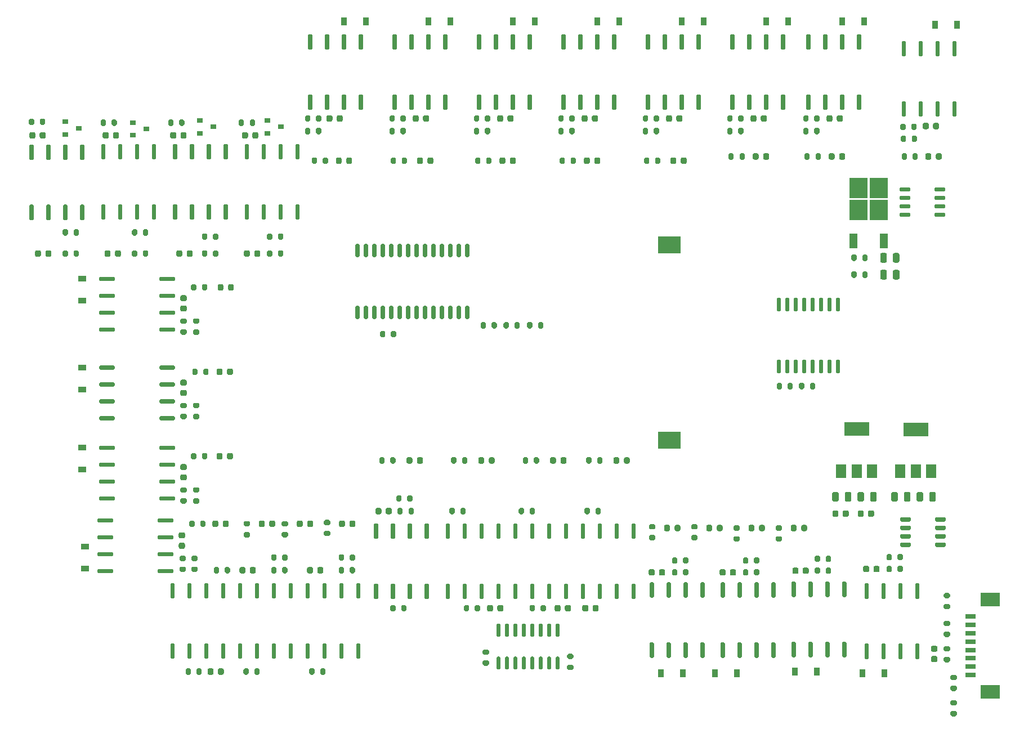
<source format=gbr>
%TF.GenerationSoftware,KiCad,Pcbnew,(5.1.9)-1*%
%TF.CreationDate,2021-02-11T18:19:04-05:00*%
%TF.ProjectId,Tensile_Board,54656e73-696c-4655-9f42-6f6172642e6b,rev?*%
%TF.SameCoordinates,Original*%
%TF.FileFunction,Paste,Top*%
%TF.FilePolarity,Positive*%
%FSLAX46Y46*%
G04 Gerber Fmt 4.6, Leading zero omitted, Abs format (unit mm)*
G04 Created by KiCad (PCBNEW (5.1.9)-1) date 2021-02-11 18:19:04*
%MOMM*%
%LPD*%
G01*
G04 APERTURE LIST*
%ADD10R,3.510000X2.540000*%
%ADD11R,3.000000X2.100000*%
%ADD12R,1.600000X0.800000*%
%ADD13R,0.900000X1.200000*%
%ADD14R,1.500000X2.000000*%
%ADD15R,3.800000X2.000000*%
%ADD16R,1.200000X0.900000*%
%ADD17R,0.900000X0.800000*%
%ADD18R,1.200000X2.200000*%
%ADD19R,2.750000X3.050000*%
G04 APERTURE END LIST*
D10*
%TO.C,BT1*%
X132080000Y-84455000D03*
X132080000Y-113815000D03*
%TD*%
%TO.C,U3*%
G36*
G01*
X148740000Y-103719000D02*
X148440000Y-103719000D01*
G75*
G02*
X148290000Y-103569000I0J150000D01*
G01*
X148290000Y-101819000D01*
G75*
G02*
X148440000Y-101669000I150000J0D01*
G01*
X148740000Y-101669000D01*
G75*
G02*
X148890000Y-101819000I0J-150000D01*
G01*
X148890000Y-103569000D01*
G75*
G02*
X148740000Y-103719000I-150000J0D01*
G01*
G37*
G36*
G01*
X150010000Y-103719000D02*
X149710000Y-103719000D01*
G75*
G02*
X149560000Y-103569000I0J150000D01*
G01*
X149560000Y-101819000D01*
G75*
G02*
X149710000Y-101669000I150000J0D01*
G01*
X150010000Y-101669000D01*
G75*
G02*
X150160000Y-101819000I0J-150000D01*
G01*
X150160000Y-103569000D01*
G75*
G02*
X150010000Y-103719000I-150000J0D01*
G01*
G37*
G36*
G01*
X151280000Y-103719000D02*
X150980000Y-103719000D01*
G75*
G02*
X150830000Y-103569000I0J150000D01*
G01*
X150830000Y-101819000D01*
G75*
G02*
X150980000Y-101669000I150000J0D01*
G01*
X151280000Y-101669000D01*
G75*
G02*
X151430000Y-101819000I0J-150000D01*
G01*
X151430000Y-103569000D01*
G75*
G02*
X151280000Y-103719000I-150000J0D01*
G01*
G37*
G36*
G01*
X152550000Y-103719000D02*
X152250000Y-103719000D01*
G75*
G02*
X152100000Y-103569000I0J150000D01*
G01*
X152100000Y-101819000D01*
G75*
G02*
X152250000Y-101669000I150000J0D01*
G01*
X152550000Y-101669000D01*
G75*
G02*
X152700000Y-101819000I0J-150000D01*
G01*
X152700000Y-103569000D01*
G75*
G02*
X152550000Y-103719000I-150000J0D01*
G01*
G37*
G36*
G01*
X153820000Y-103719000D02*
X153520000Y-103719000D01*
G75*
G02*
X153370000Y-103569000I0J150000D01*
G01*
X153370000Y-101819000D01*
G75*
G02*
X153520000Y-101669000I150000J0D01*
G01*
X153820000Y-101669000D01*
G75*
G02*
X153970000Y-101819000I0J-150000D01*
G01*
X153970000Y-103569000D01*
G75*
G02*
X153820000Y-103719000I-150000J0D01*
G01*
G37*
G36*
G01*
X155090000Y-103719000D02*
X154790000Y-103719000D01*
G75*
G02*
X154640000Y-103569000I0J150000D01*
G01*
X154640000Y-101819000D01*
G75*
G02*
X154790000Y-101669000I150000J0D01*
G01*
X155090000Y-101669000D01*
G75*
G02*
X155240000Y-101819000I0J-150000D01*
G01*
X155240000Y-103569000D01*
G75*
G02*
X155090000Y-103719000I-150000J0D01*
G01*
G37*
G36*
G01*
X156360000Y-103719000D02*
X156060000Y-103719000D01*
G75*
G02*
X155910000Y-103569000I0J150000D01*
G01*
X155910000Y-101819000D01*
G75*
G02*
X156060000Y-101669000I150000J0D01*
G01*
X156360000Y-101669000D01*
G75*
G02*
X156510000Y-101819000I0J-150000D01*
G01*
X156510000Y-103569000D01*
G75*
G02*
X156360000Y-103719000I-150000J0D01*
G01*
G37*
G36*
G01*
X157630000Y-103719000D02*
X157330000Y-103719000D01*
G75*
G02*
X157180000Y-103569000I0J150000D01*
G01*
X157180000Y-101819000D01*
G75*
G02*
X157330000Y-101669000I150000J0D01*
G01*
X157630000Y-101669000D01*
G75*
G02*
X157780000Y-101819000I0J-150000D01*
G01*
X157780000Y-103569000D01*
G75*
G02*
X157630000Y-103719000I-150000J0D01*
G01*
G37*
G36*
G01*
X157630000Y-94419000D02*
X157330000Y-94419000D01*
G75*
G02*
X157180000Y-94269000I0J150000D01*
G01*
X157180000Y-92519000D01*
G75*
G02*
X157330000Y-92369000I150000J0D01*
G01*
X157630000Y-92369000D01*
G75*
G02*
X157780000Y-92519000I0J-150000D01*
G01*
X157780000Y-94269000D01*
G75*
G02*
X157630000Y-94419000I-150000J0D01*
G01*
G37*
G36*
G01*
X156360000Y-94419000D02*
X156060000Y-94419000D01*
G75*
G02*
X155910000Y-94269000I0J150000D01*
G01*
X155910000Y-92519000D01*
G75*
G02*
X156060000Y-92369000I150000J0D01*
G01*
X156360000Y-92369000D01*
G75*
G02*
X156510000Y-92519000I0J-150000D01*
G01*
X156510000Y-94269000D01*
G75*
G02*
X156360000Y-94419000I-150000J0D01*
G01*
G37*
G36*
G01*
X155090000Y-94419000D02*
X154790000Y-94419000D01*
G75*
G02*
X154640000Y-94269000I0J150000D01*
G01*
X154640000Y-92519000D01*
G75*
G02*
X154790000Y-92369000I150000J0D01*
G01*
X155090000Y-92369000D01*
G75*
G02*
X155240000Y-92519000I0J-150000D01*
G01*
X155240000Y-94269000D01*
G75*
G02*
X155090000Y-94419000I-150000J0D01*
G01*
G37*
G36*
G01*
X153820000Y-94419000D02*
X153520000Y-94419000D01*
G75*
G02*
X153370000Y-94269000I0J150000D01*
G01*
X153370000Y-92519000D01*
G75*
G02*
X153520000Y-92369000I150000J0D01*
G01*
X153820000Y-92369000D01*
G75*
G02*
X153970000Y-92519000I0J-150000D01*
G01*
X153970000Y-94269000D01*
G75*
G02*
X153820000Y-94419000I-150000J0D01*
G01*
G37*
G36*
G01*
X152550000Y-94419000D02*
X152250000Y-94419000D01*
G75*
G02*
X152100000Y-94269000I0J150000D01*
G01*
X152100000Y-92519000D01*
G75*
G02*
X152250000Y-92369000I150000J0D01*
G01*
X152550000Y-92369000D01*
G75*
G02*
X152700000Y-92519000I0J-150000D01*
G01*
X152700000Y-94269000D01*
G75*
G02*
X152550000Y-94419000I-150000J0D01*
G01*
G37*
G36*
G01*
X151280000Y-94419000D02*
X150980000Y-94419000D01*
G75*
G02*
X150830000Y-94269000I0J150000D01*
G01*
X150830000Y-92519000D01*
G75*
G02*
X150980000Y-92369000I150000J0D01*
G01*
X151280000Y-92369000D01*
G75*
G02*
X151430000Y-92519000I0J-150000D01*
G01*
X151430000Y-94269000D01*
G75*
G02*
X151280000Y-94419000I-150000J0D01*
G01*
G37*
G36*
G01*
X150010000Y-94419000D02*
X149710000Y-94419000D01*
G75*
G02*
X149560000Y-94269000I0J150000D01*
G01*
X149560000Y-92519000D01*
G75*
G02*
X149710000Y-92369000I150000J0D01*
G01*
X150010000Y-92369000D01*
G75*
G02*
X150160000Y-92519000I0J-150000D01*
G01*
X150160000Y-94269000D01*
G75*
G02*
X150010000Y-94419000I-150000J0D01*
G01*
G37*
G36*
G01*
X148740000Y-94419000D02*
X148440000Y-94419000D01*
G75*
G02*
X148290000Y-94269000I0J150000D01*
G01*
X148290000Y-92519000D01*
G75*
G02*
X148440000Y-92369000I150000J0D01*
G01*
X148740000Y-92369000D01*
G75*
G02*
X148890000Y-92519000I0J-150000D01*
G01*
X148890000Y-94269000D01*
G75*
G02*
X148740000Y-94419000I-150000J0D01*
G01*
G37*
%TD*%
D11*
%TO.C,J5*%
X180340000Y-151638000D03*
X180340000Y-137788000D03*
D12*
X177440000Y-149088000D03*
X177440000Y-147838000D03*
X177440000Y-146588000D03*
X177440000Y-145338000D03*
X177440000Y-144088000D03*
X177440000Y-142838000D03*
X177440000Y-141588000D03*
X177440000Y-140338000D03*
%TD*%
%TO.C,U16*%
G36*
G01*
X150987500Y-146445000D02*
X150662500Y-146445000D01*
G75*
G02*
X150500000Y-146282500I0J162500D01*
G01*
X150500000Y-144257500D01*
G75*
G02*
X150662500Y-144095000I162500J0D01*
G01*
X150987500Y-144095000D01*
G75*
G02*
X151150000Y-144257500I0J-162500D01*
G01*
X151150000Y-146282500D01*
G75*
G02*
X150987500Y-146445000I-162500J0D01*
G01*
G37*
G36*
G01*
X153527500Y-146445000D02*
X153202500Y-146445000D01*
G75*
G02*
X153040000Y-146282500I0J162500D01*
G01*
X153040000Y-144257500D01*
G75*
G02*
X153202500Y-144095000I162500J0D01*
G01*
X153527500Y-144095000D01*
G75*
G02*
X153690000Y-144257500I0J-162500D01*
G01*
X153690000Y-146282500D01*
G75*
G02*
X153527500Y-146445000I-162500J0D01*
G01*
G37*
G36*
G01*
X156067500Y-146445000D02*
X155742500Y-146445000D01*
G75*
G02*
X155580000Y-146282500I0J162500D01*
G01*
X155580000Y-144257500D01*
G75*
G02*
X155742500Y-144095000I162500J0D01*
G01*
X156067500Y-144095000D01*
G75*
G02*
X156230000Y-144257500I0J-162500D01*
G01*
X156230000Y-146282500D01*
G75*
G02*
X156067500Y-146445000I-162500J0D01*
G01*
G37*
G36*
G01*
X158607500Y-146445000D02*
X158282500Y-146445000D01*
G75*
G02*
X158120000Y-146282500I0J162500D01*
G01*
X158120000Y-144257500D01*
G75*
G02*
X158282500Y-144095000I162500J0D01*
G01*
X158607500Y-144095000D01*
G75*
G02*
X158770000Y-144257500I0J-162500D01*
G01*
X158770000Y-146282500D01*
G75*
G02*
X158607500Y-146445000I-162500J0D01*
G01*
G37*
G36*
G01*
X158607500Y-137395000D02*
X158282500Y-137395000D01*
G75*
G02*
X158120000Y-137232500I0J162500D01*
G01*
X158120000Y-135207500D01*
G75*
G02*
X158282500Y-135045000I162500J0D01*
G01*
X158607500Y-135045000D01*
G75*
G02*
X158770000Y-135207500I0J-162500D01*
G01*
X158770000Y-137232500D01*
G75*
G02*
X158607500Y-137395000I-162500J0D01*
G01*
G37*
G36*
G01*
X156067500Y-137395000D02*
X155742500Y-137395000D01*
G75*
G02*
X155580000Y-137232500I0J162500D01*
G01*
X155580000Y-135207500D01*
G75*
G02*
X155742500Y-135045000I162500J0D01*
G01*
X156067500Y-135045000D01*
G75*
G02*
X156230000Y-135207500I0J-162500D01*
G01*
X156230000Y-137232500D01*
G75*
G02*
X156067500Y-137395000I-162500J0D01*
G01*
G37*
G36*
G01*
X153527500Y-137395000D02*
X153202500Y-137395000D01*
G75*
G02*
X153040000Y-137232500I0J162500D01*
G01*
X153040000Y-135207500D01*
G75*
G02*
X153202500Y-135045000I162500J0D01*
G01*
X153527500Y-135045000D01*
G75*
G02*
X153690000Y-135207500I0J-162500D01*
G01*
X153690000Y-137232500D01*
G75*
G02*
X153527500Y-137395000I-162500J0D01*
G01*
G37*
G36*
G01*
X150987500Y-137395000D02*
X150662500Y-137395000D01*
G75*
G02*
X150500000Y-137232500I0J162500D01*
G01*
X150500000Y-135207500D01*
G75*
G02*
X150662500Y-135045000I162500J0D01*
G01*
X150987500Y-135045000D01*
G75*
G02*
X151150000Y-135207500I0J-162500D01*
G01*
X151150000Y-137232500D01*
G75*
G02*
X150987500Y-137395000I-162500J0D01*
G01*
G37*
%TD*%
%TO.C,D3*%
G36*
G01*
X69017500Y-85468750D02*
X69017500Y-85981250D01*
G75*
G02*
X68798750Y-86200000I-218750J0D01*
G01*
X68361250Y-86200000D01*
G75*
G02*
X68142500Y-85981250I0J218750D01*
G01*
X68142500Y-85468750D01*
G75*
G02*
X68361250Y-85250000I218750J0D01*
G01*
X68798750Y-85250000D01*
G75*
G02*
X69017500Y-85468750I0J-218750D01*
G01*
G37*
G36*
G01*
X70592500Y-85468750D02*
X70592500Y-85981250D01*
G75*
G02*
X70373750Y-86200000I-218750J0D01*
G01*
X69936250Y-86200000D01*
G75*
G02*
X69717500Y-85981250I0J218750D01*
G01*
X69717500Y-85468750D01*
G75*
G02*
X69936250Y-85250000I218750J0D01*
G01*
X70373750Y-85250000D01*
G75*
G02*
X70592500Y-85468750I0J-218750D01*
G01*
G37*
%TD*%
%TO.C,D13*%
G36*
G01*
X170631000Y-71376250D02*
X170631000Y-70863750D01*
G75*
G02*
X170849750Y-70645000I218750J0D01*
G01*
X171287250Y-70645000D01*
G75*
G02*
X171506000Y-70863750I0J-218750D01*
G01*
X171506000Y-71376250D01*
G75*
G02*
X171287250Y-71595000I-218750J0D01*
G01*
X170849750Y-71595000D01*
G75*
G02*
X170631000Y-71376250I0J218750D01*
G01*
G37*
G36*
G01*
X172206000Y-71376250D02*
X172206000Y-70863750D01*
G75*
G02*
X172424750Y-70645000I218750J0D01*
G01*
X172862250Y-70645000D01*
G75*
G02*
X173081000Y-70863750I0J-218750D01*
G01*
X173081000Y-71376250D01*
G75*
G02*
X172862250Y-71595000I-218750J0D01*
G01*
X172424750Y-71595000D01*
G75*
G02*
X172206000Y-71376250I0J218750D01*
G01*
G37*
%TD*%
%TO.C,R77*%
G36*
G01*
X52940000Y-86000000D02*
X52940000Y-85450000D01*
G75*
G02*
X53140000Y-85250000I200000J0D01*
G01*
X53540000Y-85250000D01*
G75*
G02*
X53740000Y-85450000I0J-200000D01*
G01*
X53740000Y-86000000D01*
G75*
G02*
X53540000Y-86200000I-200000J0D01*
G01*
X53140000Y-86200000D01*
G75*
G02*
X52940000Y-86000000I0J200000D01*
G01*
G37*
G36*
G01*
X51290000Y-86000000D02*
X51290000Y-85450000D01*
G75*
G02*
X51490000Y-85250000I200000J0D01*
G01*
X51890000Y-85250000D01*
G75*
G02*
X52090000Y-85450000I0J-200000D01*
G01*
X52090000Y-86000000D01*
G75*
G02*
X51890000Y-86200000I-200000J0D01*
G01*
X51490000Y-86200000D01*
G75*
G02*
X51290000Y-86000000I0J200000D01*
G01*
G37*
%TD*%
%TO.C,D11*%
G36*
G01*
X144673000Y-71376250D02*
X144673000Y-70863750D01*
G75*
G02*
X144891750Y-70645000I218750J0D01*
G01*
X145329250Y-70645000D01*
G75*
G02*
X145548000Y-70863750I0J-218750D01*
G01*
X145548000Y-71376250D01*
G75*
G02*
X145329250Y-71595000I-218750J0D01*
G01*
X144891750Y-71595000D01*
G75*
G02*
X144673000Y-71376250I0J218750D01*
G01*
G37*
G36*
G01*
X146248000Y-71376250D02*
X146248000Y-70863750D01*
G75*
G02*
X146466750Y-70645000I218750J0D01*
G01*
X146904250Y-70645000D01*
G75*
G02*
X147123000Y-70863750I0J-218750D01*
G01*
X147123000Y-71376250D01*
G75*
G02*
X146904250Y-71595000I-218750J0D01*
G01*
X146466750Y-71595000D01*
G75*
G02*
X146248000Y-71376250I0J218750D01*
G01*
G37*
%TD*%
%TO.C,D14*%
G36*
G01*
X63392500Y-126621250D02*
X63392500Y-126108750D01*
G75*
G02*
X63611250Y-125890000I218750J0D01*
G01*
X64048750Y-125890000D01*
G75*
G02*
X64267500Y-126108750I0J-218750D01*
G01*
X64267500Y-126621250D01*
G75*
G02*
X64048750Y-126840000I-218750J0D01*
G01*
X63611250Y-126840000D01*
G75*
G02*
X63392500Y-126621250I0J218750D01*
G01*
G37*
G36*
G01*
X64967500Y-126621250D02*
X64967500Y-126108750D01*
G75*
G02*
X65186250Y-125890000I218750J0D01*
G01*
X65623750Y-125890000D01*
G75*
G02*
X65842500Y-126108750I0J-218750D01*
G01*
X65842500Y-126621250D01*
G75*
G02*
X65623750Y-126840000I-218750J0D01*
G01*
X65186250Y-126840000D01*
G75*
G02*
X64967500Y-126621250I0J218750D01*
G01*
G37*
%TD*%
%TO.C,D7*%
G36*
G01*
X94177500Y-72011250D02*
X94177500Y-71498750D01*
G75*
G02*
X94396250Y-71280000I218750J0D01*
G01*
X94833750Y-71280000D01*
G75*
G02*
X95052500Y-71498750I0J-218750D01*
G01*
X95052500Y-72011250D01*
G75*
G02*
X94833750Y-72230000I-218750J0D01*
G01*
X94396250Y-72230000D01*
G75*
G02*
X94177500Y-72011250I0J218750D01*
G01*
G37*
G36*
G01*
X95752500Y-72011250D02*
X95752500Y-71498750D01*
G75*
G02*
X95971250Y-71280000I218750J0D01*
G01*
X96408750Y-71280000D01*
G75*
G02*
X96627500Y-71498750I0J-218750D01*
G01*
X96627500Y-72011250D01*
G75*
G02*
X96408750Y-72230000I-218750J0D01*
G01*
X95971250Y-72230000D01*
G75*
G02*
X95752500Y-72011250I0J218750D01*
G01*
G37*
%TD*%
%TO.C,D10*%
G36*
G01*
X133852000Y-72011250D02*
X133852000Y-71498750D01*
G75*
G02*
X134070750Y-71280000I218750J0D01*
G01*
X134508250Y-71280000D01*
G75*
G02*
X134727000Y-71498750I0J-218750D01*
G01*
X134727000Y-72011250D01*
G75*
G02*
X134508250Y-72230000I-218750J0D01*
G01*
X134070750Y-72230000D01*
G75*
G02*
X133852000Y-72011250I0J218750D01*
G01*
G37*
G36*
G01*
X132277000Y-72011250D02*
X132277000Y-71498750D01*
G75*
G02*
X132495750Y-71280000I218750J0D01*
G01*
X132933250Y-71280000D01*
G75*
G02*
X133152000Y-71498750I0J-218750D01*
G01*
X133152000Y-72011250D01*
G75*
G02*
X132933250Y-72230000I-218750J0D01*
G01*
X132495750Y-72230000D01*
G75*
G02*
X132277000Y-72011250I0J218750D01*
G01*
G37*
%TD*%
%TO.C,D8*%
G36*
G01*
X108148000Y-72011250D02*
X108148000Y-71498750D01*
G75*
G02*
X108366750Y-71280000I218750J0D01*
G01*
X108804250Y-71280000D01*
G75*
G02*
X109023000Y-71498750I0J-218750D01*
G01*
X109023000Y-72011250D01*
G75*
G02*
X108804250Y-72230000I-218750J0D01*
G01*
X108366750Y-72230000D01*
G75*
G02*
X108148000Y-72011250I0J218750D01*
G01*
G37*
G36*
G01*
X106573000Y-72011250D02*
X106573000Y-71498750D01*
G75*
G02*
X106791750Y-71280000I218750J0D01*
G01*
X107229250Y-71280000D01*
G75*
G02*
X107448000Y-71498750I0J-218750D01*
G01*
X107448000Y-72011250D01*
G75*
G02*
X107229250Y-72230000I-218750J0D01*
G01*
X106791750Y-72230000D01*
G75*
G02*
X106573000Y-72011250I0J218750D01*
G01*
G37*
%TD*%
%TO.C,D1*%
G36*
G01*
X81960000Y-72011250D02*
X81960000Y-71498750D01*
G75*
G02*
X82178750Y-71280000I218750J0D01*
G01*
X82616250Y-71280000D01*
G75*
G02*
X82835000Y-71498750I0J-218750D01*
G01*
X82835000Y-72011250D01*
G75*
G02*
X82616250Y-72230000I-218750J0D01*
G01*
X82178750Y-72230000D01*
G75*
G02*
X81960000Y-72011250I0J218750D01*
G01*
G37*
G36*
G01*
X83535000Y-72011250D02*
X83535000Y-71498750D01*
G75*
G02*
X83753750Y-71280000I218750J0D01*
G01*
X84191250Y-71280000D01*
G75*
G02*
X84410000Y-71498750I0J-218750D01*
G01*
X84410000Y-72011250D01*
G75*
G02*
X84191250Y-72230000I-218750J0D01*
G01*
X83753750Y-72230000D01*
G75*
G02*
X83535000Y-72011250I0J218750D01*
G01*
G37*
%TD*%
%TO.C,D17*%
G36*
G01*
X64180000Y-91061250D02*
X64180000Y-90548750D01*
G75*
G02*
X64398750Y-90330000I218750J0D01*
G01*
X64836250Y-90330000D01*
G75*
G02*
X65055000Y-90548750I0J-218750D01*
G01*
X65055000Y-91061250D01*
G75*
G02*
X64836250Y-91280000I-218750J0D01*
G01*
X64398750Y-91280000D01*
G75*
G02*
X64180000Y-91061250I0J218750D01*
G01*
G37*
G36*
G01*
X65755000Y-91061250D02*
X65755000Y-90548750D01*
G75*
G02*
X65973750Y-90330000I218750J0D01*
G01*
X66411250Y-90330000D01*
G75*
G02*
X66630000Y-90548750I0J-218750D01*
G01*
X66630000Y-91061250D01*
G75*
G02*
X66411250Y-91280000I-218750J0D01*
G01*
X65973750Y-91280000D01*
G75*
G02*
X65755000Y-91061250I0J218750D01*
G01*
G37*
%TD*%
%TO.C,D4*%
G36*
G01*
X49637500Y-85468750D02*
X49637500Y-85981250D01*
G75*
G02*
X49418750Y-86200000I-218750J0D01*
G01*
X48981250Y-86200000D01*
G75*
G02*
X48762500Y-85981250I0J218750D01*
G01*
X48762500Y-85468750D01*
G75*
G02*
X48981250Y-85250000I218750J0D01*
G01*
X49418750Y-85250000D01*
G75*
G02*
X49637500Y-85468750I0J-218750D01*
G01*
G37*
G36*
G01*
X48062500Y-85468750D02*
X48062500Y-85981250D01*
G75*
G02*
X47843750Y-86200000I-218750J0D01*
G01*
X47406250Y-86200000D01*
G75*
G02*
X47187500Y-85981250I0J218750D01*
G01*
X47187500Y-85468750D01*
G75*
G02*
X47406250Y-85250000I218750J0D01*
G01*
X47843750Y-85250000D01*
G75*
G02*
X48062500Y-85468750I0J-218750D01*
G01*
G37*
%TD*%
%TO.C,D5*%
G36*
G01*
X60432500Y-85468750D02*
X60432500Y-85981250D01*
G75*
G02*
X60213750Y-86200000I-218750J0D01*
G01*
X59776250Y-86200000D01*
G75*
G02*
X59557500Y-85981250I0J218750D01*
G01*
X59557500Y-85468750D01*
G75*
G02*
X59776250Y-85250000I218750J0D01*
G01*
X60213750Y-85250000D01*
G75*
G02*
X60432500Y-85468750I0J-218750D01*
G01*
G37*
G36*
G01*
X58857500Y-85468750D02*
X58857500Y-85981250D01*
G75*
G02*
X58638750Y-86200000I-218750J0D01*
G01*
X58201250Y-86200000D01*
G75*
G02*
X57982500Y-85981250I0J218750D01*
G01*
X57982500Y-85468750D01*
G75*
G02*
X58201250Y-85250000I218750J0D01*
G01*
X58638750Y-85250000D01*
G75*
G02*
X58857500Y-85468750I0J-218750D01*
G01*
G37*
%TD*%
%TO.C,D12*%
G36*
G01*
X157678000Y-71376250D02*
X157678000Y-70863750D01*
G75*
G02*
X157896750Y-70645000I218750J0D01*
G01*
X158334250Y-70645000D01*
G75*
G02*
X158553000Y-70863750I0J-218750D01*
G01*
X158553000Y-71376250D01*
G75*
G02*
X158334250Y-71595000I-218750J0D01*
G01*
X157896750Y-71595000D01*
G75*
G02*
X157678000Y-71376250I0J218750D01*
G01*
G37*
G36*
G01*
X156103000Y-71376250D02*
X156103000Y-70863750D01*
G75*
G02*
X156321750Y-70645000I218750J0D01*
G01*
X156759250Y-70645000D01*
G75*
G02*
X156978000Y-70863750I0J-218750D01*
G01*
X156978000Y-71376250D01*
G75*
G02*
X156759250Y-71595000I-218750J0D01*
G01*
X156321750Y-71595000D01*
G75*
G02*
X156103000Y-71376250I0J218750D01*
G01*
G37*
%TD*%
%TO.C,D6*%
G36*
G01*
X37597500Y-85468750D02*
X37597500Y-85981250D01*
G75*
G02*
X37378750Y-86200000I-218750J0D01*
G01*
X36941250Y-86200000D01*
G75*
G02*
X36722500Y-85981250I0J218750D01*
G01*
X36722500Y-85468750D01*
G75*
G02*
X36941250Y-85250000I218750J0D01*
G01*
X37378750Y-85250000D01*
G75*
G02*
X37597500Y-85468750I0J-218750D01*
G01*
G37*
G36*
G01*
X39172500Y-85468750D02*
X39172500Y-85981250D01*
G75*
G02*
X38953750Y-86200000I-218750J0D01*
G01*
X38516250Y-86200000D01*
G75*
G02*
X38297500Y-85981250I0J218750D01*
G01*
X38297500Y-85468750D01*
G75*
G02*
X38516250Y-85250000I218750J0D01*
G01*
X38953750Y-85250000D01*
G75*
G02*
X39172500Y-85468750I0J-218750D01*
G01*
G37*
%TD*%
%TO.C,D9*%
G36*
G01*
X119273000Y-72011250D02*
X119273000Y-71498750D01*
G75*
G02*
X119491750Y-71280000I218750J0D01*
G01*
X119929250Y-71280000D01*
G75*
G02*
X120148000Y-71498750I0J-218750D01*
G01*
X120148000Y-72011250D01*
G75*
G02*
X119929250Y-72230000I-218750J0D01*
G01*
X119491750Y-72230000D01*
G75*
G02*
X119273000Y-72011250I0J218750D01*
G01*
G37*
G36*
G01*
X120848000Y-72011250D02*
X120848000Y-71498750D01*
G75*
G02*
X121066750Y-71280000I218750J0D01*
G01*
X121504250Y-71280000D01*
G75*
G02*
X121723000Y-71498750I0J-218750D01*
G01*
X121723000Y-72011250D01*
G75*
G02*
X121504250Y-72230000I-218750J0D01*
G01*
X121066750Y-72230000D01*
G75*
G02*
X120848000Y-72011250I0J218750D01*
G01*
G37*
%TD*%
%TO.C,D15*%
G36*
G01*
X65602500Y-116461250D02*
X65602500Y-115948750D01*
G75*
G02*
X65821250Y-115730000I218750J0D01*
G01*
X66258750Y-115730000D01*
G75*
G02*
X66477500Y-115948750I0J-218750D01*
G01*
X66477500Y-116461250D01*
G75*
G02*
X66258750Y-116680000I-218750J0D01*
G01*
X65821250Y-116680000D01*
G75*
G02*
X65602500Y-116461250I0J218750D01*
G01*
G37*
G36*
G01*
X64027500Y-116461250D02*
X64027500Y-115948750D01*
G75*
G02*
X64246250Y-115730000I218750J0D01*
G01*
X64683750Y-115730000D01*
G75*
G02*
X64902500Y-115948750I0J-218750D01*
G01*
X64902500Y-116461250D01*
G75*
G02*
X64683750Y-116680000I-218750J0D01*
G01*
X64246250Y-116680000D01*
G75*
G02*
X64027500Y-116461250I0J218750D01*
G01*
G37*
%TD*%
%TO.C,D16*%
G36*
G01*
X65602500Y-103761250D02*
X65602500Y-103248750D01*
G75*
G02*
X65821250Y-103030000I218750J0D01*
G01*
X66258750Y-103030000D01*
G75*
G02*
X66477500Y-103248750I0J-218750D01*
G01*
X66477500Y-103761250D01*
G75*
G02*
X66258750Y-103980000I-218750J0D01*
G01*
X65821250Y-103980000D01*
G75*
G02*
X65602500Y-103761250I0J218750D01*
G01*
G37*
G36*
G01*
X64027500Y-103761250D02*
X64027500Y-103248750D01*
G75*
G02*
X64246250Y-103030000I218750J0D01*
G01*
X64683750Y-103030000D01*
G75*
G02*
X64902500Y-103248750I0J-218750D01*
G01*
X64902500Y-103761250D01*
G75*
G02*
X64683750Y-103980000I-218750J0D01*
G01*
X64246250Y-103980000D01*
G75*
G02*
X64027500Y-103761250I0J218750D01*
G01*
G37*
%TD*%
%TO.C,R76*%
G36*
G01*
X71610000Y-86000000D02*
X71610000Y-85450000D01*
G75*
G02*
X71810000Y-85250000I200000J0D01*
G01*
X72210000Y-85250000D01*
G75*
G02*
X72410000Y-85450000I0J-200000D01*
G01*
X72410000Y-86000000D01*
G75*
G02*
X72210000Y-86200000I-200000J0D01*
G01*
X71810000Y-86200000D01*
G75*
G02*
X71610000Y-86000000I0J200000D01*
G01*
G37*
G36*
G01*
X73260000Y-86000000D02*
X73260000Y-85450000D01*
G75*
G02*
X73460000Y-85250000I200000J0D01*
G01*
X73860000Y-85250000D01*
G75*
G02*
X74060000Y-85450000I0J-200000D01*
G01*
X74060000Y-86000000D01*
G75*
G02*
X73860000Y-86200000I-200000J0D01*
G01*
X73460000Y-86200000D01*
G75*
G02*
X73260000Y-86000000I0J200000D01*
G01*
G37*
%TD*%
%TO.C,R78*%
G36*
G01*
X63480000Y-86000000D02*
X63480000Y-85450000D01*
G75*
G02*
X63680000Y-85250000I200000J0D01*
G01*
X64080000Y-85250000D01*
G75*
G02*
X64280000Y-85450000I0J-200000D01*
G01*
X64280000Y-86000000D01*
G75*
G02*
X64080000Y-86200000I-200000J0D01*
G01*
X63680000Y-86200000D01*
G75*
G02*
X63480000Y-86000000I0J200000D01*
G01*
G37*
G36*
G01*
X61830000Y-86000000D02*
X61830000Y-85450000D01*
G75*
G02*
X62030000Y-85250000I200000J0D01*
G01*
X62430000Y-85250000D01*
G75*
G02*
X62630000Y-85450000I0J-200000D01*
G01*
X62630000Y-86000000D01*
G75*
G02*
X62430000Y-86200000I-200000J0D01*
G01*
X62030000Y-86200000D01*
G75*
G02*
X61830000Y-86000000I0J200000D01*
G01*
G37*
%TD*%
%TO.C,R79*%
G36*
G01*
X40875000Y-86000000D02*
X40875000Y-85450000D01*
G75*
G02*
X41075000Y-85250000I200000J0D01*
G01*
X41475000Y-85250000D01*
G75*
G02*
X41675000Y-85450000I0J-200000D01*
G01*
X41675000Y-86000000D01*
G75*
G02*
X41475000Y-86200000I-200000J0D01*
G01*
X41075000Y-86200000D01*
G75*
G02*
X40875000Y-86000000I0J200000D01*
G01*
G37*
G36*
G01*
X42525000Y-86000000D02*
X42525000Y-85450000D01*
G75*
G02*
X42725000Y-85250000I200000J0D01*
G01*
X43125000Y-85250000D01*
G75*
G02*
X43325000Y-85450000I0J-200000D01*
G01*
X43325000Y-86000000D01*
G75*
G02*
X43125000Y-86200000I-200000J0D01*
G01*
X42725000Y-86200000D01*
G75*
G02*
X42525000Y-86000000I0J200000D01*
G01*
G37*
%TD*%
%TO.C,C1*%
G36*
G01*
X171708000Y-144711000D02*
X172208000Y-144711000D01*
G75*
G02*
X172433000Y-144936000I0J-225000D01*
G01*
X172433000Y-145386000D01*
G75*
G02*
X172208000Y-145611000I-225000J0D01*
G01*
X171708000Y-145611000D01*
G75*
G02*
X171483000Y-145386000I0J225000D01*
G01*
X171483000Y-144936000D01*
G75*
G02*
X171708000Y-144711000I225000J0D01*
G01*
G37*
G36*
G01*
X171708000Y-146261000D02*
X172208000Y-146261000D01*
G75*
G02*
X172433000Y-146486000I0J-225000D01*
G01*
X172433000Y-146936000D01*
G75*
G02*
X172208000Y-147161000I-225000J0D01*
G01*
X171708000Y-147161000D01*
G75*
G02*
X171483000Y-146936000I0J225000D01*
G01*
X171483000Y-146486000D01*
G75*
G02*
X171708000Y-146261000I225000J0D01*
G01*
G37*
%TD*%
%TO.C,C2*%
G36*
G01*
X172199000Y-121826000D02*
X172199000Y-122776000D01*
G75*
G02*
X171949000Y-123026000I-250000J0D01*
G01*
X171449000Y-123026000D01*
G75*
G02*
X171199000Y-122776000I0J250000D01*
G01*
X171199000Y-121826000D01*
G75*
G02*
X171449000Y-121576000I250000J0D01*
G01*
X171949000Y-121576000D01*
G75*
G02*
X172199000Y-121826000I0J-250000D01*
G01*
G37*
G36*
G01*
X170299000Y-121826000D02*
X170299000Y-122776000D01*
G75*
G02*
X170049000Y-123026000I-250000J0D01*
G01*
X169549000Y-123026000D01*
G75*
G02*
X169299000Y-122776000I0J250000D01*
G01*
X169299000Y-121826000D01*
G75*
G02*
X169549000Y-121576000I250000J0D01*
G01*
X170049000Y-121576000D01*
G75*
G02*
X170299000Y-121826000I0J-250000D01*
G01*
G37*
%TD*%
%TO.C,C3*%
G36*
G01*
X166494000Y-121826000D02*
X166494000Y-122776000D01*
G75*
G02*
X166244000Y-123026000I-250000J0D01*
G01*
X165744000Y-123026000D01*
G75*
G02*
X165494000Y-122776000I0J250000D01*
G01*
X165494000Y-121826000D01*
G75*
G02*
X165744000Y-121576000I250000J0D01*
G01*
X166244000Y-121576000D01*
G75*
G02*
X166494000Y-121826000I0J-250000D01*
G01*
G37*
G36*
G01*
X168394000Y-121826000D02*
X168394000Y-122776000D01*
G75*
G02*
X168144000Y-123026000I-250000J0D01*
G01*
X167644000Y-123026000D01*
G75*
G02*
X167394000Y-122776000I0J250000D01*
G01*
X167394000Y-121826000D01*
G75*
G02*
X167644000Y-121576000I250000J0D01*
G01*
X168144000Y-121576000D01*
G75*
G02*
X168394000Y-121826000I0J-250000D01*
G01*
G37*
%TD*%
%TO.C,C4*%
G36*
G01*
X161414000Y-121826000D02*
X161414000Y-122776000D01*
G75*
G02*
X161164000Y-123026000I-250000J0D01*
G01*
X160664000Y-123026000D01*
G75*
G02*
X160414000Y-122776000I0J250000D01*
G01*
X160414000Y-121826000D01*
G75*
G02*
X160664000Y-121576000I250000J0D01*
G01*
X161164000Y-121576000D01*
G75*
G02*
X161414000Y-121826000I0J-250000D01*
G01*
G37*
G36*
G01*
X163314000Y-121826000D02*
X163314000Y-122776000D01*
G75*
G02*
X163064000Y-123026000I-250000J0D01*
G01*
X162564000Y-123026000D01*
G75*
G02*
X162314000Y-122776000I0J250000D01*
G01*
X162314000Y-121826000D01*
G75*
G02*
X162564000Y-121576000I250000J0D01*
G01*
X163064000Y-121576000D01*
G75*
G02*
X163314000Y-121826000I0J-250000D01*
G01*
G37*
%TD*%
%TO.C,C5*%
G36*
G01*
X162909000Y-124591000D02*
X162909000Y-125091000D01*
G75*
G02*
X162684000Y-125316000I-225000J0D01*
G01*
X162234000Y-125316000D01*
G75*
G02*
X162009000Y-125091000I0J225000D01*
G01*
X162009000Y-124591000D01*
G75*
G02*
X162234000Y-124366000I225000J0D01*
G01*
X162684000Y-124366000D01*
G75*
G02*
X162909000Y-124591000I0J-225000D01*
G01*
G37*
G36*
G01*
X161359000Y-124591000D02*
X161359000Y-125091000D01*
G75*
G02*
X161134000Y-125316000I-225000J0D01*
G01*
X160684000Y-125316000D01*
G75*
G02*
X160459000Y-125091000I0J225000D01*
G01*
X160459000Y-124591000D01*
G75*
G02*
X160684000Y-124366000I225000J0D01*
G01*
X161134000Y-124366000D01*
G75*
G02*
X161359000Y-124591000I0J-225000D01*
G01*
G37*
%TD*%
%TO.C,C6*%
G36*
G01*
X159499000Y-121826000D02*
X159499000Y-122776000D01*
G75*
G02*
X159249000Y-123026000I-250000J0D01*
G01*
X158749000Y-123026000D01*
G75*
G02*
X158499000Y-122776000I0J250000D01*
G01*
X158499000Y-121826000D01*
G75*
G02*
X158749000Y-121576000I250000J0D01*
G01*
X159249000Y-121576000D01*
G75*
G02*
X159499000Y-121826000I0J-250000D01*
G01*
G37*
G36*
G01*
X157599000Y-121826000D02*
X157599000Y-122776000D01*
G75*
G02*
X157349000Y-123026000I-250000J0D01*
G01*
X156849000Y-123026000D01*
G75*
G02*
X156599000Y-122776000I0J250000D01*
G01*
X156599000Y-121826000D01*
G75*
G02*
X156849000Y-121576000I250000J0D01*
G01*
X157349000Y-121576000D01*
G75*
G02*
X157599000Y-121826000I0J-250000D01*
G01*
G37*
%TD*%
%TO.C,C7*%
G36*
G01*
X159099000Y-124591000D02*
X159099000Y-125091000D01*
G75*
G02*
X158874000Y-125316000I-225000J0D01*
G01*
X158424000Y-125316000D01*
G75*
G02*
X158199000Y-125091000I0J225000D01*
G01*
X158199000Y-124591000D01*
G75*
G02*
X158424000Y-124366000I225000J0D01*
G01*
X158874000Y-124366000D01*
G75*
G02*
X159099000Y-124591000I0J-225000D01*
G01*
G37*
G36*
G01*
X157549000Y-124591000D02*
X157549000Y-125091000D01*
G75*
G02*
X157324000Y-125316000I-225000J0D01*
G01*
X156874000Y-125316000D01*
G75*
G02*
X156649000Y-125091000I0J225000D01*
G01*
X156649000Y-124591000D01*
G75*
G02*
X156874000Y-124366000I225000J0D01*
G01*
X157324000Y-124366000D01*
G75*
G02*
X157549000Y-124591000I0J-225000D01*
G01*
G37*
%TD*%
%TO.C,C8*%
G36*
G01*
X105606000Y-138815000D02*
X105606000Y-139315000D01*
G75*
G02*
X105381000Y-139540000I-225000J0D01*
G01*
X104931000Y-139540000D01*
G75*
G02*
X104706000Y-139315000I0J225000D01*
G01*
X104706000Y-138815000D01*
G75*
G02*
X104931000Y-138590000I225000J0D01*
G01*
X105381000Y-138590000D01*
G75*
G02*
X105606000Y-138815000I0J-225000D01*
G01*
G37*
G36*
G01*
X107156000Y-138815000D02*
X107156000Y-139315000D01*
G75*
G02*
X106931000Y-139540000I-225000J0D01*
G01*
X106481000Y-139540000D01*
G75*
G02*
X106256000Y-139315000I0J225000D01*
G01*
X106256000Y-138815000D01*
G75*
G02*
X106481000Y-138590000I225000J0D01*
G01*
X106931000Y-138590000D01*
G75*
G02*
X107156000Y-138815000I0J-225000D01*
G01*
G37*
%TD*%
%TO.C,C9*%
G36*
G01*
X119931000Y-138815000D02*
X119931000Y-139315000D01*
G75*
G02*
X119706000Y-139540000I-225000J0D01*
G01*
X119256000Y-139540000D01*
G75*
G02*
X119031000Y-139315000I0J225000D01*
G01*
X119031000Y-138815000D01*
G75*
G02*
X119256000Y-138590000I225000J0D01*
G01*
X119706000Y-138590000D01*
G75*
G02*
X119931000Y-138815000I0J-225000D01*
G01*
G37*
G36*
G01*
X121481000Y-138815000D02*
X121481000Y-139315000D01*
G75*
G02*
X121256000Y-139540000I-225000J0D01*
G01*
X120806000Y-139540000D01*
G75*
G02*
X120581000Y-139315000I0J225000D01*
G01*
X120581000Y-138815000D01*
G75*
G02*
X120806000Y-138590000I225000J0D01*
G01*
X121256000Y-138590000D01*
G75*
G02*
X121481000Y-138815000I0J-225000D01*
G01*
G37*
%TD*%
%TO.C,C12*%
G36*
G01*
X162821000Y-133422000D02*
X162821000Y-132922000D01*
G75*
G02*
X163046000Y-132697000I225000J0D01*
G01*
X163496000Y-132697000D01*
G75*
G02*
X163721000Y-132922000I0J-225000D01*
G01*
X163721000Y-133422000D01*
G75*
G02*
X163496000Y-133647000I-225000J0D01*
G01*
X163046000Y-133647000D01*
G75*
G02*
X162821000Y-133422000I0J225000D01*
G01*
G37*
G36*
G01*
X161271000Y-133422000D02*
X161271000Y-132922000D01*
G75*
G02*
X161496000Y-132697000I225000J0D01*
G01*
X161946000Y-132697000D01*
G75*
G02*
X162171000Y-132922000I0J-225000D01*
G01*
X162171000Y-133422000D01*
G75*
G02*
X161946000Y-133647000I-225000J0D01*
G01*
X161496000Y-133647000D01*
G75*
G02*
X161271000Y-133422000I0J225000D01*
G01*
G37*
%TD*%
%TO.C,C13*%
G36*
G01*
X152179000Y-133676000D02*
X152179000Y-133176000D01*
G75*
G02*
X152404000Y-132951000I225000J0D01*
G01*
X152854000Y-132951000D01*
G75*
G02*
X153079000Y-133176000I0J-225000D01*
G01*
X153079000Y-133676000D01*
G75*
G02*
X152854000Y-133901000I-225000J0D01*
G01*
X152404000Y-133901000D01*
G75*
G02*
X152179000Y-133676000I0J225000D01*
G01*
G37*
G36*
G01*
X150629000Y-133676000D02*
X150629000Y-133176000D01*
G75*
G02*
X150854000Y-132951000I225000J0D01*
G01*
X151304000Y-132951000D01*
G75*
G02*
X151529000Y-133176000I0J-225000D01*
G01*
X151529000Y-133676000D01*
G75*
G02*
X151304000Y-133901000I-225000J0D01*
G01*
X150854000Y-133901000D01*
G75*
G02*
X150629000Y-133676000I0J225000D01*
G01*
G37*
%TD*%
%TO.C,C14*%
G36*
G01*
X141231000Y-133930000D02*
X141231000Y-133430000D01*
G75*
G02*
X141456000Y-133205000I225000J0D01*
G01*
X141906000Y-133205000D01*
G75*
G02*
X142131000Y-133430000I0J-225000D01*
G01*
X142131000Y-133930000D01*
G75*
G02*
X141906000Y-134155000I-225000J0D01*
G01*
X141456000Y-134155000D01*
G75*
G02*
X141231000Y-133930000I0J225000D01*
G01*
G37*
G36*
G01*
X139681000Y-133930000D02*
X139681000Y-133430000D01*
G75*
G02*
X139906000Y-133205000I225000J0D01*
G01*
X140356000Y-133205000D01*
G75*
G02*
X140581000Y-133430000I0J-225000D01*
G01*
X140581000Y-133930000D01*
G75*
G02*
X140356000Y-134155000I-225000J0D01*
G01*
X139906000Y-134155000D01*
G75*
G02*
X139681000Y-133930000I0J225000D01*
G01*
G37*
%TD*%
%TO.C,C15*%
G36*
G01*
X129013000Y-133930000D02*
X129013000Y-133430000D01*
G75*
G02*
X129238000Y-133205000I225000J0D01*
G01*
X129688000Y-133205000D01*
G75*
G02*
X129913000Y-133430000I0J-225000D01*
G01*
X129913000Y-133930000D01*
G75*
G02*
X129688000Y-134155000I-225000J0D01*
G01*
X129238000Y-134155000D01*
G75*
G02*
X129013000Y-133930000I0J225000D01*
G01*
G37*
G36*
G01*
X130563000Y-133930000D02*
X130563000Y-133430000D01*
G75*
G02*
X130788000Y-133205000I225000J0D01*
G01*
X131238000Y-133205000D01*
G75*
G02*
X131463000Y-133430000I0J-225000D01*
G01*
X131463000Y-133930000D01*
G75*
G02*
X131238000Y-134155000I-225000J0D01*
G01*
X130788000Y-134155000D01*
G75*
G02*
X130563000Y-133930000I0J225000D01*
G01*
G37*
%TD*%
%TO.C,C16*%
G36*
G01*
X117316000Y-138815000D02*
X117316000Y-139315000D01*
G75*
G02*
X117091000Y-139540000I-225000J0D01*
G01*
X116641000Y-139540000D01*
G75*
G02*
X116416000Y-139315000I0J225000D01*
G01*
X116416000Y-138815000D01*
G75*
G02*
X116641000Y-138590000I225000J0D01*
G01*
X117091000Y-138590000D01*
G75*
G02*
X117316000Y-138815000I0J-225000D01*
G01*
G37*
G36*
G01*
X115766000Y-138815000D02*
X115766000Y-139315000D01*
G75*
G02*
X115541000Y-139540000I-225000J0D01*
G01*
X115091000Y-139540000D01*
G75*
G02*
X114866000Y-139315000I0J225000D01*
G01*
X114866000Y-138815000D01*
G75*
G02*
X115091000Y-138590000I225000J0D01*
G01*
X115541000Y-138590000D01*
G75*
G02*
X115766000Y-138815000I0J-225000D01*
G01*
G37*
%TD*%
%TO.C,C17*%
G36*
G01*
X89466000Y-124710000D02*
X89466000Y-124210000D01*
G75*
G02*
X89691000Y-123985000I225000J0D01*
G01*
X90141000Y-123985000D01*
G75*
G02*
X90366000Y-124210000I0J-225000D01*
G01*
X90366000Y-124710000D01*
G75*
G02*
X90141000Y-124935000I-225000J0D01*
G01*
X89691000Y-124935000D01*
G75*
G02*
X89466000Y-124710000I0J225000D01*
G01*
G37*
G36*
G01*
X87916000Y-124710000D02*
X87916000Y-124210000D01*
G75*
G02*
X88141000Y-123985000I225000J0D01*
G01*
X88591000Y-123985000D01*
G75*
G02*
X88816000Y-124210000I0J-225000D01*
G01*
X88816000Y-124710000D01*
G75*
G02*
X88591000Y-124935000I-225000J0D01*
G01*
X88141000Y-124935000D01*
G75*
G02*
X87916000Y-124710000I0J225000D01*
G01*
G37*
%TD*%
%TO.C,C18*%
G36*
G01*
X65119000Y-148340000D02*
X65119000Y-148840000D01*
G75*
G02*
X64894000Y-149065000I-225000J0D01*
G01*
X64444000Y-149065000D01*
G75*
G02*
X64219000Y-148840000I0J225000D01*
G01*
X64219000Y-148340000D01*
G75*
G02*
X64444000Y-148115000I225000J0D01*
G01*
X64894000Y-148115000D01*
G75*
G02*
X65119000Y-148340000I0J-225000D01*
G01*
G37*
G36*
G01*
X63569000Y-148340000D02*
X63569000Y-148840000D01*
G75*
G02*
X63344000Y-149065000I-225000J0D01*
G01*
X62894000Y-149065000D01*
G75*
G02*
X62669000Y-148840000I0J225000D01*
G01*
X62669000Y-148340000D01*
G75*
G02*
X62894000Y-148115000I225000J0D01*
G01*
X63344000Y-148115000D01*
G75*
G02*
X63569000Y-148340000I0J-225000D01*
G01*
G37*
%TD*%
%TO.C,C19*%
G36*
G01*
X77629000Y-133600000D02*
X77629000Y-133100000D01*
G75*
G02*
X77854000Y-132875000I225000J0D01*
G01*
X78304000Y-132875000D01*
G75*
G02*
X78529000Y-133100000I0J-225000D01*
G01*
X78529000Y-133600000D01*
G75*
G02*
X78304000Y-133825000I-225000J0D01*
G01*
X77854000Y-133825000D01*
G75*
G02*
X77629000Y-133600000I0J225000D01*
G01*
G37*
G36*
G01*
X79179000Y-133600000D02*
X79179000Y-133100000D01*
G75*
G02*
X79404000Y-132875000I225000J0D01*
G01*
X79854000Y-132875000D01*
G75*
G02*
X80079000Y-133100000I0J-225000D01*
G01*
X80079000Y-133600000D01*
G75*
G02*
X79854000Y-133825000I-225000J0D01*
G01*
X79404000Y-133825000D01*
G75*
G02*
X79179000Y-133600000I0J225000D01*
G01*
G37*
%TD*%
%TO.C,C20*%
G36*
G01*
X67469000Y-133600000D02*
X67469000Y-133100000D01*
G75*
G02*
X67694000Y-132875000I225000J0D01*
G01*
X68144000Y-132875000D01*
G75*
G02*
X68369000Y-133100000I0J-225000D01*
G01*
X68369000Y-133600000D01*
G75*
G02*
X68144000Y-133825000I-225000J0D01*
G01*
X67694000Y-133825000D01*
G75*
G02*
X67469000Y-133600000I0J225000D01*
G01*
G37*
G36*
G01*
X69019000Y-133600000D02*
X69019000Y-133100000D01*
G75*
G02*
X69244000Y-132875000I225000J0D01*
G01*
X69694000Y-132875000D01*
G75*
G02*
X69919000Y-133100000I0J-225000D01*
G01*
X69919000Y-133600000D01*
G75*
G02*
X69694000Y-133825000I-225000J0D01*
G01*
X69244000Y-133825000D01*
G75*
G02*
X69019000Y-133600000I0J225000D01*
G01*
G37*
%TD*%
D13*
%TO.C,Q3*%
X164465000Y-148844000D03*
X161165000Y-148844000D03*
%TD*%
%TO.C,Q4*%
X154305000Y-148590000D03*
X151005000Y-148590000D03*
%TD*%
%TO.C,Q5*%
X138940000Y-148844000D03*
X142240000Y-148844000D03*
%TD*%
%TO.C,Q6*%
X134112000Y-148844000D03*
X130812000Y-148844000D03*
%TD*%
%TO.C,R1*%
G36*
G01*
X174138000Y-137561000D02*
X173588000Y-137561000D01*
G75*
G02*
X173388000Y-137361000I0J200000D01*
G01*
X173388000Y-136961000D01*
G75*
G02*
X173588000Y-136761000I200000J0D01*
G01*
X174138000Y-136761000D01*
G75*
G02*
X174338000Y-136961000I0J-200000D01*
G01*
X174338000Y-137361000D01*
G75*
G02*
X174138000Y-137561000I-200000J0D01*
G01*
G37*
G36*
G01*
X174138000Y-139211000D02*
X173588000Y-139211000D01*
G75*
G02*
X173388000Y-139011000I0J200000D01*
G01*
X173388000Y-138611000D01*
G75*
G02*
X173588000Y-138411000I200000J0D01*
G01*
X174138000Y-138411000D01*
G75*
G02*
X174338000Y-138611000I0J-200000D01*
G01*
X174338000Y-139011000D01*
G75*
G02*
X174138000Y-139211000I-200000J0D01*
G01*
G37*
%TD*%
%TO.C,R2*%
G36*
G01*
X174138000Y-143401000D02*
X173588000Y-143401000D01*
G75*
G02*
X173388000Y-143201000I0J200000D01*
G01*
X173388000Y-142801000D01*
G75*
G02*
X173588000Y-142601000I200000J0D01*
G01*
X174138000Y-142601000D01*
G75*
G02*
X174338000Y-142801000I0J-200000D01*
G01*
X174338000Y-143201000D01*
G75*
G02*
X174138000Y-143401000I-200000J0D01*
G01*
G37*
G36*
G01*
X174138000Y-141751000D02*
X173588000Y-141751000D01*
G75*
G02*
X173388000Y-141551000I0J200000D01*
G01*
X173388000Y-141151000D01*
G75*
G02*
X173588000Y-140951000I200000J0D01*
G01*
X174138000Y-140951000D01*
G75*
G02*
X174338000Y-141151000I0J-200000D01*
G01*
X174338000Y-141551000D01*
G75*
G02*
X174138000Y-141751000I-200000J0D01*
G01*
G37*
%TD*%
%TO.C,R3*%
G36*
G01*
X173588000Y-144761000D02*
X174138000Y-144761000D01*
G75*
G02*
X174338000Y-144961000I0J-200000D01*
G01*
X174338000Y-145361000D01*
G75*
G02*
X174138000Y-145561000I-200000J0D01*
G01*
X173588000Y-145561000D01*
G75*
G02*
X173388000Y-145361000I0J200000D01*
G01*
X173388000Y-144961000D01*
G75*
G02*
X173588000Y-144761000I200000J0D01*
G01*
G37*
G36*
G01*
X173588000Y-146411000D02*
X174138000Y-146411000D01*
G75*
G02*
X174338000Y-146611000I0J-200000D01*
G01*
X174338000Y-147011000D01*
G75*
G02*
X174138000Y-147211000I-200000J0D01*
G01*
X173588000Y-147211000D01*
G75*
G02*
X173388000Y-147011000I0J200000D01*
G01*
X173388000Y-146611000D01*
G75*
G02*
X173588000Y-146411000I200000J0D01*
G01*
G37*
%TD*%
%TO.C,R4*%
G36*
G01*
X175154000Y-151530000D02*
X174604000Y-151530000D01*
G75*
G02*
X174404000Y-151330000I0J200000D01*
G01*
X174404000Y-150930000D01*
G75*
G02*
X174604000Y-150730000I200000J0D01*
G01*
X175154000Y-150730000D01*
G75*
G02*
X175354000Y-150930000I0J-200000D01*
G01*
X175354000Y-151330000D01*
G75*
G02*
X175154000Y-151530000I-200000J0D01*
G01*
G37*
G36*
G01*
X175154000Y-149880000D02*
X174604000Y-149880000D01*
G75*
G02*
X174404000Y-149680000I0J200000D01*
G01*
X174404000Y-149280000D01*
G75*
G02*
X174604000Y-149080000I200000J0D01*
G01*
X175154000Y-149080000D01*
G75*
G02*
X175354000Y-149280000I0J-200000D01*
G01*
X175354000Y-149680000D01*
G75*
G02*
X175154000Y-149880000I-200000J0D01*
G01*
G37*
%TD*%
%TO.C,R5*%
G36*
G01*
X175154000Y-153690000D02*
X174604000Y-153690000D01*
G75*
G02*
X174404000Y-153490000I0J200000D01*
G01*
X174404000Y-153090000D01*
G75*
G02*
X174604000Y-152890000I200000J0D01*
G01*
X175154000Y-152890000D01*
G75*
G02*
X175354000Y-153090000I0J-200000D01*
G01*
X175354000Y-153490000D01*
G75*
G02*
X175154000Y-153690000I-200000J0D01*
G01*
G37*
G36*
G01*
X175154000Y-155340000D02*
X174604000Y-155340000D01*
G75*
G02*
X174404000Y-155140000I0J200000D01*
G01*
X174404000Y-154740000D01*
G75*
G02*
X174604000Y-154540000I200000J0D01*
G01*
X175154000Y-154540000D01*
G75*
G02*
X175354000Y-154740000I0J-200000D01*
G01*
X175354000Y-155140000D01*
G75*
G02*
X175154000Y-155340000I-200000J0D01*
G01*
G37*
%TD*%
%TO.C,R6*%
G36*
G01*
X149054000Y-105389000D02*
X149054000Y-105939000D01*
G75*
G02*
X148854000Y-106139000I-200000J0D01*
G01*
X148454000Y-106139000D01*
G75*
G02*
X148254000Y-105939000I0J200000D01*
G01*
X148254000Y-105389000D01*
G75*
G02*
X148454000Y-105189000I200000J0D01*
G01*
X148854000Y-105189000D01*
G75*
G02*
X149054000Y-105389000I0J-200000D01*
G01*
G37*
G36*
G01*
X150704000Y-105389000D02*
X150704000Y-105939000D01*
G75*
G02*
X150504000Y-106139000I-200000J0D01*
G01*
X150104000Y-106139000D01*
G75*
G02*
X149904000Y-105939000I0J200000D01*
G01*
X149904000Y-105389000D01*
G75*
G02*
X150104000Y-105189000I200000J0D01*
G01*
X150504000Y-105189000D01*
G75*
G02*
X150704000Y-105389000I0J-200000D01*
G01*
G37*
%TD*%
%TO.C,R7*%
G36*
G01*
X153269000Y-105939000D02*
X153269000Y-105389000D01*
G75*
G02*
X153469000Y-105189000I200000J0D01*
G01*
X153869000Y-105189000D01*
G75*
G02*
X154069000Y-105389000I0J-200000D01*
G01*
X154069000Y-105939000D01*
G75*
G02*
X153869000Y-106139000I-200000J0D01*
G01*
X153469000Y-106139000D01*
G75*
G02*
X153269000Y-105939000I0J200000D01*
G01*
G37*
G36*
G01*
X151619000Y-105939000D02*
X151619000Y-105389000D01*
G75*
G02*
X151819000Y-105189000I200000J0D01*
G01*
X152219000Y-105189000D01*
G75*
G02*
X152419000Y-105389000I0J-200000D01*
G01*
X152419000Y-105939000D01*
G75*
G02*
X152219000Y-106139000I-200000J0D01*
G01*
X151819000Y-106139000D01*
G75*
G02*
X151619000Y-105939000I0J200000D01*
G01*
G37*
%TD*%
%TO.C,R8*%
G36*
G01*
X104796000Y-146070000D02*
X104246000Y-146070000D01*
G75*
G02*
X104046000Y-145870000I0J200000D01*
G01*
X104046000Y-145470000D01*
G75*
G02*
X104246000Y-145270000I200000J0D01*
G01*
X104796000Y-145270000D01*
G75*
G02*
X104996000Y-145470000I0J-200000D01*
G01*
X104996000Y-145870000D01*
G75*
G02*
X104796000Y-146070000I-200000J0D01*
G01*
G37*
G36*
G01*
X104796000Y-147720000D02*
X104246000Y-147720000D01*
G75*
G02*
X104046000Y-147520000I0J200000D01*
G01*
X104046000Y-147120000D01*
G75*
G02*
X104246000Y-146920000I200000J0D01*
G01*
X104796000Y-146920000D01*
G75*
G02*
X104996000Y-147120000I0J-200000D01*
G01*
X104996000Y-147520000D01*
G75*
G02*
X104796000Y-147720000I-200000J0D01*
G01*
G37*
%TD*%
%TO.C,R9*%
G36*
G01*
X117496000Y-148355000D02*
X116946000Y-148355000D01*
G75*
G02*
X116746000Y-148155000I0J200000D01*
G01*
X116746000Y-147755000D01*
G75*
G02*
X116946000Y-147555000I200000J0D01*
G01*
X117496000Y-147555000D01*
G75*
G02*
X117696000Y-147755000I0J-200000D01*
G01*
X117696000Y-148155000D01*
G75*
G02*
X117496000Y-148355000I-200000J0D01*
G01*
G37*
G36*
G01*
X117496000Y-146705000D02*
X116946000Y-146705000D01*
G75*
G02*
X116746000Y-146505000I0J200000D01*
G01*
X116746000Y-146105000D01*
G75*
G02*
X116946000Y-145905000I200000J0D01*
G01*
X117496000Y-145905000D01*
G75*
G02*
X117696000Y-146105000I0J-200000D01*
G01*
X117696000Y-146505000D01*
G75*
G02*
X117496000Y-146705000I-200000J0D01*
G01*
G37*
%TD*%
%TO.C,R10*%
G36*
G01*
X103651000Y-138790000D02*
X103651000Y-139340000D01*
G75*
G02*
X103451000Y-139540000I-200000J0D01*
G01*
X103051000Y-139540000D01*
G75*
G02*
X102851000Y-139340000I0J200000D01*
G01*
X102851000Y-138790000D01*
G75*
G02*
X103051000Y-138590000I200000J0D01*
G01*
X103451000Y-138590000D01*
G75*
G02*
X103651000Y-138790000I0J-200000D01*
G01*
G37*
G36*
G01*
X102001000Y-138790000D02*
X102001000Y-139340000D01*
G75*
G02*
X101801000Y-139540000I-200000J0D01*
G01*
X101401000Y-139540000D01*
G75*
G02*
X101201000Y-139340000I0J200000D01*
G01*
X101201000Y-138790000D01*
G75*
G02*
X101401000Y-138590000I200000J0D01*
G01*
X101801000Y-138590000D01*
G75*
G02*
X102001000Y-138790000I0J-200000D01*
G01*
G37*
%TD*%
%TO.C,R11*%
G36*
G01*
X111906000Y-138790000D02*
X111906000Y-139340000D01*
G75*
G02*
X111706000Y-139540000I-200000J0D01*
G01*
X111306000Y-139540000D01*
G75*
G02*
X111106000Y-139340000I0J200000D01*
G01*
X111106000Y-138790000D01*
G75*
G02*
X111306000Y-138590000I200000J0D01*
G01*
X111706000Y-138590000D01*
G75*
G02*
X111906000Y-138790000I0J-200000D01*
G01*
G37*
G36*
G01*
X113556000Y-138790000D02*
X113556000Y-139340000D01*
G75*
G02*
X113356000Y-139540000I-200000J0D01*
G01*
X112956000Y-139540000D01*
G75*
G02*
X112756000Y-139340000I0J200000D01*
G01*
X112756000Y-138790000D01*
G75*
G02*
X112956000Y-138590000I200000J0D01*
G01*
X113356000Y-138590000D01*
G75*
G02*
X113556000Y-138790000I0J-200000D01*
G01*
G37*
%TD*%
%TO.C,R12*%
G36*
G01*
X92601000Y-138790000D02*
X92601000Y-139340000D01*
G75*
G02*
X92401000Y-139540000I-200000J0D01*
G01*
X92001000Y-139540000D01*
G75*
G02*
X91801000Y-139340000I0J200000D01*
G01*
X91801000Y-138790000D01*
G75*
G02*
X92001000Y-138590000I200000J0D01*
G01*
X92401000Y-138590000D01*
G75*
G02*
X92601000Y-138790000I0J-200000D01*
G01*
G37*
G36*
G01*
X90951000Y-138790000D02*
X90951000Y-139340000D01*
G75*
G02*
X90751000Y-139540000I-200000J0D01*
G01*
X90351000Y-139540000D01*
G75*
G02*
X90151000Y-139340000I0J200000D01*
G01*
X90151000Y-138790000D01*
G75*
G02*
X90351000Y-138590000I200000J0D01*
G01*
X90751000Y-138590000D01*
G75*
G02*
X90951000Y-138790000I0J-200000D01*
G01*
G37*
%TD*%
%TO.C,R13*%
G36*
G01*
X101491000Y-124185000D02*
X101491000Y-124735000D01*
G75*
G02*
X101291000Y-124935000I-200000J0D01*
G01*
X100891000Y-124935000D01*
G75*
G02*
X100691000Y-124735000I0J200000D01*
G01*
X100691000Y-124185000D01*
G75*
G02*
X100891000Y-123985000I200000J0D01*
G01*
X101291000Y-123985000D01*
G75*
G02*
X101491000Y-124185000I0J-200000D01*
G01*
G37*
G36*
G01*
X99841000Y-124185000D02*
X99841000Y-124735000D01*
G75*
G02*
X99641000Y-124935000I-200000J0D01*
G01*
X99241000Y-124935000D01*
G75*
G02*
X99041000Y-124735000I0J200000D01*
G01*
X99041000Y-124185000D01*
G75*
G02*
X99241000Y-123985000I200000J0D01*
G01*
X99641000Y-123985000D01*
G75*
G02*
X99841000Y-124185000I0J-200000D01*
G01*
G37*
%TD*%
%TO.C,R14*%
G36*
G01*
X120161000Y-124185000D02*
X120161000Y-124735000D01*
G75*
G02*
X119961000Y-124935000I-200000J0D01*
G01*
X119561000Y-124935000D01*
G75*
G02*
X119361000Y-124735000I0J200000D01*
G01*
X119361000Y-124185000D01*
G75*
G02*
X119561000Y-123985000I200000J0D01*
G01*
X119961000Y-123985000D01*
G75*
G02*
X120161000Y-124185000I0J-200000D01*
G01*
G37*
G36*
G01*
X121811000Y-124185000D02*
X121811000Y-124735000D01*
G75*
G02*
X121611000Y-124935000I-200000J0D01*
G01*
X121211000Y-124935000D01*
G75*
G02*
X121011000Y-124735000I0J200000D01*
G01*
X121011000Y-124185000D01*
G75*
G02*
X121211000Y-123985000I200000J0D01*
G01*
X121611000Y-123985000D01*
G75*
G02*
X121811000Y-124185000I0J-200000D01*
G01*
G37*
%TD*%
%TO.C,R15*%
G36*
G01*
X110256000Y-124185000D02*
X110256000Y-124735000D01*
G75*
G02*
X110056000Y-124935000I-200000J0D01*
G01*
X109656000Y-124935000D01*
G75*
G02*
X109456000Y-124735000I0J200000D01*
G01*
X109456000Y-124185000D01*
G75*
G02*
X109656000Y-123985000I200000J0D01*
G01*
X110056000Y-123985000D01*
G75*
G02*
X110256000Y-124185000I0J-200000D01*
G01*
G37*
G36*
G01*
X111906000Y-124185000D02*
X111906000Y-124735000D01*
G75*
G02*
X111706000Y-124935000I-200000J0D01*
G01*
X111306000Y-124935000D01*
G75*
G02*
X111106000Y-124735000I0J200000D01*
G01*
X111106000Y-124185000D01*
G75*
G02*
X111306000Y-123985000I200000J0D01*
G01*
X111706000Y-123985000D01*
G75*
G02*
X111906000Y-124185000I0J-200000D01*
G01*
G37*
%TD*%
%TO.C,R16*%
G36*
G01*
X91231000Y-124735000D02*
X91231000Y-124185000D01*
G75*
G02*
X91431000Y-123985000I200000J0D01*
G01*
X91831000Y-123985000D01*
G75*
G02*
X92031000Y-124185000I0J-200000D01*
G01*
X92031000Y-124735000D01*
G75*
G02*
X91831000Y-124935000I-200000J0D01*
G01*
X91431000Y-124935000D01*
G75*
G02*
X91231000Y-124735000I0J200000D01*
G01*
G37*
G36*
G01*
X92881000Y-124735000D02*
X92881000Y-124185000D01*
G75*
G02*
X93081000Y-123985000I200000J0D01*
G01*
X93481000Y-123985000D01*
G75*
G02*
X93681000Y-124185000I0J-200000D01*
G01*
X93681000Y-124735000D01*
G75*
G02*
X93481000Y-124935000I-200000J0D01*
G01*
X93081000Y-124935000D01*
G75*
G02*
X92881000Y-124735000I0J200000D01*
G01*
G37*
%TD*%
%TO.C,R17*%
G36*
G01*
X92691000Y-122830000D02*
X92691000Y-122280000D01*
G75*
G02*
X92891000Y-122080000I200000J0D01*
G01*
X93291000Y-122080000D01*
G75*
G02*
X93491000Y-122280000I0J-200000D01*
G01*
X93491000Y-122830000D01*
G75*
G02*
X93291000Y-123030000I-200000J0D01*
G01*
X92891000Y-123030000D01*
G75*
G02*
X92691000Y-122830000I0J200000D01*
G01*
G37*
G36*
G01*
X91041000Y-122830000D02*
X91041000Y-122280000D01*
G75*
G02*
X91241000Y-122080000I200000J0D01*
G01*
X91641000Y-122080000D01*
G75*
G02*
X91841000Y-122280000I0J-200000D01*
G01*
X91841000Y-122830000D01*
G75*
G02*
X91641000Y-123030000I-200000J0D01*
G01*
X91241000Y-123030000D01*
G75*
G02*
X91041000Y-122830000I0J200000D01*
G01*
G37*
%TD*%
%TO.C,R18*%
G36*
G01*
X61004000Y-148865000D02*
X61004000Y-148315000D01*
G75*
G02*
X61204000Y-148115000I200000J0D01*
G01*
X61604000Y-148115000D01*
G75*
G02*
X61804000Y-148315000I0J-200000D01*
G01*
X61804000Y-148865000D01*
G75*
G02*
X61604000Y-149065000I-200000J0D01*
G01*
X61204000Y-149065000D01*
G75*
G02*
X61004000Y-148865000I0J200000D01*
G01*
G37*
G36*
G01*
X59354000Y-148865000D02*
X59354000Y-148315000D01*
G75*
G02*
X59554000Y-148115000I200000J0D01*
G01*
X59954000Y-148115000D01*
G75*
G02*
X60154000Y-148315000I0J-200000D01*
G01*
X60154000Y-148865000D01*
G75*
G02*
X59954000Y-149065000I-200000J0D01*
G01*
X59554000Y-149065000D01*
G75*
G02*
X59354000Y-148865000I0J200000D01*
G01*
G37*
%TD*%
%TO.C,R19*%
G36*
G01*
X77959000Y-148865000D02*
X77959000Y-148315000D01*
G75*
G02*
X78159000Y-148115000I200000J0D01*
G01*
X78559000Y-148115000D01*
G75*
G02*
X78759000Y-148315000I0J-200000D01*
G01*
X78759000Y-148865000D01*
G75*
G02*
X78559000Y-149065000I-200000J0D01*
G01*
X78159000Y-149065000D01*
G75*
G02*
X77959000Y-148865000I0J200000D01*
G01*
G37*
G36*
G01*
X79609000Y-148865000D02*
X79609000Y-148315000D01*
G75*
G02*
X79809000Y-148115000I200000J0D01*
G01*
X80209000Y-148115000D01*
G75*
G02*
X80409000Y-148315000I0J-200000D01*
G01*
X80409000Y-148865000D01*
G75*
G02*
X80209000Y-149065000I-200000J0D01*
G01*
X79809000Y-149065000D01*
G75*
G02*
X79609000Y-148865000I0J200000D01*
G01*
G37*
%TD*%
%TO.C,R20*%
G36*
G01*
X68054000Y-148865000D02*
X68054000Y-148315000D01*
G75*
G02*
X68254000Y-148115000I200000J0D01*
G01*
X68654000Y-148115000D01*
G75*
G02*
X68854000Y-148315000I0J-200000D01*
G01*
X68854000Y-148865000D01*
G75*
G02*
X68654000Y-149065000I-200000J0D01*
G01*
X68254000Y-149065000D01*
G75*
G02*
X68054000Y-148865000I0J200000D01*
G01*
G37*
G36*
G01*
X69704000Y-148865000D02*
X69704000Y-148315000D01*
G75*
G02*
X69904000Y-148115000I200000J0D01*
G01*
X70304000Y-148115000D01*
G75*
G02*
X70504000Y-148315000I0J-200000D01*
G01*
X70504000Y-148865000D01*
G75*
G02*
X70304000Y-149065000I-200000J0D01*
G01*
X69904000Y-149065000D01*
G75*
G02*
X69704000Y-148865000I0J200000D01*
G01*
G37*
%TD*%
%TO.C,R21*%
G36*
G01*
X65258000Y-133625000D02*
X65258000Y-133075000D01*
G75*
G02*
X65458000Y-132875000I200000J0D01*
G01*
X65858000Y-132875000D01*
G75*
G02*
X66058000Y-133075000I0J-200000D01*
G01*
X66058000Y-133625000D01*
G75*
G02*
X65858000Y-133825000I-200000J0D01*
G01*
X65458000Y-133825000D01*
G75*
G02*
X65258000Y-133625000I0J200000D01*
G01*
G37*
G36*
G01*
X63608000Y-133625000D02*
X63608000Y-133075000D01*
G75*
G02*
X63808000Y-132875000I200000J0D01*
G01*
X64208000Y-132875000D01*
G75*
G02*
X64408000Y-133075000I0J-200000D01*
G01*
X64408000Y-133625000D01*
G75*
G02*
X64208000Y-133825000I-200000J0D01*
G01*
X63808000Y-133825000D01*
G75*
G02*
X63608000Y-133625000I0J200000D01*
G01*
G37*
%TD*%
%TO.C,R22*%
G36*
G01*
X84854000Y-133075000D02*
X84854000Y-133625000D01*
G75*
G02*
X84654000Y-133825000I-200000J0D01*
G01*
X84254000Y-133825000D01*
G75*
G02*
X84054000Y-133625000I0J200000D01*
G01*
X84054000Y-133075000D01*
G75*
G02*
X84254000Y-132875000I200000J0D01*
G01*
X84654000Y-132875000D01*
G75*
G02*
X84854000Y-133075000I0J-200000D01*
G01*
G37*
G36*
G01*
X83204000Y-133075000D02*
X83204000Y-133625000D01*
G75*
G02*
X83004000Y-133825000I-200000J0D01*
G01*
X82604000Y-133825000D01*
G75*
G02*
X82404000Y-133625000I0J200000D01*
G01*
X82404000Y-133075000D01*
G75*
G02*
X82604000Y-132875000I200000J0D01*
G01*
X83004000Y-132875000D01*
G75*
G02*
X83204000Y-133075000I0J-200000D01*
G01*
G37*
%TD*%
%TO.C,R23*%
G36*
G01*
X74694000Y-133075000D02*
X74694000Y-133625000D01*
G75*
G02*
X74494000Y-133825000I-200000J0D01*
G01*
X74094000Y-133825000D01*
G75*
G02*
X73894000Y-133625000I0J200000D01*
G01*
X73894000Y-133075000D01*
G75*
G02*
X74094000Y-132875000I200000J0D01*
G01*
X74494000Y-132875000D01*
G75*
G02*
X74694000Y-133075000I0J-200000D01*
G01*
G37*
G36*
G01*
X73044000Y-133075000D02*
X73044000Y-133625000D01*
G75*
G02*
X72844000Y-133825000I-200000J0D01*
G01*
X72444000Y-133825000D01*
G75*
G02*
X72244000Y-133625000I0J200000D01*
G01*
X72244000Y-133075000D01*
G75*
G02*
X72444000Y-132875000I200000J0D01*
G01*
X72844000Y-132875000D01*
G75*
G02*
X73044000Y-133075000I0J-200000D01*
G01*
G37*
%TD*%
%TO.C,R24*%
G36*
G01*
X83204000Y-131170000D02*
X83204000Y-131720000D01*
G75*
G02*
X83004000Y-131920000I-200000J0D01*
G01*
X82604000Y-131920000D01*
G75*
G02*
X82404000Y-131720000I0J200000D01*
G01*
X82404000Y-131170000D01*
G75*
G02*
X82604000Y-130970000I200000J0D01*
G01*
X83004000Y-130970000D01*
G75*
G02*
X83204000Y-131170000I0J-200000D01*
G01*
G37*
G36*
G01*
X84854000Y-131170000D02*
X84854000Y-131720000D01*
G75*
G02*
X84654000Y-131920000I-200000J0D01*
G01*
X84254000Y-131920000D01*
G75*
G02*
X84054000Y-131720000I0J200000D01*
G01*
X84054000Y-131170000D01*
G75*
G02*
X84254000Y-130970000I200000J0D01*
G01*
X84654000Y-130970000D01*
G75*
G02*
X84854000Y-131170000I0J-200000D01*
G01*
G37*
%TD*%
%TO.C,R25*%
G36*
G01*
X73044000Y-131170000D02*
X73044000Y-131720000D01*
G75*
G02*
X72844000Y-131920000I-200000J0D01*
G01*
X72444000Y-131920000D01*
G75*
G02*
X72244000Y-131720000I0J200000D01*
G01*
X72244000Y-131170000D01*
G75*
G02*
X72444000Y-130970000I200000J0D01*
G01*
X72844000Y-130970000D01*
G75*
G02*
X73044000Y-131170000I0J-200000D01*
G01*
G37*
G36*
G01*
X74694000Y-131170000D02*
X74694000Y-131720000D01*
G75*
G02*
X74494000Y-131920000I-200000J0D01*
G01*
X74094000Y-131920000D01*
G75*
G02*
X73894000Y-131720000I0J200000D01*
G01*
X73894000Y-131170000D01*
G75*
G02*
X74094000Y-130970000I200000J0D01*
G01*
X74494000Y-130970000D01*
G75*
G02*
X74694000Y-131170000I0J-200000D01*
G01*
G37*
%TD*%
%TO.C,R26*%
G36*
G01*
X104540000Y-96245000D02*
X104540000Y-96795000D01*
G75*
G02*
X104340000Y-96995000I-200000J0D01*
G01*
X103940000Y-96995000D01*
G75*
G02*
X103740000Y-96795000I0J200000D01*
G01*
X103740000Y-96245000D01*
G75*
G02*
X103940000Y-96045000I200000J0D01*
G01*
X104340000Y-96045000D01*
G75*
G02*
X104540000Y-96245000I0J-200000D01*
G01*
G37*
G36*
G01*
X106190000Y-96245000D02*
X106190000Y-96795000D01*
G75*
G02*
X105990000Y-96995000I-200000J0D01*
G01*
X105590000Y-96995000D01*
G75*
G02*
X105390000Y-96795000I0J200000D01*
G01*
X105390000Y-96245000D01*
G75*
G02*
X105590000Y-96045000I200000J0D01*
G01*
X105990000Y-96045000D01*
G75*
G02*
X106190000Y-96245000I0J-200000D01*
G01*
G37*
%TD*%
%TO.C,R27*%
G36*
G01*
X109620000Y-96245000D02*
X109620000Y-96795000D01*
G75*
G02*
X109420000Y-96995000I-200000J0D01*
G01*
X109020000Y-96995000D01*
G75*
G02*
X108820000Y-96795000I0J200000D01*
G01*
X108820000Y-96245000D01*
G75*
G02*
X109020000Y-96045000I200000J0D01*
G01*
X109420000Y-96045000D01*
G75*
G02*
X109620000Y-96245000I0J-200000D01*
G01*
G37*
G36*
G01*
X107970000Y-96245000D02*
X107970000Y-96795000D01*
G75*
G02*
X107770000Y-96995000I-200000J0D01*
G01*
X107370000Y-96995000D01*
G75*
G02*
X107170000Y-96795000I0J200000D01*
G01*
X107170000Y-96245000D01*
G75*
G02*
X107370000Y-96045000I200000J0D01*
G01*
X107770000Y-96045000D01*
G75*
G02*
X107970000Y-96245000I0J-200000D01*
G01*
G37*
%TD*%
%TO.C,R28*%
G36*
G01*
X91051600Y-97565800D02*
X91051600Y-98115800D01*
G75*
G02*
X90851600Y-98315800I-200000J0D01*
G01*
X90451600Y-98315800D01*
G75*
G02*
X90251600Y-98115800I0J200000D01*
G01*
X90251600Y-97565800D01*
G75*
G02*
X90451600Y-97365800I200000J0D01*
G01*
X90851600Y-97365800D01*
G75*
G02*
X91051600Y-97565800I0J-200000D01*
G01*
G37*
G36*
G01*
X89401600Y-97565800D02*
X89401600Y-98115800D01*
G75*
G02*
X89201600Y-98315800I-200000J0D01*
G01*
X88801600Y-98315800D01*
G75*
G02*
X88601600Y-98115800I0J200000D01*
G01*
X88601600Y-97565800D01*
G75*
G02*
X88801600Y-97365800I200000J0D01*
G01*
X89201600Y-97365800D01*
G75*
G02*
X89401600Y-97565800I0J-200000D01*
G01*
G37*
%TD*%
%TO.C,R29*%
G36*
G01*
X111525000Y-96245000D02*
X111525000Y-96795000D01*
G75*
G02*
X111325000Y-96995000I-200000J0D01*
G01*
X110925000Y-96995000D01*
G75*
G02*
X110725000Y-96795000I0J200000D01*
G01*
X110725000Y-96245000D01*
G75*
G02*
X110925000Y-96045000I200000J0D01*
G01*
X111325000Y-96045000D01*
G75*
G02*
X111525000Y-96245000I0J-200000D01*
G01*
G37*
G36*
G01*
X113175000Y-96245000D02*
X113175000Y-96795000D01*
G75*
G02*
X112975000Y-96995000I-200000J0D01*
G01*
X112575000Y-96995000D01*
G75*
G02*
X112375000Y-96795000I0J200000D01*
G01*
X112375000Y-96245000D01*
G75*
G02*
X112575000Y-96045000I200000J0D01*
G01*
X112975000Y-96045000D01*
G75*
G02*
X113175000Y-96245000I0J-200000D01*
G01*
G37*
%TD*%
%TO.C,R32*%
G36*
G01*
X166427000Y-133447000D02*
X166427000Y-132897000D01*
G75*
G02*
X166627000Y-132697000I200000J0D01*
G01*
X167027000Y-132697000D01*
G75*
G02*
X167227000Y-132897000I0J-200000D01*
G01*
X167227000Y-133447000D01*
G75*
G02*
X167027000Y-133647000I-200000J0D01*
G01*
X166627000Y-133647000D01*
G75*
G02*
X166427000Y-133447000I0J200000D01*
G01*
G37*
G36*
G01*
X164777000Y-133447000D02*
X164777000Y-132897000D01*
G75*
G02*
X164977000Y-132697000I200000J0D01*
G01*
X165377000Y-132697000D01*
G75*
G02*
X165577000Y-132897000I0J-200000D01*
G01*
X165577000Y-133447000D01*
G75*
G02*
X165377000Y-133647000I-200000J0D01*
G01*
X164977000Y-133647000D01*
G75*
G02*
X164777000Y-133447000I0J200000D01*
G01*
G37*
%TD*%
%TO.C,R33*%
G36*
G01*
X155631000Y-133701000D02*
X155631000Y-133151000D01*
G75*
G02*
X155831000Y-132951000I200000J0D01*
G01*
X156231000Y-132951000D01*
G75*
G02*
X156431000Y-133151000I0J-200000D01*
G01*
X156431000Y-133701000D01*
G75*
G02*
X156231000Y-133901000I-200000J0D01*
G01*
X155831000Y-133901000D01*
G75*
G02*
X155631000Y-133701000I0J200000D01*
G01*
G37*
G36*
G01*
X153981000Y-133701000D02*
X153981000Y-133151000D01*
G75*
G02*
X154181000Y-132951000I200000J0D01*
G01*
X154581000Y-132951000D01*
G75*
G02*
X154781000Y-133151000I0J-200000D01*
G01*
X154781000Y-133701000D01*
G75*
G02*
X154581000Y-133901000I-200000J0D01*
G01*
X154181000Y-133901000D01*
G75*
G02*
X153981000Y-133701000I0J200000D01*
G01*
G37*
%TD*%
%TO.C,R34*%
G36*
G01*
X143187000Y-133955000D02*
X143187000Y-133405000D01*
G75*
G02*
X143387000Y-133205000I200000J0D01*
G01*
X143787000Y-133205000D01*
G75*
G02*
X143987000Y-133405000I0J-200000D01*
G01*
X143987000Y-133955000D01*
G75*
G02*
X143787000Y-134155000I-200000J0D01*
G01*
X143387000Y-134155000D01*
G75*
G02*
X143187000Y-133955000I0J200000D01*
G01*
G37*
G36*
G01*
X144837000Y-133955000D02*
X144837000Y-133405000D01*
G75*
G02*
X145037000Y-133205000I200000J0D01*
G01*
X145437000Y-133205000D01*
G75*
G02*
X145637000Y-133405000I0J-200000D01*
G01*
X145637000Y-133955000D01*
G75*
G02*
X145437000Y-134155000I-200000J0D01*
G01*
X145037000Y-134155000D01*
G75*
G02*
X144837000Y-133955000I0J200000D01*
G01*
G37*
%TD*%
%TO.C,R35*%
G36*
G01*
X134169000Y-133955000D02*
X134169000Y-133405000D01*
G75*
G02*
X134369000Y-133205000I200000J0D01*
G01*
X134769000Y-133205000D01*
G75*
G02*
X134969000Y-133405000I0J-200000D01*
G01*
X134969000Y-133955000D01*
G75*
G02*
X134769000Y-134155000I-200000J0D01*
G01*
X134369000Y-134155000D01*
G75*
G02*
X134169000Y-133955000I0J200000D01*
G01*
G37*
G36*
G01*
X132519000Y-133955000D02*
X132519000Y-133405000D01*
G75*
G02*
X132719000Y-133205000I200000J0D01*
G01*
X133119000Y-133205000D01*
G75*
G02*
X133319000Y-133405000I0J-200000D01*
G01*
X133319000Y-133955000D01*
G75*
G02*
X133119000Y-134155000I-200000J0D01*
G01*
X132719000Y-134155000D01*
G75*
G02*
X132519000Y-133955000I0J200000D01*
G01*
G37*
%TD*%
%TO.C,R38*%
G36*
G01*
X164777000Y-131669000D02*
X164777000Y-131119000D01*
G75*
G02*
X164977000Y-130919000I200000J0D01*
G01*
X165377000Y-130919000D01*
G75*
G02*
X165577000Y-131119000I0J-200000D01*
G01*
X165577000Y-131669000D01*
G75*
G02*
X165377000Y-131869000I-200000J0D01*
G01*
X164977000Y-131869000D01*
G75*
G02*
X164777000Y-131669000I0J200000D01*
G01*
G37*
G36*
G01*
X166427000Y-131669000D02*
X166427000Y-131119000D01*
G75*
G02*
X166627000Y-130919000I200000J0D01*
G01*
X167027000Y-130919000D01*
G75*
G02*
X167227000Y-131119000I0J-200000D01*
G01*
X167227000Y-131669000D01*
G75*
G02*
X167027000Y-131869000I-200000J0D01*
G01*
X166627000Y-131869000D01*
G75*
G02*
X166427000Y-131669000I0J200000D01*
G01*
G37*
%TD*%
%TO.C,R39*%
G36*
G01*
X153981000Y-131923000D02*
X153981000Y-131373000D01*
G75*
G02*
X154181000Y-131173000I200000J0D01*
G01*
X154581000Y-131173000D01*
G75*
G02*
X154781000Y-131373000I0J-200000D01*
G01*
X154781000Y-131923000D01*
G75*
G02*
X154581000Y-132123000I-200000J0D01*
G01*
X154181000Y-132123000D01*
G75*
G02*
X153981000Y-131923000I0J200000D01*
G01*
G37*
G36*
G01*
X155631000Y-131923000D02*
X155631000Y-131373000D01*
G75*
G02*
X155831000Y-131173000I200000J0D01*
G01*
X156231000Y-131173000D01*
G75*
G02*
X156431000Y-131373000I0J-200000D01*
G01*
X156431000Y-131923000D01*
G75*
G02*
X156231000Y-132123000I-200000J0D01*
G01*
X155831000Y-132123000D01*
G75*
G02*
X155631000Y-131923000I0J200000D01*
G01*
G37*
%TD*%
%TO.C,R40*%
G36*
G01*
X144837000Y-132177000D02*
X144837000Y-131627000D01*
G75*
G02*
X145037000Y-131427000I200000J0D01*
G01*
X145437000Y-131427000D01*
G75*
G02*
X145637000Y-131627000I0J-200000D01*
G01*
X145637000Y-132177000D01*
G75*
G02*
X145437000Y-132377000I-200000J0D01*
G01*
X145037000Y-132377000D01*
G75*
G02*
X144837000Y-132177000I0J200000D01*
G01*
G37*
G36*
G01*
X143187000Y-132177000D02*
X143187000Y-131627000D01*
G75*
G02*
X143387000Y-131427000I200000J0D01*
G01*
X143787000Y-131427000D01*
G75*
G02*
X143987000Y-131627000I0J-200000D01*
G01*
X143987000Y-132177000D01*
G75*
G02*
X143787000Y-132377000I-200000J0D01*
G01*
X143387000Y-132377000D01*
G75*
G02*
X143187000Y-132177000I0J200000D01*
G01*
G37*
%TD*%
%TO.C,R41*%
G36*
G01*
X132519000Y-132177000D02*
X132519000Y-131627000D01*
G75*
G02*
X132719000Y-131427000I200000J0D01*
G01*
X133119000Y-131427000D01*
G75*
G02*
X133319000Y-131627000I0J-200000D01*
G01*
X133319000Y-132177000D01*
G75*
G02*
X133119000Y-132377000I-200000J0D01*
G01*
X132719000Y-132377000D01*
G75*
G02*
X132519000Y-132177000I0J200000D01*
G01*
G37*
G36*
G01*
X134169000Y-132177000D02*
X134169000Y-131627000D01*
G75*
G02*
X134369000Y-131427000I200000J0D01*
G01*
X134769000Y-131427000D01*
G75*
G02*
X134969000Y-131627000I0J-200000D01*
G01*
X134969000Y-132177000D01*
G75*
G02*
X134769000Y-132377000I-200000J0D01*
G01*
X134369000Y-132377000D01*
G75*
G02*
X134169000Y-132177000I0J200000D01*
G01*
G37*
%TD*%
D14*
%TO.C,U1*%
X166864000Y-118466000D03*
X171464000Y-118466000D03*
X169164000Y-118466000D03*
D15*
X169164000Y-112166000D03*
%TD*%
%TO.C,U2*%
X160274000Y-112141000D03*
D14*
X160274000Y-118441000D03*
X162574000Y-118441000D03*
X157974000Y-118441000D03*
%TD*%
%TO.C,U4*%
G36*
G01*
X106576000Y-148295000D02*
X106276000Y-148295000D01*
G75*
G02*
X106126000Y-148145000I0J150000D01*
G01*
X106126000Y-146495000D01*
G75*
G02*
X106276000Y-146345000I150000J0D01*
G01*
X106576000Y-146345000D01*
G75*
G02*
X106726000Y-146495000I0J-150000D01*
G01*
X106726000Y-148145000D01*
G75*
G02*
X106576000Y-148295000I-150000J0D01*
G01*
G37*
G36*
G01*
X107846000Y-148295000D02*
X107546000Y-148295000D01*
G75*
G02*
X107396000Y-148145000I0J150000D01*
G01*
X107396000Y-146495000D01*
G75*
G02*
X107546000Y-146345000I150000J0D01*
G01*
X107846000Y-146345000D01*
G75*
G02*
X107996000Y-146495000I0J-150000D01*
G01*
X107996000Y-148145000D01*
G75*
G02*
X107846000Y-148295000I-150000J0D01*
G01*
G37*
G36*
G01*
X109116000Y-148295000D02*
X108816000Y-148295000D01*
G75*
G02*
X108666000Y-148145000I0J150000D01*
G01*
X108666000Y-146495000D01*
G75*
G02*
X108816000Y-146345000I150000J0D01*
G01*
X109116000Y-146345000D01*
G75*
G02*
X109266000Y-146495000I0J-150000D01*
G01*
X109266000Y-148145000D01*
G75*
G02*
X109116000Y-148295000I-150000J0D01*
G01*
G37*
G36*
G01*
X110386000Y-148295000D02*
X110086000Y-148295000D01*
G75*
G02*
X109936000Y-148145000I0J150000D01*
G01*
X109936000Y-146495000D01*
G75*
G02*
X110086000Y-146345000I150000J0D01*
G01*
X110386000Y-146345000D01*
G75*
G02*
X110536000Y-146495000I0J-150000D01*
G01*
X110536000Y-148145000D01*
G75*
G02*
X110386000Y-148295000I-150000J0D01*
G01*
G37*
G36*
G01*
X111656000Y-148295000D02*
X111356000Y-148295000D01*
G75*
G02*
X111206000Y-148145000I0J150000D01*
G01*
X111206000Y-146495000D01*
G75*
G02*
X111356000Y-146345000I150000J0D01*
G01*
X111656000Y-146345000D01*
G75*
G02*
X111806000Y-146495000I0J-150000D01*
G01*
X111806000Y-148145000D01*
G75*
G02*
X111656000Y-148295000I-150000J0D01*
G01*
G37*
G36*
G01*
X112926000Y-148295000D02*
X112626000Y-148295000D01*
G75*
G02*
X112476000Y-148145000I0J150000D01*
G01*
X112476000Y-146495000D01*
G75*
G02*
X112626000Y-146345000I150000J0D01*
G01*
X112926000Y-146345000D01*
G75*
G02*
X113076000Y-146495000I0J-150000D01*
G01*
X113076000Y-148145000D01*
G75*
G02*
X112926000Y-148295000I-150000J0D01*
G01*
G37*
G36*
G01*
X114196000Y-148295000D02*
X113896000Y-148295000D01*
G75*
G02*
X113746000Y-148145000I0J150000D01*
G01*
X113746000Y-146495000D01*
G75*
G02*
X113896000Y-146345000I150000J0D01*
G01*
X114196000Y-146345000D01*
G75*
G02*
X114346000Y-146495000I0J-150000D01*
G01*
X114346000Y-148145000D01*
G75*
G02*
X114196000Y-148295000I-150000J0D01*
G01*
G37*
G36*
G01*
X115466000Y-148295000D02*
X115166000Y-148295000D01*
G75*
G02*
X115016000Y-148145000I0J150000D01*
G01*
X115016000Y-146495000D01*
G75*
G02*
X115166000Y-146345000I150000J0D01*
G01*
X115466000Y-146345000D01*
G75*
G02*
X115616000Y-146495000I0J-150000D01*
G01*
X115616000Y-148145000D01*
G75*
G02*
X115466000Y-148295000I-150000J0D01*
G01*
G37*
G36*
G01*
X115466000Y-143345000D02*
X115166000Y-143345000D01*
G75*
G02*
X115016000Y-143195000I0J150000D01*
G01*
X115016000Y-141545000D01*
G75*
G02*
X115166000Y-141395000I150000J0D01*
G01*
X115466000Y-141395000D01*
G75*
G02*
X115616000Y-141545000I0J-150000D01*
G01*
X115616000Y-143195000D01*
G75*
G02*
X115466000Y-143345000I-150000J0D01*
G01*
G37*
G36*
G01*
X114196000Y-143345000D02*
X113896000Y-143345000D01*
G75*
G02*
X113746000Y-143195000I0J150000D01*
G01*
X113746000Y-141545000D01*
G75*
G02*
X113896000Y-141395000I150000J0D01*
G01*
X114196000Y-141395000D01*
G75*
G02*
X114346000Y-141545000I0J-150000D01*
G01*
X114346000Y-143195000D01*
G75*
G02*
X114196000Y-143345000I-150000J0D01*
G01*
G37*
G36*
G01*
X112926000Y-143345000D02*
X112626000Y-143345000D01*
G75*
G02*
X112476000Y-143195000I0J150000D01*
G01*
X112476000Y-141545000D01*
G75*
G02*
X112626000Y-141395000I150000J0D01*
G01*
X112926000Y-141395000D01*
G75*
G02*
X113076000Y-141545000I0J-150000D01*
G01*
X113076000Y-143195000D01*
G75*
G02*
X112926000Y-143345000I-150000J0D01*
G01*
G37*
G36*
G01*
X111656000Y-143345000D02*
X111356000Y-143345000D01*
G75*
G02*
X111206000Y-143195000I0J150000D01*
G01*
X111206000Y-141545000D01*
G75*
G02*
X111356000Y-141395000I150000J0D01*
G01*
X111656000Y-141395000D01*
G75*
G02*
X111806000Y-141545000I0J-150000D01*
G01*
X111806000Y-143195000D01*
G75*
G02*
X111656000Y-143345000I-150000J0D01*
G01*
G37*
G36*
G01*
X110386000Y-143345000D02*
X110086000Y-143345000D01*
G75*
G02*
X109936000Y-143195000I0J150000D01*
G01*
X109936000Y-141545000D01*
G75*
G02*
X110086000Y-141395000I150000J0D01*
G01*
X110386000Y-141395000D01*
G75*
G02*
X110536000Y-141545000I0J-150000D01*
G01*
X110536000Y-143195000D01*
G75*
G02*
X110386000Y-143345000I-150000J0D01*
G01*
G37*
G36*
G01*
X109116000Y-143345000D02*
X108816000Y-143345000D01*
G75*
G02*
X108666000Y-143195000I0J150000D01*
G01*
X108666000Y-141545000D01*
G75*
G02*
X108816000Y-141395000I150000J0D01*
G01*
X109116000Y-141395000D01*
G75*
G02*
X109266000Y-141545000I0J-150000D01*
G01*
X109266000Y-143195000D01*
G75*
G02*
X109116000Y-143345000I-150000J0D01*
G01*
G37*
G36*
G01*
X107846000Y-143345000D02*
X107546000Y-143345000D01*
G75*
G02*
X107396000Y-143195000I0J150000D01*
G01*
X107396000Y-141545000D01*
G75*
G02*
X107546000Y-141395000I150000J0D01*
G01*
X107846000Y-141395000D01*
G75*
G02*
X107996000Y-141545000I0J-150000D01*
G01*
X107996000Y-143195000D01*
G75*
G02*
X107846000Y-143345000I-150000J0D01*
G01*
G37*
G36*
G01*
X106576000Y-143345000D02*
X106276000Y-143345000D01*
G75*
G02*
X106126000Y-143195000I0J150000D01*
G01*
X106126000Y-141545000D01*
G75*
G02*
X106276000Y-141395000I150000J0D01*
G01*
X106576000Y-141395000D01*
G75*
G02*
X106726000Y-141545000I0J-150000D01*
G01*
X106726000Y-143195000D01*
G75*
G02*
X106576000Y-143345000I-150000J0D01*
G01*
G37*
%TD*%
%TO.C,U5*%
G36*
G01*
X106263500Y-135350000D02*
X106588500Y-135350000D01*
G75*
G02*
X106751000Y-135512500I0J-162500D01*
G01*
X106751000Y-137537500D01*
G75*
G02*
X106588500Y-137700000I-162500J0D01*
G01*
X106263500Y-137700000D01*
G75*
G02*
X106101000Y-137537500I0J162500D01*
G01*
X106101000Y-135512500D01*
G75*
G02*
X106263500Y-135350000I162500J0D01*
G01*
G37*
G36*
G01*
X103723500Y-135350000D02*
X104048500Y-135350000D01*
G75*
G02*
X104211000Y-135512500I0J-162500D01*
G01*
X104211000Y-137537500D01*
G75*
G02*
X104048500Y-137700000I-162500J0D01*
G01*
X103723500Y-137700000D01*
G75*
G02*
X103561000Y-137537500I0J162500D01*
G01*
X103561000Y-135512500D01*
G75*
G02*
X103723500Y-135350000I162500J0D01*
G01*
G37*
G36*
G01*
X101183500Y-135350000D02*
X101508500Y-135350000D01*
G75*
G02*
X101671000Y-135512500I0J-162500D01*
G01*
X101671000Y-137537500D01*
G75*
G02*
X101508500Y-137700000I-162500J0D01*
G01*
X101183500Y-137700000D01*
G75*
G02*
X101021000Y-137537500I0J162500D01*
G01*
X101021000Y-135512500D01*
G75*
G02*
X101183500Y-135350000I162500J0D01*
G01*
G37*
G36*
G01*
X98643500Y-135350000D02*
X98968500Y-135350000D01*
G75*
G02*
X99131000Y-135512500I0J-162500D01*
G01*
X99131000Y-137537500D01*
G75*
G02*
X98968500Y-137700000I-162500J0D01*
G01*
X98643500Y-137700000D01*
G75*
G02*
X98481000Y-137537500I0J162500D01*
G01*
X98481000Y-135512500D01*
G75*
G02*
X98643500Y-135350000I162500J0D01*
G01*
G37*
G36*
G01*
X98643500Y-126300000D02*
X98968500Y-126300000D01*
G75*
G02*
X99131000Y-126462500I0J-162500D01*
G01*
X99131000Y-128487500D01*
G75*
G02*
X98968500Y-128650000I-162500J0D01*
G01*
X98643500Y-128650000D01*
G75*
G02*
X98481000Y-128487500I0J162500D01*
G01*
X98481000Y-126462500D01*
G75*
G02*
X98643500Y-126300000I162500J0D01*
G01*
G37*
G36*
G01*
X101183500Y-126300000D02*
X101508500Y-126300000D01*
G75*
G02*
X101671000Y-126462500I0J-162500D01*
G01*
X101671000Y-128487500D01*
G75*
G02*
X101508500Y-128650000I-162500J0D01*
G01*
X101183500Y-128650000D01*
G75*
G02*
X101021000Y-128487500I0J162500D01*
G01*
X101021000Y-126462500D01*
G75*
G02*
X101183500Y-126300000I162500J0D01*
G01*
G37*
G36*
G01*
X103723500Y-126300000D02*
X104048500Y-126300000D01*
G75*
G02*
X104211000Y-126462500I0J-162500D01*
G01*
X104211000Y-128487500D01*
G75*
G02*
X104048500Y-128650000I-162500J0D01*
G01*
X103723500Y-128650000D01*
G75*
G02*
X103561000Y-128487500I0J162500D01*
G01*
X103561000Y-126462500D01*
G75*
G02*
X103723500Y-126300000I162500J0D01*
G01*
G37*
G36*
G01*
X106263500Y-126300000D02*
X106588500Y-126300000D01*
G75*
G02*
X106751000Y-126462500I0J-162500D01*
G01*
X106751000Y-128487500D01*
G75*
G02*
X106588500Y-128650000I-162500J0D01*
G01*
X106263500Y-128650000D01*
G75*
G02*
X106101000Y-128487500I0J162500D01*
G01*
X106101000Y-126462500D01*
G75*
G02*
X106263500Y-126300000I162500J0D01*
G01*
G37*
%TD*%
%TO.C,U6*%
G36*
G01*
X126583500Y-135350000D02*
X126908500Y-135350000D01*
G75*
G02*
X127071000Y-135512500I0J-162500D01*
G01*
X127071000Y-137537500D01*
G75*
G02*
X126908500Y-137700000I-162500J0D01*
G01*
X126583500Y-137700000D01*
G75*
G02*
X126421000Y-137537500I0J162500D01*
G01*
X126421000Y-135512500D01*
G75*
G02*
X126583500Y-135350000I162500J0D01*
G01*
G37*
G36*
G01*
X124043500Y-135350000D02*
X124368500Y-135350000D01*
G75*
G02*
X124531000Y-135512500I0J-162500D01*
G01*
X124531000Y-137537500D01*
G75*
G02*
X124368500Y-137700000I-162500J0D01*
G01*
X124043500Y-137700000D01*
G75*
G02*
X123881000Y-137537500I0J162500D01*
G01*
X123881000Y-135512500D01*
G75*
G02*
X124043500Y-135350000I162500J0D01*
G01*
G37*
G36*
G01*
X121503500Y-135350000D02*
X121828500Y-135350000D01*
G75*
G02*
X121991000Y-135512500I0J-162500D01*
G01*
X121991000Y-137537500D01*
G75*
G02*
X121828500Y-137700000I-162500J0D01*
G01*
X121503500Y-137700000D01*
G75*
G02*
X121341000Y-137537500I0J162500D01*
G01*
X121341000Y-135512500D01*
G75*
G02*
X121503500Y-135350000I162500J0D01*
G01*
G37*
G36*
G01*
X118963500Y-135350000D02*
X119288500Y-135350000D01*
G75*
G02*
X119451000Y-135512500I0J-162500D01*
G01*
X119451000Y-137537500D01*
G75*
G02*
X119288500Y-137700000I-162500J0D01*
G01*
X118963500Y-137700000D01*
G75*
G02*
X118801000Y-137537500I0J162500D01*
G01*
X118801000Y-135512500D01*
G75*
G02*
X118963500Y-135350000I162500J0D01*
G01*
G37*
G36*
G01*
X118963500Y-126300000D02*
X119288500Y-126300000D01*
G75*
G02*
X119451000Y-126462500I0J-162500D01*
G01*
X119451000Y-128487500D01*
G75*
G02*
X119288500Y-128650000I-162500J0D01*
G01*
X118963500Y-128650000D01*
G75*
G02*
X118801000Y-128487500I0J162500D01*
G01*
X118801000Y-126462500D01*
G75*
G02*
X118963500Y-126300000I162500J0D01*
G01*
G37*
G36*
G01*
X121503500Y-126300000D02*
X121828500Y-126300000D01*
G75*
G02*
X121991000Y-126462500I0J-162500D01*
G01*
X121991000Y-128487500D01*
G75*
G02*
X121828500Y-128650000I-162500J0D01*
G01*
X121503500Y-128650000D01*
G75*
G02*
X121341000Y-128487500I0J162500D01*
G01*
X121341000Y-126462500D01*
G75*
G02*
X121503500Y-126300000I162500J0D01*
G01*
G37*
G36*
G01*
X124043500Y-126300000D02*
X124368500Y-126300000D01*
G75*
G02*
X124531000Y-126462500I0J-162500D01*
G01*
X124531000Y-128487500D01*
G75*
G02*
X124368500Y-128650000I-162500J0D01*
G01*
X124043500Y-128650000D01*
G75*
G02*
X123881000Y-128487500I0J162500D01*
G01*
X123881000Y-126462500D01*
G75*
G02*
X124043500Y-126300000I162500J0D01*
G01*
G37*
G36*
G01*
X126583500Y-126300000D02*
X126908500Y-126300000D01*
G75*
G02*
X127071000Y-126462500I0J-162500D01*
G01*
X127071000Y-128487500D01*
G75*
G02*
X126908500Y-128650000I-162500J0D01*
G01*
X126583500Y-128650000D01*
G75*
G02*
X126421000Y-128487500I0J162500D01*
G01*
X126421000Y-126462500D01*
G75*
G02*
X126583500Y-126300000I162500J0D01*
G01*
G37*
%TD*%
%TO.C,U7*%
G36*
G01*
X116423500Y-135350000D02*
X116748500Y-135350000D01*
G75*
G02*
X116911000Y-135512500I0J-162500D01*
G01*
X116911000Y-137537500D01*
G75*
G02*
X116748500Y-137700000I-162500J0D01*
G01*
X116423500Y-137700000D01*
G75*
G02*
X116261000Y-137537500I0J162500D01*
G01*
X116261000Y-135512500D01*
G75*
G02*
X116423500Y-135350000I162500J0D01*
G01*
G37*
G36*
G01*
X113883500Y-135350000D02*
X114208500Y-135350000D01*
G75*
G02*
X114371000Y-135512500I0J-162500D01*
G01*
X114371000Y-137537500D01*
G75*
G02*
X114208500Y-137700000I-162500J0D01*
G01*
X113883500Y-137700000D01*
G75*
G02*
X113721000Y-137537500I0J162500D01*
G01*
X113721000Y-135512500D01*
G75*
G02*
X113883500Y-135350000I162500J0D01*
G01*
G37*
G36*
G01*
X111343500Y-135350000D02*
X111668500Y-135350000D01*
G75*
G02*
X111831000Y-135512500I0J-162500D01*
G01*
X111831000Y-137537500D01*
G75*
G02*
X111668500Y-137700000I-162500J0D01*
G01*
X111343500Y-137700000D01*
G75*
G02*
X111181000Y-137537500I0J162500D01*
G01*
X111181000Y-135512500D01*
G75*
G02*
X111343500Y-135350000I162500J0D01*
G01*
G37*
G36*
G01*
X108803500Y-135350000D02*
X109128500Y-135350000D01*
G75*
G02*
X109291000Y-135512500I0J-162500D01*
G01*
X109291000Y-137537500D01*
G75*
G02*
X109128500Y-137700000I-162500J0D01*
G01*
X108803500Y-137700000D01*
G75*
G02*
X108641000Y-137537500I0J162500D01*
G01*
X108641000Y-135512500D01*
G75*
G02*
X108803500Y-135350000I162500J0D01*
G01*
G37*
G36*
G01*
X108803500Y-126300000D02*
X109128500Y-126300000D01*
G75*
G02*
X109291000Y-126462500I0J-162500D01*
G01*
X109291000Y-128487500D01*
G75*
G02*
X109128500Y-128650000I-162500J0D01*
G01*
X108803500Y-128650000D01*
G75*
G02*
X108641000Y-128487500I0J162500D01*
G01*
X108641000Y-126462500D01*
G75*
G02*
X108803500Y-126300000I162500J0D01*
G01*
G37*
G36*
G01*
X111343500Y-126300000D02*
X111668500Y-126300000D01*
G75*
G02*
X111831000Y-126462500I0J-162500D01*
G01*
X111831000Y-128487500D01*
G75*
G02*
X111668500Y-128650000I-162500J0D01*
G01*
X111343500Y-128650000D01*
G75*
G02*
X111181000Y-128487500I0J162500D01*
G01*
X111181000Y-126462500D01*
G75*
G02*
X111343500Y-126300000I162500J0D01*
G01*
G37*
G36*
G01*
X113883500Y-126300000D02*
X114208500Y-126300000D01*
G75*
G02*
X114371000Y-126462500I0J-162500D01*
G01*
X114371000Y-128487500D01*
G75*
G02*
X114208500Y-128650000I-162500J0D01*
G01*
X113883500Y-128650000D01*
G75*
G02*
X113721000Y-128487500I0J162500D01*
G01*
X113721000Y-126462500D01*
G75*
G02*
X113883500Y-126300000I162500J0D01*
G01*
G37*
G36*
G01*
X116423500Y-126300000D02*
X116748500Y-126300000D01*
G75*
G02*
X116911000Y-126462500I0J-162500D01*
G01*
X116911000Y-128487500D01*
G75*
G02*
X116748500Y-128650000I-162500J0D01*
G01*
X116423500Y-128650000D01*
G75*
G02*
X116261000Y-128487500I0J162500D01*
G01*
X116261000Y-126462500D01*
G75*
G02*
X116423500Y-126300000I162500J0D01*
G01*
G37*
%TD*%
%TO.C,U8*%
G36*
G01*
X88173500Y-137700000D02*
X87848500Y-137700000D01*
G75*
G02*
X87686000Y-137537500I0J162500D01*
G01*
X87686000Y-135512500D01*
G75*
G02*
X87848500Y-135350000I162500J0D01*
G01*
X88173500Y-135350000D01*
G75*
G02*
X88336000Y-135512500I0J-162500D01*
G01*
X88336000Y-137537500D01*
G75*
G02*
X88173500Y-137700000I-162500J0D01*
G01*
G37*
G36*
G01*
X90713500Y-137700000D02*
X90388500Y-137700000D01*
G75*
G02*
X90226000Y-137537500I0J162500D01*
G01*
X90226000Y-135512500D01*
G75*
G02*
X90388500Y-135350000I162500J0D01*
G01*
X90713500Y-135350000D01*
G75*
G02*
X90876000Y-135512500I0J-162500D01*
G01*
X90876000Y-137537500D01*
G75*
G02*
X90713500Y-137700000I-162500J0D01*
G01*
G37*
G36*
G01*
X93253500Y-137700000D02*
X92928500Y-137700000D01*
G75*
G02*
X92766000Y-137537500I0J162500D01*
G01*
X92766000Y-135512500D01*
G75*
G02*
X92928500Y-135350000I162500J0D01*
G01*
X93253500Y-135350000D01*
G75*
G02*
X93416000Y-135512500I0J-162500D01*
G01*
X93416000Y-137537500D01*
G75*
G02*
X93253500Y-137700000I-162500J0D01*
G01*
G37*
G36*
G01*
X95793500Y-137700000D02*
X95468500Y-137700000D01*
G75*
G02*
X95306000Y-137537500I0J162500D01*
G01*
X95306000Y-135512500D01*
G75*
G02*
X95468500Y-135350000I162500J0D01*
G01*
X95793500Y-135350000D01*
G75*
G02*
X95956000Y-135512500I0J-162500D01*
G01*
X95956000Y-137537500D01*
G75*
G02*
X95793500Y-137700000I-162500J0D01*
G01*
G37*
G36*
G01*
X95793500Y-128650000D02*
X95468500Y-128650000D01*
G75*
G02*
X95306000Y-128487500I0J162500D01*
G01*
X95306000Y-126462500D01*
G75*
G02*
X95468500Y-126300000I162500J0D01*
G01*
X95793500Y-126300000D01*
G75*
G02*
X95956000Y-126462500I0J-162500D01*
G01*
X95956000Y-128487500D01*
G75*
G02*
X95793500Y-128650000I-162500J0D01*
G01*
G37*
G36*
G01*
X93253500Y-128650000D02*
X92928500Y-128650000D01*
G75*
G02*
X92766000Y-128487500I0J162500D01*
G01*
X92766000Y-126462500D01*
G75*
G02*
X92928500Y-126300000I162500J0D01*
G01*
X93253500Y-126300000D01*
G75*
G02*
X93416000Y-126462500I0J-162500D01*
G01*
X93416000Y-128487500D01*
G75*
G02*
X93253500Y-128650000I-162500J0D01*
G01*
G37*
G36*
G01*
X90713500Y-128650000D02*
X90388500Y-128650000D01*
G75*
G02*
X90226000Y-128487500I0J162500D01*
G01*
X90226000Y-126462500D01*
G75*
G02*
X90388500Y-126300000I162500J0D01*
G01*
X90713500Y-126300000D01*
G75*
G02*
X90876000Y-126462500I0J-162500D01*
G01*
X90876000Y-128487500D01*
G75*
G02*
X90713500Y-128650000I-162500J0D01*
G01*
G37*
G36*
G01*
X88173500Y-128650000D02*
X87848500Y-128650000D01*
G75*
G02*
X87686000Y-128487500I0J162500D01*
G01*
X87686000Y-126462500D01*
G75*
G02*
X87848500Y-126300000I162500J0D01*
G01*
X88173500Y-126300000D01*
G75*
G02*
X88336000Y-126462500I0J-162500D01*
G01*
X88336000Y-128487500D01*
G75*
G02*
X88173500Y-128650000I-162500J0D01*
G01*
G37*
%TD*%
%TO.C,U9*%
G36*
G01*
X64861500Y-135270000D02*
X65186500Y-135270000D01*
G75*
G02*
X65349000Y-135432500I0J-162500D01*
G01*
X65349000Y-137457500D01*
G75*
G02*
X65186500Y-137620000I-162500J0D01*
G01*
X64861500Y-137620000D01*
G75*
G02*
X64699000Y-137457500I0J162500D01*
G01*
X64699000Y-135432500D01*
G75*
G02*
X64861500Y-135270000I162500J0D01*
G01*
G37*
G36*
G01*
X62321500Y-135270000D02*
X62646500Y-135270000D01*
G75*
G02*
X62809000Y-135432500I0J-162500D01*
G01*
X62809000Y-137457500D01*
G75*
G02*
X62646500Y-137620000I-162500J0D01*
G01*
X62321500Y-137620000D01*
G75*
G02*
X62159000Y-137457500I0J162500D01*
G01*
X62159000Y-135432500D01*
G75*
G02*
X62321500Y-135270000I162500J0D01*
G01*
G37*
G36*
G01*
X59781500Y-135270000D02*
X60106500Y-135270000D01*
G75*
G02*
X60269000Y-135432500I0J-162500D01*
G01*
X60269000Y-137457500D01*
G75*
G02*
X60106500Y-137620000I-162500J0D01*
G01*
X59781500Y-137620000D01*
G75*
G02*
X59619000Y-137457500I0J162500D01*
G01*
X59619000Y-135432500D01*
G75*
G02*
X59781500Y-135270000I162500J0D01*
G01*
G37*
G36*
G01*
X57241500Y-135270000D02*
X57566500Y-135270000D01*
G75*
G02*
X57729000Y-135432500I0J-162500D01*
G01*
X57729000Y-137457500D01*
G75*
G02*
X57566500Y-137620000I-162500J0D01*
G01*
X57241500Y-137620000D01*
G75*
G02*
X57079000Y-137457500I0J162500D01*
G01*
X57079000Y-135432500D01*
G75*
G02*
X57241500Y-135270000I162500J0D01*
G01*
G37*
G36*
G01*
X57241500Y-144320000D02*
X57566500Y-144320000D01*
G75*
G02*
X57729000Y-144482500I0J-162500D01*
G01*
X57729000Y-146507500D01*
G75*
G02*
X57566500Y-146670000I-162500J0D01*
G01*
X57241500Y-146670000D01*
G75*
G02*
X57079000Y-146507500I0J162500D01*
G01*
X57079000Y-144482500D01*
G75*
G02*
X57241500Y-144320000I162500J0D01*
G01*
G37*
G36*
G01*
X59781500Y-144320000D02*
X60106500Y-144320000D01*
G75*
G02*
X60269000Y-144482500I0J-162500D01*
G01*
X60269000Y-146507500D01*
G75*
G02*
X60106500Y-146670000I-162500J0D01*
G01*
X59781500Y-146670000D01*
G75*
G02*
X59619000Y-146507500I0J162500D01*
G01*
X59619000Y-144482500D01*
G75*
G02*
X59781500Y-144320000I162500J0D01*
G01*
G37*
G36*
G01*
X62321500Y-144320000D02*
X62646500Y-144320000D01*
G75*
G02*
X62809000Y-144482500I0J-162500D01*
G01*
X62809000Y-146507500D01*
G75*
G02*
X62646500Y-146670000I-162500J0D01*
G01*
X62321500Y-146670000D01*
G75*
G02*
X62159000Y-146507500I0J162500D01*
G01*
X62159000Y-144482500D01*
G75*
G02*
X62321500Y-144320000I162500J0D01*
G01*
G37*
G36*
G01*
X64861500Y-144320000D02*
X65186500Y-144320000D01*
G75*
G02*
X65349000Y-144482500I0J-162500D01*
G01*
X65349000Y-146507500D01*
G75*
G02*
X65186500Y-146670000I-162500J0D01*
G01*
X64861500Y-146670000D01*
G75*
G02*
X64699000Y-146507500I0J162500D01*
G01*
X64699000Y-144482500D01*
G75*
G02*
X64861500Y-144320000I162500J0D01*
G01*
G37*
%TD*%
%TO.C,U10*%
G36*
G01*
X77886500Y-137620000D02*
X77561500Y-137620000D01*
G75*
G02*
X77399000Y-137457500I0J162500D01*
G01*
X77399000Y-135432500D01*
G75*
G02*
X77561500Y-135270000I162500J0D01*
G01*
X77886500Y-135270000D01*
G75*
G02*
X78049000Y-135432500I0J-162500D01*
G01*
X78049000Y-137457500D01*
G75*
G02*
X77886500Y-137620000I-162500J0D01*
G01*
G37*
G36*
G01*
X80426500Y-137620000D02*
X80101500Y-137620000D01*
G75*
G02*
X79939000Y-137457500I0J162500D01*
G01*
X79939000Y-135432500D01*
G75*
G02*
X80101500Y-135270000I162500J0D01*
G01*
X80426500Y-135270000D01*
G75*
G02*
X80589000Y-135432500I0J-162500D01*
G01*
X80589000Y-137457500D01*
G75*
G02*
X80426500Y-137620000I-162500J0D01*
G01*
G37*
G36*
G01*
X82966500Y-137620000D02*
X82641500Y-137620000D01*
G75*
G02*
X82479000Y-137457500I0J162500D01*
G01*
X82479000Y-135432500D01*
G75*
G02*
X82641500Y-135270000I162500J0D01*
G01*
X82966500Y-135270000D01*
G75*
G02*
X83129000Y-135432500I0J-162500D01*
G01*
X83129000Y-137457500D01*
G75*
G02*
X82966500Y-137620000I-162500J0D01*
G01*
G37*
G36*
G01*
X85506500Y-137620000D02*
X85181500Y-137620000D01*
G75*
G02*
X85019000Y-137457500I0J162500D01*
G01*
X85019000Y-135432500D01*
G75*
G02*
X85181500Y-135270000I162500J0D01*
G01*
X85506500Y-135270000D01*
G75*
G02*
X85669000Y-135432500I0J-162500D01*
G01*
X85669000Y-137457500D01*
G75*
G02*
X85506500Y-137620000I-162500J0D01*
G01*
G37*
G36*
G01*
X85506500Y-146670000D02*
X85181500Y-146670000D01*
G75*
G02*
X85019000Y-146507500I0J162500D01*
G01*
X85019000Y-144482500D01*
G75*
G02*
X85181500Y-144320000I162500J0D01*
G01*
X85506500Y-144320000D01*
G75*
G02*
X85669000Y-144482500I0J-162500D01*
G01*
X85669000Y-146507500D01*
G75*
G02*
X85506500Y-146670000I-162500J0D01*
G01*
G37*
G36*
G01*
X82966500Y-146670000D02*
X82641500Y-146670000D01*
G75*
G02*
X82479000Y-146507500I0J162500D01*
G01*
X82479000Y-144482500D01*
G75*
G02*
X82641500Y-144320000I162500J0D01*
G01*
X82966500Y-144320000D01*
G75*
G02*
X83129000Y-144482500I0J-162500D01*
G01*
X83129000Y-146507500D01*
G75*
G02*
X82966500Y-146670000I-162500J0D01*
G01*
G37*
G36*
G01*
X80426500Y-146670000D02*
X80101500Y-146670000D01*
G75*
G02*
X79939000Y-146507500I0J162500D01*
G01*
X79939000Y-144482500D01*
G75*
G02*
X80101500Y-144320000I162500J0D01*
G01*
X80426500Y-144320000D01*
G75*
G02*
X80589000Y-144482500I0J-162500D01*
G01*
X80589000Y-146507500D01*
G75*
G02*
X80426500Y-146670000I-162500J0D01*
G01*
G37*
G36*
G01*
X77886500Y-146670000D02*
X77561500Y-146670000D01*
G75*
G02*
X77399000Y-146507500I0J162500D01*
G01*
X77399000Y-144482500D01*
G75*
G02*
X77561500Y-144320000I162500J0D01*
G01*
X77886500Y-144320000D01*
G75*
G02*
X78049000Y-144482500I0J-162500D01*
G01*
X78049000Y-146507500D01*
G75*
G02*
X77886500Y-146670000I-162500J0D01*
G01*
G37*
%TD*%
%TO.C,U11*%
G36*
G01*
X67726500Y-137620000D02*
X67401500Y-137620000D01*
G75*
G02*
X67239000Y-137457500I0J162500D01*
G01*
X67239000Y-135432500D01*
G75*
G02*
X67401500Y-135270000I162500J0D01*
G01*
X67726500Y-135270000D01*
G75*
G02*
X67889000Y-135432500I0J-162500D01*
G01*
X67889000Y-137457500D01*
G75*
G02*
X67726500Y-137620000I-162500J0D01*
G01*
G37*
G36*
G01*
X70266500Y-137620000D02*
X69941500Y-137620000D01*
G75*
G02*
X69779000Y-137457500I0J162500D01*
G01*
X69779000Y-135432500D01*
G75*
G02*
X69941500Y-135270000I162500J0D01*
G01*
X70266500Y-135270000D01*
G75*
G02*
X70429000Y-135432500I0J-162500D01*
G01*
X70429000Y-137457500D01*
G75*
G02*
X70266500Y-137620000I-162500J0D01*
G01*
G37*
G36*
G01*
X72806500Y-137620000D02*
X72481500Y-137620000D01*
G75*
G02*
X72319000Y-137457500I0J162500D01*
G01*
X72319000Y-135432500D01*
G75*
G02*
X72481500Y-135270000I162500J0D01*
G01*
X72806500Y-135270000D01*
G75*
G02*
X72969000Y-135432500I0J-162500D01*
G01*
X72969000Y-137457500D01*
G75*
G02*
X72806500Y-137620000I-162500J0D01*
G01*
G37*
G36*
G01*
X75346500Y-137620000D02*
X75021500Y-137620000D01*
G75*
G02*
X74859000Y-137457500I0J162500D01*
G01*
X74859000Y-135432500D01*
G75*
G02*
X75021500Y-135270000I162500J0D01*
G01*
X75346500Y-135270000D01*
G75*
G02*
X75509000Y-135432500I0J-162500D01*
G01*
X75509000Y-137457500D01*
G75*
G02*
X75346500Y-137620000I-162500J0D01*
G01*
G37*
G36*
G01*
X75346500Y-146670000D02*
X75021500Y-146670000D01*
G75*
G02*
X74859000Y-146507500I0J162500D01*
G01*
X74859000Y-144482500D01*
G75*
G02*
X75021500Y-144320000I162500J0D01*
G01*
X75346500Y-144320000D01*
G75*
G02*
X75509000Y-144482500I0J-162500D01*
G01*
X75509000Y-146507500D01*
G75*
G02*
X75346500Y-146670000I-162500J0D01*
G01*
G37*
G36*
G01*
X72806500Y-146670000D02*
X72481500Y-146670000D01*
G75*
G02*
X72319000Y-146507500I0J162500D01*
G01*
X72319000Y-144482500D01*
G75*
G02*
X72481500Y-144320000I162500J0D01*
G01*
X72806500Y-144320000D01*
G75*
G02*
X72969000Y-144482500I0J-162500D01*
G01*
X72969000Y-146507500D01*
G75*
G02*
X72806500Y-146670000I-162500J0D01*
G01*
G37*
G36*
G01*
X70266500Y-146670000D02*
X69941500Y-146670000D01*
G75*
G02*
X69779000Y-146507500I0J162500D01*
G01*
X69779000Y-144482500D01*
G75*
G02*
X69941500Y-144320000I162500J0D01*
G01*
X70266500Y-144320000D01*
G75*
G02*
X70429000Y-144482500I0J-162500D01*
G01*
X70429000Y-146507500D01*
G75*
G02*
X70266500Y-146670000I-162500J0D01*
G01*
G37*
G36*
G01*
X67726500Y-146670000D02*
X67401500Y-146670000D01*
G75*
G02*
X67239000Y-146507500I0J162500D01*
G01*
X67239000Y-144482500D01*
G75*
G02*
X67401500Y-144320000I162500J0D01*
G01*
X67726500Y-144320000D01*
G75*
G02*
X67889000Y-144482500I0J-162500D01*
G01*
X67889000Y-146507500D01*
G75*
G02*
X67726500Y-146670000I-162500J0D01*
G01*
G37*
%TD*%
%TO.C,U12*%
G36*
G01*
X101577000Y-84241000D02*
X101877000Y-84241000D01*
G75*
G02*
X102027000Y-84391000I0J-150000D01*
G01*
X102027000Y-86141000D01*
G75*
G02*
X101877000Y-86291000I-150000J0D01*
G01*
X101577000Y-86291000D01*
G75*
G02*
X101427000Y-86141000I0J150000D01*
G01*
X101427000Y-84391000D01*
G75*
G02*
X101577000Y-84241000I150000J0D01*
G01*
G37*
G36*
G01*
X100307000Y-84241000D02*
X100607000Y-84241000D01*
G75*
G02*
X100757000Y-84391000I0J-150000D01*
G01*
X100757000Y-86141000D01*
G75*
G02*
X100607000Y-86291000I-150000J0D01*
G01*
X100307000Y-86291000D01*
G75*
G02*
X100157000Y-86141000I0J150000D01*
G01*
X100157000Y-84391000D01*
G75*
G02*
X100307000Y-84241000I150000J0D01*
G01*
G37*
G36*
G01*
X99037000Y-84241000D02*
X99337000Y-84241000D01*
G75*
G02*
X99487000Y-84391000I0J-150000D01*
G01*
X99487000Y-86141000D01*
G75*
G02*
X99337000Y-86291000I-150000J0D01*
G01*
X99037000Y-86291000D01*
G75*
G02*
X98887000Y-86141000I0J150000D01*
G01*
X98887000Y-84391000D01*
G75*
G02*
X99037000Y-84241000I150000J0D01*
G01*
G37*
G36*
G01*
X97767000Y-84241000D02*
X98067000Y-84241000D01*
G75*
G02*
X98217000Y-84391000I0J-150000D01*
G01*
X98217000Y-86141000D01*
G75*
G02*
X98067000Y-86291000I-150000J0D01*
G01*
X97767000Y-86291000D01*
G75*
G02*
X97617000Y-86141000I0J150000D01*
G01*
X97617000Y-84391000D01*
G75*
G02*
X97767000Y-84241000I150000J0D01*
G01*
G37*
G36*
G01*
X96497000Y-84241000D02*
X96797000Y-84241000D01*
G75*
G02*
X96947000Y-84391000I0J-150000D01*
G01*
X96947000Y-86141000D01*
G75*
G02*
X96797000Y-86291000I-150000J0D01*
G01*
X96497000Y-86291000D01*
G75*
G02*
X96347000Y-86141000I0J150000D01*
G01*
X96347000Y-84391000D01*
G75*
G02*
X96497000Y-84241000I150000J0D01*
G01*
G37*
G36*
G01*
X95227000Y-84241000D02*
X95527000Y-84241000D01*
G75*
G02*
X95677000Y-84391000I0J-150000D01*
G01*
X95677000Y-86141000D01*
G75*
G02*
X95527000Y-86291000I-150000J0D01*
G01*
X95227000Y-86291000D01*
G75*
G02*
X95077000Y-86141000I0J150000D01*
G01*
X95077000Y-84391000D01*
G75*
G02*
X95227000Y-84241000I150000J0D01*
G01*
G37*
G36*
G01*
X93957000Y-84241000D02*
X94257000Y-84241000D01*
G75*
G02*
X94407000Y-84391000I0J-150000D01*
G01*
X94407000Y-86141000D01*
G75*
G02*
X94257000Y-86291000I-150000J0D01*
G01*
X93957000Y-86291000D01*
G75*
G02*
X93807000Y-86141000I0J150000D01*
G01*
X93807000Y-84391000D01*
G75*
G02*
X93957000Y-84241000I150000J0D01*
G01*
G37*
G36*
G01*
X92687000Y-84241000D02*
X92987000Y-84241000D01*
G75*
G02*
X93137000Y-84391000I0J-150000D01*
G01*
X93137000Y-86141000D01*
G75*
G02*
X92987000Y-86291000I-150000J0D01*
G01*
X92687000Y-86291000D01*
G75*
G02*
X92537000Y-86141000I0J150000D01*
G01*
X92537000Y-84391000D01*
G75*
G02*
X92687000Y-84241000I150000J0D01*
G01*
G37*
G36*
G01*
X91417000Y-84241000D02*
X91717000Y-84241000D01*
G75*
G02*
X91867000Y-84391000I0J-150000D01*
G01*
X91867000Y-86141000D01*
G75*
G02*
X91717000Y-86291000I-150000J0D01*
G01*
X91417000Y-86291000D01*
G75*
G02*
X91267000Y-86141000I0J150000D01*
G01*
X91267000Y-84391000D01*
G75*
G02*
X91417000Y-84241000I150000J0D01*
G01*
G37*
G36*
G01*
X90147000Y-84241000D02*
X90447000Y-84241000D01*
G75*
G02*
X90597000Y-84391000I0J-150000D01*
G01*
X90597000Y-86141000D01*
G75*
G02*
X90447000Y-86291000I-150000J0D01*
G01*
X90147000Y-86291000D01*
G75*
G02*
X89997000Y-86141000I0J150000D01*
G01*
X89997000Y-84391000D01*
G75*
G02*
X90147000Y-84241000I150000J0D01*
G01*
G37*
G36*
G01*
X88877000Y-84241000D02*
X89177000Y-84241000D01*
G75*
G02*
X89327000Y-84391000I0J-150000D01*
G01*
X89327000Y-86141000D01*
G75*
G02*
X89177000Y-86291000I-150000J0D01*
G01*
X88877000Y-86291000D01*
G75*
G02*
X88727000Y-86141000I0J150000D01*
G01*
X88727000Y-84391000D01*
G75*
G02*
X88877000Y-84241000I150000J0D01*
G01*
G37*
G36*
G01*
X87607000Y-84241000D02*
X87907000Y-84241000D01*
G75*
G02*
X88057000Y-84391000I0J-150000D01*
G01*
X88057000Y-86141000D01*
G75*
G02*
X87907000Y-86291000I-150000J0D01*
G01*
X87607000Y-86291000D01*
G75*
G02*
X87457000Y-86141000I0J150000D01*
G01*
X87457000Y-84391000D01*
G75*
G02*
X87607000Y-84241000I150000J0D01*
G01*
G37*
G36*
G01*
X86337000Y-84241000D02*
X86637000Y-84241000D01*
G75*
G02*
X86787000Y-84391000I0J-150000D01*
G01*
X86787000Y-86141000D01*
G75*
G02*
X86637000Y-86291000I-150000J0D01*
G01*
X86337000Y-86291000D01*
G75*
G02*
X86187000Y-86141000I0J150000D01*
G01*
X86187000Y-84391000D01*
G75*
G02*
X86337000Y-84241000I150000J0D01*
G01*
G37*
G36*
G01*
X85067000Y-84241000D02*
X85367000Y-84241000D01*
G75*
G02*
X85517000Y-84391000I0J-150000D01*
G01*
X85517000Y-86141000D01*
G75*
G02*
X85367000Y-86291000I-150000J0D01*
G01*
X85067000Y-86291000D01*
G75*
G02*
X84917000Y-86141000I0J150000D01*
G01*
X84917000Y-84391000D01*
G75*
G02*
X85067000Y-84241000I150000J0D01*
G01*
G37*
G36*
G01*
X85067000Y-93541000D02*
X85367000Y-93541000D01*
G75*
G02*
X85517000Y-93691000I0J-150000D01*
G01*
X85517000Y-95441000D01*
G75*
G02*
X85367000Y-95591000I-150000J0D01*
G01*
X85067000Y-95591000D01*
G75*
G02*
X84917000Y-95441000I0J150000D01*
G01*
X84917000Y-93691000D01*
G75*
G02*
X85067000Y-93541000I150000J0D01*
G01*
G37*
G36*
G01*
X86337000Y-93541000D02*
X86637000Y-93541000D01*
G75*
G02*
X86787000Y-93691000I0J-150000D01*
G01*
X86787000Y-95441000D01*
G75*
G02*
X86637000Y-95591000I-150000J0D01*
G01*
X86337000Y-95591000D01*
G75*
G02*
X86187000Y-95441000I0J150000D01*
G01*
X86187000Y-93691000D01*
G75*
G02*
X86337000Y-93541000I150000J0D01*
G01*
G37*
G36*
G01*
X87607000Y-93541000D02*
X87907000Y-93541000D01*
G75*
G02*
X88057000Y-93691000I0J-150000D01*
G01*
X88057000Y-95441000D01*
G75*
G02*
X87907000Y-95591000I-150000J0D01*
G01*
X87607000Y-95591000D01*
G75*
G02*
X87457000Y-95441000I0J150000D01*
G01*
X87457000Y-93691000D01*
G75*
G02*
X87607000Y-93541000I150000J0D01*
G01*
G37*
G36*
G01*
X88877000Y-93541000D02*
X89177000Y-93541000D01*
G75*
G02*
X89327000Y-93691000I0J-150000D01*
G01*
X89327000Y-95441000D01*
G75*
G02*
X89177000Y-95591000I-150000J0D01*
G01*
X88877000Y-95591000D01*
G75*
G02*
X88727000Y-95441000I0J150000D01*
G01*
X88727000Y-93691000D01*
G75*
G02*
X88877000Y-93541000I150000J0D01*
G01*
G37*
G36*
G01*
X90147000Y-93541000D02*
X90447000Y-93541000D01*
G75*
G02*
X90597000Y-93691000I0J-150000D01*
G01*
X90597000Y-95441000D01*
G75*
G02*
X90447000Y-95591000I-150000J0D01*
G01*
X90147000Y-95591000D01*
G75*
G02*
X89997000Y-95441000I0J150000D01*
G01*
X89997000Y-93691000D01*
G75*
G02*
X90147000Y-93541000I150000J0D01*
G01*
G37*
G36*
G01*
X91417000Y-93541000D02*
X91717000Y-93541000D01*
G75*
G02*
X91867000Y-93691000I0J-150000D01*
G01*
X91867000Y-95441000D01*
G75*
G02*
X91717000Y-95591000I-150000J0D01*
G01*
X91417000Y-95591000D01*
G75*
G02*
X91267000Y-95441000I0J150000D01*
G01*
X91267000Y-93691000D01*
G75*
G02*
X91417000Y-93541000I150000J0D01*
G01*
G37*
G36*
G01*
X92687000Y-93541000D02*
X92987000Y-93541000D01*
G75*
G02*
X93137000Y-93691000I0J-150000D01*
G01*
X93137000Y-95441000D01*
G75*
G02*
X92987000Y-95591000I-150000J0D01*
G01*
X92687000Y-95591000D01*
G75*
G02*
X92537000Y-95441000I0J150000D01*
G01*
X92537000Y-93691000D01*
G75*
G02*
X92687000Y-93541000I150000J0D01*
G01*
G37*
G36*
G01*
X93957000Y-93541000D02*
X94257000Y-93541000D01*
G75*
G02*
X94407000Y-93691000I0J-150000D01*
G01*
X94407000Y-95441000D01*
G75*
G02*
X94257000Y-95591000I-150000J0D01*
G01*
X93957000Y-95591000D01*
G75*
G02*
X93807000Y-95441000I0J150000D01*
G01*
X93807000Y-93691000D01*
G75*
G02*
X93957000Y-93541000I150000J0D01*
G01*
G37*
G36*
G01*
X95227000Y-93541000D02*
X95527000Y-93541000D01*
G75*
G02*
X95677000Y-93691000I0J-150000D01*
G01*
X95677000Y-95441000D01*
G75*
G02*
X95527000Y-95591000I-150000J0D01*
G01*
X95227000Y-95591000D01*
G75*
G02*
X95077000Y-95441000I0J150000D01*
G01*
X95077000Y-93691000D01*
G75*
G02*
X95227000Y-93541000I150000J0D01*
G01*
G37*
G36*
G01*
X96497000Y-93541000D02*
X96797000Y-93541000D01*
G75*
G02*
X96947000Y-93691000I0J-150000D01*
G01*
X96947000Y-95441000D01*
G75*
G02*
X96797000Y-95591000I-150000J0D01*
G01*
X96497000Y-95591000D01*
G75*
G02*
X96347000Y-95441000I0J150000D01*
G01*
X96347000Y-93691000D01*
G75*
G02*
X96497000Y-93541000I150000J0D01*
G01*
G37*
G36*
G01*
X97767000Y-93541000D02*
X98067000Y-93541000D01*
G75*
G02*
X98217000Y-93691000I0J-150000D01*
G01*
X98217000Y-95441000D01*
G75*
G02*
X98067000Y-95591000I-150000J0D01*
G01*
X97767000Y-95591000D01*
G75*
G02*
X97617000Y-95441000I0J150000D01*
G01*
X97617000Y-93691000D01*
G75*
G02*
X97767000Y-93541000I150000J0D01*
G01*
G37*
G36*
G01*
X99037000Y-93541000D02*
X99337000Y-93541000D01*
G75*
G02*
X99487000Y-93691000I0J-150000D01*
G01*
X99487000Y-95441000D01*
G75*
G02*
X99337000Y-95591000I-150000J0D01*
G01*
X99037000Y-95591000D01*
G75*
G02*
X98887000Y-95441000I0J150000D01*
G01*
X98887000Y-93691000D01*
G75*
G02*
X99037000Y-93541000I150000J0D01*
G01*
G37*
G36*
G01*
X100307000Y-93541000D02*
X100607000Y-93541000D01*
G75*
G02*
X100757000Y-93691000I0J-150000D01*
G01*
X100757000Y-95441000D01*
G75*
G02*
X100607000Y-95591000I-150000J0D01*
G01*
X100307000Y-95591000D01*
G75*
G02*
X100157000Y-95441000I0J150000D01*
G01*
X100157000Y-93691000D01*
G75*
G02*
X100307000Y-93541000I150000J0D01*
G01*
G37*
G36*
G01*
X101577000Y-93541000D02*
X101877000Y-93541000D01*
G75*
G02*
X102027000Y-93691000I0J-150000D01*
G01*
X102027000Y-95441000D01*
G75*
G02*
X101877000Y-95591000I-150000J0D01*
G01*
X101577000Y-95591000D01*
G75*
G02*
X101427000Y-95441000I0J150000D01*
G01*
X101427000Y-93691000D01*
G75*
G02*
X101577000Y-93541000I150000J0D01*
G01*
G37*
%TD*%
%TO.C,U15*%
G36*
G01*
X161960500Y-146717000D02*
X161635500Y-146717000D01*
G75*
G02*
X161473000Y-146554500I0J162500D01*
G01*
X161473000Y-144529500D01*
G75*
G02*
X161635500Y-144367000I162500J0D01*
G01*
X161960500Y-144367000D01*
G75*
G02*
X162123000Y-144529500I0J-162500D01*
G01*
X162123000Y-146554500D01*
G75*
G02*
X161960500Y-146717000I-162500J0D01*
G01*
G37*
G36*
G01*
X164500500Y-146717000D02*
X164175500Y-146717000D01*
G75*
G02*
X164013000Y-146554500I0J162500D01*
G01*
X164013000Y-144529500D01*
G75*
G02*
X164175500Y-144367000I162500J0D01*
G01*
X164500500Y-144367000D01*
G75*
G02*
X164663000Y-144529500I0J-162500D01*
G01*
X164663000Y-146554500D01*
G75*
G02*
X164500500Y-146717000I-162500J0D01*
G01*
G37*
G36*
G01*
X167040500Y-146717000D02*
X166715500Y-146717000D01*
G75*
G02*
X166553000Y-146554500I0J162500D01*
G01*
X166553000Y-144529500D01*
G75*
G02*
X166715500Y-144367000I162500J0D01*
G01*
X167040500Y-144367000D01*
G75*
G02*
X167203000Y-144529500I0J-162500D01*
G01*
X167203000Y-146554500D01*
G75*
G02*
X167040500Y-146717000I-162500J0D01*
G01*
G37*
G36*
G01*
X169580500Y-146717000D02*
X169255500Y-146717000D01*
G75*
G02*
X169093000Y-146554500I0J162500D01*
G01*
X169093000Y-144529500D01*
G75*
G02*
X169255500Y-144367000I162500J0D01*
G01*
X169580500Y-144367000D01*
G75*
G02*
X169743000Y-144529500I0J-162500D01*
G01*
X169743000Y-146554500D01*
G75*
G02*
X169580500Y-146717000I-162500J0D01*
G01*
G37*
G36*
G01*
X169580500Y-137667000D02*
X169255500Y-137667000D01*
G75*
G02*
X169093000Y-137504500I0J162500D01*
G01*
X169093000Y-135479500D01*
G75*
G02*
X169255500Y-135317000I162500J0D01*
G01*
X169580500Y-135317000D01*
G75*
G02*
X169743000Y-135479500I0J-162500D01*
G01*
X169743000Y-137504500D01*
G75*
G02*
X169580500Y-137667000I-162500J0D01*
G01*
G37*
G36*
G01*
X167040500Y-137667000D02*
X166715500Y-137667000D01*
G75*
G02*
X166553000Y-137504500I0J162500D01*
G01*
X166553000Y-135479500D01*
G75*
G02*
X166715500Y-135317000I162500J0D01*
G01*
X167040500Y-135317000D01*
G75*
G02*
X167203000Y-135479500I0J-162500D01*
G01*
X167203000Y-137504500D01*
G75*
G02*
X167040500Y-137667000I-162500J0D01*
G01*
G37*
G36*
G01*
X164500500Y-137667000D02*
X164175500Y-137667000D01*
G75*
G02*
X164013000Y-137504500I0J162500D01*
G01*
X164013000Y-135479500D01*
G75*
G02*
X164175500Y-135317000I162500J0D01*
G01*
X164500500Y-135317000D01*
G75*
G02*
X164663000Y-135479500I0J-162500D01*
G01*
X164663000Y-137504500D01*
G75*
G02*
X164500500Y-137667000I-162500J0D01*
G01*
G37*
G36*
G01*
X161960500Y-137667000D02*
X161635500Y-137667000D01*
G75*
G02*
X161473000Y-137504500I0J162500D01*
G01*
X161473000Y-135479500D01*
G75*
G02*
X161635500Y-135317000I162500J0D01*
G01*
X161960500Y-135317000D01*
G75*
G02*
X162123000Y-135479500I0J-162500D01*
G01*
X162123000Y-137504500D01*
G75*
G02*
X161960500Y-137667000I-162500J0D01*
G01*
G37*
%TD*%
%TO.C,U17*%
G36*
G01*
X140319500Y-146539000D02*
X139994500Y-146539000D01*
G75*
G02*
X139832000Y-146376500I0J162500D01*
G01*
X139832000Y-144351500D01*
G75*
G02*
X139994500Y-144189000I162500J0D01*
G01*
X140319500Y-144189000D01*
G75*
G02*
X140482000Y-144351500I0J-162500D01*
G01*
X140482000Y-146376500D01*
G75*
G02*
X140319500Y-146539000I-162500J0D01*
G01*
G37*
G36*
G01*
X142859500Y-146539000D02*
X142534500Y-146539000D01*
G75*
G02*
X142372000Y-146376500I0J162500D01*
G01*
X142372000Y-144351500D01*
G75*
G02*
X142534500Y-144189000I162500J0D01*
G01*
X142859500Y-144189000D01*
G75*
G02*
X143022000Y-144351500I0J-162500D01*
G01*
X143022000Y-146376500D01*
G75*
G02*
X142859500Y-146539000I-162500J0D01*
G01*
G37*
G36*
G01*
X145399500Y-146539000D02*
X145074500Y-146539000D01*
G75*
G02*
X144912000Y-146376500I0J162500D01*
G01*
X144912000Y-144351500D01*
G75*
G02*
X145074500Y-144189000I162500J0D01*
G01*
X145399500Y-144189000D01*
G75*
G02*
X145562000Y-144351500I0J-162500D01*
G01*
X145562000Y-146376500D01*
G75*
G02*
X145399500Y-146539000I-162500J0D01*
G01*
G37*
G36*
G01*
X147939500Y-146539000D02*
X147614500Y-146539000D01*
G75*
G02*
X147452000Y-146376500I0J162500D01*
G01*
X147452000Y-144351500D01*
G75*
G02*
X147614500Y-144189000I162500J0D01*
G01*
X147939500Y-144189000D01*
G75*
G02*
X148102000Y-144351500I0J-162500D01*
G01*
X148102000Y-146376500D01*
G75*
G02*
X147939500Y-146539000I-162500J0D01*
G01*
G37*
G36*
G01*
X147939500Y-137489000D02*
X147614500Y-137489000D01*
G75*
G02*
X147452000Y-137326500I0J162500D01*
G01*
X147452000Y-135301500D01*
G75*
G02*
X147614500Y-135139000I162500J0D01*
G01*
X147939500Y-135139000D01*
G75*
G02*
X148102000Y-135301500I0J-162500D01*
G01*
X148102000Y-137326500D01*
G75*
G02*
X147939500Y-137489000I-162500J0D01*
G01*
G37*
G36*
G01*
X145399500Y-137489000D02*
X145074500Y-137489000D01*
G75*
G02*
X144912000Y-137326500I0J162500D01*
G01*
X144912000Y-135301500D01*
G75*
G02*
X145074500Y-135139000I162500J0D01*
G01*
X145399500Y-135139000D01*
G75*
G02*
X145562000Y-135301500I0J-162500D01*
G01*
X145562000Y-137326500D01*
G75*
G02*
X145399500Y-137489000I-162500J0D01*
G01*
G37*
G36*
G01*
X142859500Y-137489000D02*
X142534500Y-137489000D01*
G75*
G02*
X142372000Y-137326500I0J162500D01*
G01*
X142372000Y-135301500D01*
G75*
G02*
X142534500Y-135139000I162500J0D01*
G01*
X142859500Y-135139000D01*
G75*
G02*
X143022000Y-135301500I0J-162500D01*
G01*
X143022000Y-137326500D01*
G75*
G02*
X142859500Y-137489000I-162500J0D01*
G01*
G37*
G36*
G01*
X140319500Y-137489000D02*
X139994500Y-137489000D01*
G75*
G02*
X139832000Y-137326500I0J162500D01*
G01*
X139832000Y-135301500D01*
G75*
G02*
X139994500Y-135139000I162500J0D01*
G01*
X140319500Y-135139000D01*
G75*
G02*
X140482000Y-135301500I0J-162500D01*
G01*
X140482000Y-137326500D01*
G75*
G02*
X140319500Y-137489000I-162500J0D01*
G01*
G37*
%TD*%
%TO.C,U18*%
G36*
G01*
X129651500Y-146539000D02*
X129326500Y-146539000D01*
G75*
G02*
X129164000Y-146376500I0J162500D01*
G01*
X129164000Y-144351500D01*
G75*
G02*
X129326500Y-144189000I162500J0D01*
G01*
X129651500Y-144189000D01*
G75*
G02*
X129814000Y-144351500I0J-162500D01*
G01*
X129814000Y-146376500D01*
G75*
G02*
X129651500Y-146539000I-162500J0D01*
G01*
G37*
G36*
G01*
X132191500Y-146539000D02*
X131866500Y-146539000D01*
G75*
G02*
X131704000Y-146376500I0J162500D01*
G01*
X131704000Y-144351500D01*
G75*
G02*
X131866500Y-144189000I162500J0D01*
G01*
X132191500Y-144189000D01*
G75*
G02*
X132354000Y-144351500I0J-162500D01*
G01*
X132354000Y-146376500D01*
G75*
G02*
X132191500Y-146539000I-162500J0D01*
G01*
G37*
G36*
G01*
X134731500Y-146539000D02*
X134406500Y-146539000D01*
G75*
G02*
X134244000Y-146376500I0J162500D01*
G01*
X134244000Y-144351500D01*
G75*
G02*
X134406500Y-144189000I162500J0D01*
G01*
X134731500Y-144189000D01*
G75*
G02*
X134894000Y-144351500I0J-162500D01*
G01*
X134894000Y-146376500D01*
G75*
G02*
X134731500Y-146539000I-162500J0D01*
G01*
G37*
G36*
G01*
X137271500Y-146539000D02*
X136946500Y-146539000D01*
G75*
G02*
X136784000Y-146376500I0J162500D01*
G01*
X136784000Y-144351500D01*
G75*
G02*
X136946500Y-144189000I162500J0D01*
G01*
X137271500Y-144189000D01*
G75*
G02*
X137434000Y-144351500I0J-162500D01*
G01*
X137434000Y-146376500D01*
G75*
G02*
X137271500Y-146539000I-162500J0D01*
G01*
G37*
G36*
G01*
X137271500Y-137489000D02*
X136946500Y-137489000D01*
G75*
G02*
X136784000Y-137326500I0J162500D01*
G01*
X136784000Y-135301500D01*
G75*
G02*
X136946500Y-135139000I162500J0D01*
G01*
X137271500Y-135139000D01*
G75*
G02*
X137434000Y-135301500I0J-162500D01*
G01*
X137434000Y-137326500D01*
G75*
G02*
X137271500Y-137489000I-162500J0D01*
G01*
G37*
G36*
G01*
X134731500Y-137489000D02*
X134406500Y-137489000D01*
G75*
G02*
X134244000Y-137326500I0J162500D01*
G01*
X134244000Y-135301500D01*
G75*
G02*
X134406500Y-135139000I162500J0D01*
G01*
X134731500Y-135139000D01*
G75*
G02*
X134894000Y-135301500I0J-162500D01*
G01*
X134894000Y-137326500D01*
G75*
G02*
X134731500Y-137489000I-162500J0D01*
G01*
G37*
G36*
G01*
X132191500Y-137489000D02*
X131866500Y-137489000D01*
G75*
G02*
X131704000Y-137326500I0J162500D01*
G01*
X131704000Y-135301500D01*
G75*
G02*
X131866500Y-135139000I162500J0D01*
G01*
X132191500Y-135139000D01*
G75*
G02*
X132354000Y-135301500I0J-162500D01*
G01*
X132354000Y-137326500D01*
G75*
G02*
X132191500Y-137489000I-162500J0D01*
G01*
G37*
G36*
G01*
X129651500Y-137489000D02*
X129326500Y-137489000D01*
G75*
G02*
X129164000Y-137326500I0J162500D01*
G01*
X129164000Y-135301500D01*
G75*
G02*
X129326500Y-135139000I162500J0D01*
G01*
X129651500Y-135139000D01*
G75*
G02*
X129814000Y-135301500I0J-162500D01*
G01*
X129814000Y-137326500D01*
G75*
G02*
X129651500Y-137489000I-162500J0D01*
G01*
G37*
%TD*%
%TO.C,C21*%
G36*
G01*
X165738000Y-86835000D02*
X165738000Y-85885000D01*
G75*
G02*
X165988000Y-85635000I250000J0D01*
G01*
X166488000Y-85635000D01*
G75*
G02*
X166738000Y-85885000I0J-250000D01*
G01*
X166738000Y-86835000D01*
G75*
G02*
X166488000Y-87085000I-250000J0D01*
G01*
X165988000Y-87085000D01*
G75*
G02*
X165738000Y-86835000I0J250000D01*
G01*
G37*
G36*
G01*
X163838000Y-86835000D02*
X163838000Y-85885000D01*
G75*
G02*
X164088000Y-85635000I250000J0D01*
G01*
X164588000Y-85635000D01*
G75*
G02*
X164838000Y-85885000I0J-250000D01*
G01*
X164838000Y-86835000D01*
G75*
G02*
X164588000Y-87085000I-250000J0D01*
G01*
X164088000Y-87085000D01*
G75*
G02*
X163838000Y-86835000I0J250000D01*
G01*
G37*
%TD*%
%TO.C,C22*%
G36*
G01*
X163843000Y-89375000D02*
X163843000Y-88425000D01*
G75*
G02*
X164093000Y-88175000I250000J0D01*
G01*
X164593000Y-88175000D01*
G75*
G02*
X164843000Y-88425000I0J-250000D01*
G01*
X164843000Y-89375000D01*
G75*
G02*
X164593000Y-89625000I-250000J0D01*
G01*
X164093000Y-89625000D01*
G75*
G02*
X163843000Y-89375000I0J250000D01*
G01*
G37*
G36*
G01*
X165743000Y-89375000D02*
X165743000Y-88425000D01*
G75*
G02*
X165993000Y-88175000I250000J0D01*
G01*
X166493000Y-88175000D01*
G75*
G02*
X166743000Y-88425000I0J-250000D01*
G01*
X166743000Y-89375000D01*
G75*
G02*
X166493000Y-89625000I-250000J0D01*
G01*
X165993000Y-89625000D01*
G75*
G02*
X165743000Y-89375000I0J250000D01*
G01*
G37*
%TD*%
%TO.C,C23*%
G36*
G01*
X69400000Y-68195000D02*
X69400000Y-67695000D01*
G75*
G02*
X69625000Y-67470000I225000J0D01*
G01*
X70075000Y-67470000D01*
G75*
G02*
X70300000Y-67695000I0J-225000D01*
G01*
X70300000Y-68195000D01*
G75*
G02*
X70075000Y-68420000I-225000J0D01*
G01*
X69625000Y-68420000D01*
G75*
G02*
X69400000Y-68195000I0J225000D01*
G01*
G37*
G36*
G01*
X67850000Y-68195000D02*
X67850000Y-67695000D01*
G75*
G02*
X68075000Y-67470000I225000J0D01*
G01*
X68525000Y-67470000D01*
G75*
G02*
X68750000Y-67695000I0J-225000D01*
G01*
X68750000Y-68195000D01*
G75*
G02*
X68525000Y-68420000I-225000J0D01*
G01*
X68075000Y-68420000D01*
G75*
G02*
X67850000Y-68195000I0J225000D01*
G01*
G37*
%TD*%
%TO.C,C24*%
G36*
G01*
X48445000Y-68195000D02*
X48445000Y-67695000D01*
G75*
G02*
X48670000Y-67470000I225000J0D01*
G01*
X49120000Y-67470000D01*
G75*
G02*
X49345000Y-67695000I0J-225000D01*
G01*
X49345000Y-68195000D01*
G75*
G02*
X49120000Y-68420000I-225000J0D01*
G01*
X48670000Y-68420000D01*
G75*
G02*
X48445000Y-68195000I0J225000D01*
G01*
G37*
G36*
G01*
X46895000Y-68195000D02*
X46895000Y-67695000D01*
G75*
G02*
X47120000Y-67470000I225000J0D01*
G01*
X47570000Y-67470000D01*
G75*
G02*
X47795000Y-67695000I0J-225000D01*
G01*
X47795000Y-68195000D01*
G75*
G02*
X47570000Y-68420000I-225000J0D01*
G01*
X47120000Y-68420000D01*
G75*
G02*
X46895000Y-68195000I0J225000D01*
G01*
G37*
%TD*%
%TO.C,C25*%
G36*
G01*
X58605000Y-68195000D02*
X58605000Y-67695000D01*
G75*
G02*
X58830000Y-67470000I225000J0D01*
G01*
X59280000Y-67470000D01*
G75*
G02*
X59505000Y-67695000I0J-225000D01*
G01*
X59505000Y-68195000D01*
G75*
G02*
X59280000Y-68420000I-225000J0D01*
G01*
X58830000Y-68420000D01*
G75*
G02*
X58605000Y-68195000I0J225000D01*
G01*
G37*
G36*
G01*
X57055000Y-68195000D02*
X57055000Y-67695000D01*
G75*
G02*
X57280000Y-67470000I225000J0D01*
G01*
X57730000Y-67470000D01*
G75*
G02*
X57955000Y-67695000I0J-225000D01*
G01*
X57955000Y-68195000D01*
G75*
G02*
X57730000Y-68420000I-225000J0D01*
G01*
X57280000Y-68420000D01*
G75*
G02*
X57055000Y-68195000I0J225000D01*
G01*
G37*
%TD*%
%TO.C,C26*%
G36*
G01*
X35872000Y-68195000D02*
X35872000Y-67695000D01*
G75*
G02*
X36097000Y-67470000I225000J0D01*
G01*
X36547000Y-67470000D01*
G75*
G02*
X36772000Y-67695000I0J-225000D01*
G01*
X36772000Y-68195000D01*
G75*
G02*
X36547000Y-68420000I-225000J0D01*
G01*
X36097000Y-68420000D01*
G75*
G02*
X35872000Y-68195000I0J225000D01*
G01*
G37*
G36*
G01*
X37422000Y-68195000D02*
X37422000Y-67695000D01*
G75*
G02*
X37647000Y-67470000I225000J0D01*
G01*
X38097000Y-67470000D01*
G75*
G02*
X38322000Y-67695000I0J-225000D01*
G01*
X38322000Y-68195000D01*
G75*
G02*
X38097000Y-68420000I-225000J0D01*
G01*
X37647000Y-68420000D01*
G75*
G02*
X37422000Y-68195000I0J225000D01*
G01*
G37*
%TD*%
%TO.C,C27*%
G36*
G01*
X83000000Y-65155000D02*
X83000000Y-65655000D01*
G75*
G02*
X82775000Y-65880000I-225000J0D01*
G01*
X82325000Y-65880000D01*
G75*
G02*
X82100000Y-65655000I0J225000D01*
G01*
X82100000Y-65155000D01*
G75*
G02*
X82325000Y-64930000I225000J0D01*
G01*
X82775000Y-64930000D01*
G75*
G02*
X83000000Y-65155000I0J-225000D01*
G01*
G37*
G36*
G01*
X81450000Y-65155000D02*
X81450000Y-65655000D01*
G75*
G02*
X81225000Y-65880000I-225000J0D01*
G01*
X80775000Y-65880000D01*
G75*
G02*
X80550000Y-65655000I0J225000D01*
G01*
X80550000Y-65155000D01*
G75*
G02*
X80775000Y-64930000I225000J0D01*
G01*
X81225000Y-64930000D01*
G75*
G02*
X81450000Y-65155000I0J-225000D01*
G01*
G37*
%TD*%
%TO.C,C28*%
G36*
G01*
X95980000Y-65155000D02*
X95980000Y-65655000D01*
G75*
G02*
X95755000Y-65880000I-225000J0D01*
G01*
X95305000Y-65880000D01*
G75*
G02*
X95080000Y-65655000I0J225000D01*
G01*
X95080000Y-65155000D01*
G75*
G02*
X95305000Y-64930000I225000J0D01*
G01*
X95755000Y-64930000D01*
G75*
G02*
X95980000Y-65155000I0J-225000D01*
G01*
G37*
G36*
G01*
X94430000Y-65155000D02*
X94430000Y-65655000D01*
G75*
G02*
X94205000Y-65880000I-225000J0D01*
G01*
X93755000Y-65880000D01*
G75*
G02*
X93530000Y-65655000I0J225000D01*
G01*
X93530000Y-65155000D01*
G75*
G02*
X93755000Y-64930000I225000J0D01*
G01*
X94205000Y-64930000D01*
G75*
G02*
X94430000Y-65155000I0J-225000D01*
G01*
G37*
%TD*%
%TO.C,C29*%
G36*
G01*
X107130000Y-65155000D02*
X107130000Y-65655000D01*
G75*
G02*
X106905000Y-65880000I-225000J0D01*
G01*
X106455000Y-65880000D01*
G75*
G02*
X106230000Y-65655000I0J225000D01*
G01*
X106230000Y-65155000D01*
G75*
G02*
X106455000Y-64930000I225000J0D01*
G01*
X106905000Y-64930000D01*
G75*
G02*
X107130000Y-65155000I0J-225000D01*
G01*
G37*
G36*
G01*
X108680000Y-65155000D02*
X108680000Y-65655000D01*
G75*
G02*
X108455000Y-65880000I-225000J0D01*
G01*
X108005000Y-65880000D01*
G75*
G02*
X107780000Y-65655000I0J225000D01*
G01*
X107780000Y-65155000D01*
G75*
G02*
X108005000Y-64930000I225000J0D01*
G01*
X108455000Y-64930000D01*
G75*
G02*
X108680000Y-65155000I0J-225000D01*
G01*
G37*
%TD*%
%TO.C,C30*%
G36*
G01*
X121380000Y-65155000D02*
X121380000Y-65655000D01*
G75*
G02*
X121155000Y-65880000I-225000J0D01*
G01*
X120705000Y-65880000D01*
G75*
G02*
X120480000Y-65655000I0J225000D01*
G01*
X120480000Y-65155000D01*
G75*
G02*
X120705000Y-64930000I225000J0D01*
G01*
X121155000Y-64930000D01*
G75*
G02*
X121380000Y-65155000I0J-225000D01*
G01*
G37*
G36*
G01*
X119830000Y-65155000D02*
X119830000Y-65655000D01*
G75*
G02*
X119605000Y-65880000I-225000J0D01*
G01*
X119155000Y-65880000D01*
G75*
G02*
X118930000Y-65655000I0J225000D01*
G01*
X118930000Y-65155000D01*
G75*
G02*
X119155000Y-64930000I225000J0D01*
G01*
X119605000Y-64930000D01*
G75*
G02*
X119830000Y-65155000I0J-225000D01*
G01*
G37*
%TD*%
%TO.C,C31*%
G36*
G01*
X132530000Y-65155000D02*
X132530000Y-65655000D01*
G75*
G02*
X132305000Y-65880000I-225000J0D01*
G01*
X131855000Y-65880000D01*
G75*
G02*
X131630000Y-65655000I0J225000D01*
G01*
X131630000Y-65155000D01*
G75*
G02*
X131855000Y-64930000I225000J0D01*
G01*
X132305000Y-64930000D01*
G75*
G02*
X132530000Y-65155000I0J-225000D01*
G01*
G37*
G36*
G01*
X134080000Y-65155000D02*
X134080000Y-65655000D01*
G75*
G02*
X133855000Y-65880000I-225000J0D01*
G01*
X133405000Y-65880000D01*
G75*
G02*
X133180000Y-65655000I0J225000D01*
G01*
X133180000Y-65155000D01*
G75*
G02*
X133405000Y-64930000I225000J0D01*
G01*
X133855000Y-64930000D01*
G75*
G02*
X134080000Y-65155000I0J-225000D01*
G01*
G37*
%TD*%
%TO.C,C32*%
G36*
G01*
X146780000Y-65155000D02*
X146780000Y-65655000D01*
G75*
G02*
X146555000Y-65880000I-225000J0D01*
G01*
X146105000Y-65880000D01*
G75*
G02*
X145880000Y-65655000I0J225000D01*
G01*
X145880000Y-65155000D01*
G75*
G02*
X146105000Y-64930000I225000J0D01*
G01*
X146555000Y-64930000D01*
G75*
G02*
X146780000Y-65155000I0J-225000D01*
G01*
G37*
G36*
G01*
X145230000Y-65155000D02*
X145230000Y-65655000D01*
G75*
G02*
X145005000Y-65880000I-225000J0D01*
G01*
X144555000Y-65880000D01*
G75*
G02*
X144330000Y-65655000I0J225000D01*
G01*
X144330000Y-65155000D01*
G75*
G02*
X144555000Y-64930000I225000J0D01*
G01*
X145005000Y-64930000D01*
G75*
G02*
X145230000Y-65155000I0J-225000D01*
G01*
G37*
%TD*%
%TO.C,C33*%
G36*
G01*
X156660000Y-65155000D02*
X156660000Y-65655000D01*
G75*
G02*
X156435000Y-65880000I-225000J0D01*
G01*
X155985000Y-65880000D01*
G75*
G02*
X155760000Y-65655000I0J225000D01*
G01*
X155760000Y-65155000D01*
G75*
G02*
X155985000Y-64930000I225000J0D01*
G01*
X156435000Y-64930000D01*
G75*
G02*
X156660000Y-65155000I0J-225000D01*
G01*
G37*
G36*
G01*
X158210000Y-65155000D02*
X158210000Y-65655000D01*
G75*
G02*
X157985000Y-65880000I-225000J0D01*
G01*
X157535000Y-65880000D01*
G75*
G02*
X157310000Y-65655000I0J225000D01*
G01*
X157310000Y-65155000D01*
G75*
G02*
X157535000Y-64930000I225000J0D01*
G01*
X157985000Y-64930000D01*
G75*
G02*
X158210000Y-65155000I0J-225000D01*
G01*
G37*
%TD*%
%TO.C,C34*%
G36*
G01*
X172688000Y-66298000D02*
X172688000Y-66798000D01*
G75*
G02*
X172463000Y-67023000I-225000J0D01*
G01*
X172013000Y-67023000D01*
G75*
G02*
X171788000Y-66798000I0J225000D01*
G01*
X171788000Y-66298000D01*
G75*
G02*
X172013000Y-66073000I225000J0D01*
G01*
X172463000Y-66073000D01*
G75*
G02*
X172688000Y-66298000I0J-225000D01*
G01*
G37*
G36*
G01*
X171138000Y-66298000D02*
X171138000Y-66798000D01*
G75*
G02*
X170913000Y-67023000I-225000J0D01*
G01*
X170463000Y-67023000D01*
G75*
G02*
X170238000Y-66798000I0J225000D01*
G01*
X170238000Y-66298000D01*
G75*
G02*
X170463000Y-66073000I225000J0D01*
G01*
X170913000Y-66073000D01*
G75*
G02*
X171138000Y-66298000I0J-225000D01*
G01*
G37*
%TD*%
%TO.C,C35*%
G36*
G01*
X58551000Y-129217000D02*
X59051000Y-129217000D01*
G75*
G02*
X59276000Y-129442000I0J-225000D01*
G01*
X59276000Y-129892000D01*
G75*
G02*
X59051000Y-130117000I-225000J0D01*
G01*
X58551000Y-130117000D01*
G75*
G02*
X58326000Y-129892000I0J225000D01*
G01*
X58326000Y-129442000D01*
G75*
G02*
X58551000Y-129217000I225000J0D01*
G01*
G37*
G36*
G01*
X58551000Y-127667000D02*
X59051000Y-127667000D01*
G75*
G02*
X59276000Y-127892000I0J-225000D01*
G01*
X59276000Y-128342000D01*
G75*
G02*
X59051000Y-128567000I-225000J0D01*
G01*
X58551000Y-128567000D01*
G75*
G02*
X58326000Y-128342000I0J225000D01*
G01*
X58326000Y-127892000D01*
G75*
G02*
X58551000Y-127667000I225000J0D01*
G01*
G37*
%TD*%
%TO.C,C36*%
G36*
G01*
X58805000Y-117380000D02*
X59305000Y-117380000D01*
G75*
G02*
X59530000Y-117605000I0J-225000D01*
G01*
X59530000Y-118055000D01*
G75*
G02*
X59305000Y-118280000I-225000J0D01*
G01*
X58805000Y-118280000D01*
G75*
G02*
X58580000Y-118055000I0J225000D01*
G01*
X58580000Y-117605000D01*
G75*
G02*
X58805000Y-117380000I225000J0D01*
G01*
G37*
G36*
G01*
X58805000Y-118930000D02*
X59305000Y-118930000D01*
G75*
G02*
X59530000Y-119155000I0J-225000D01*
G01*
X59530000Y-119605000D01*
G75*
G02*
X59305000Y-119830000I-225000J0D01*
G01*
X58805000Y-119830000D01*
G75*
G02*
X58580000Y-119605000I0J225000D01*
G01*
X58580000Y-119155000D01*
G75*
G02*
X58805000Y-118930000I225000J0D01*
G01*
G37*
%TD*%
%TO.C,C37*%
G36*
G01*
X58805000Y-106230000D02*
X59305000Y-106230000D01*
G75*
G02*
X59530000Y-106455000I0J-225000D01*
G01*
X59530000Y-106905000D01*
G75*
G02*
X59305000Y-107130000I-225000J0D01*
G01*
X58805000Y-107130000D01*
G75*
G02*
X58580000Y-106905000I0J225000D01*
G01*
X58580000Y-106455000D01*
G75*
G02*
X58805000Y-106230000I225000J0D01*
G01*
G37*
G36*
G01*
X58805000Y-104680000D02*
X59305000Y-104680000D01*
G75*
G02*
X59530000Y-104905000I0J-225000D01*
G01*
X59530000Y-105355000D01*
G75*
G02*
X59305000Y-105580000I-225000J0D01*
G01*
X58805000Y-105580000D01*
G75*
G02*
X58580000Y-105355000I0J225000D01*
G01*
X58580000Y-104905000D01*
G75*
G02*
X58805000Y-104680000I225000J0D01*
G01*
G37*
%TD*%
%TO.C,C38*%
G36*
G01*
X58805000Y-91980000D02*
X59305000Y-91980000D01*
G75*
G02*
X59530000Y-92205000I0J-225000D01*
G01*
X59530000Y-92655000D01*
G75*
G02*
X59305000Y-92880000I-225000J0D01*
G01*
X58805000Y-92880000D01*
G75*
G02*
X58580000Y-92655000I0J225000D01*
G01*
X58580000Y-92205000D01*
G75*
G02*
X58805000Y-91980000I225000J0D01*
G01*
G37*
G36*
G01*
X58805000Y-93530000D02*
X59305000Y-93530000D01*
G75*
G02*
X59530000Y-93755000I0J-225000D01*
G01*
X59530000Y-94205000D01*
G75*
G02*
X59305000Y-94430000I-225000J0D01*
G01*
X58805000Y-94430000D01*
G75*
G02*
X58580000Y-94205000I0J225000D01*
G01*
X58580000Y-93755000D01*
G75*
G02*
X58805000Y-93530000I225000J0D01*
G01*
G37*
%TD*%
D13*
%TO.C,Q7*%
X86485000Y-50800000D03*
X83185000Y-50800000D03*
%TD*%
%TO.C,Q8*%
X95885000Y-50800000D03*
X99185000Y-50800000D03*
%TD*%
%TO.C,Q9*%
X111885000Y-50800000D03*
X108585000Y-50800000D03*
%TD*%
%TO.C,Q10*%
X124585000Y-50800000D03*
X121285000Y-50800000D03*
%TD*%
%TO.C,Q11*%
X133985000Y-50800000D03*
X137285000Y-50800000D03*
%TD*%
%TO.C,Q12*%
X146685000Y-50800000D03*
X149985000Y-50800000D03*
%TD*%
%TO.C,Q13*%
X158115000Y-50800000D03*
X161415000Y-50800000D03*
%TD*%
%TO.C,Q14*%
X172086000Y-51308000D03*
X175386000Y-51308000D03*
%TD*%
D16*
%TO.C,Q15*%
X44196000Y-129796000D03*
X44196000Y-133096000D03*
%TD*%
%TO.C,Q16*%
X43815000Y-114935000D03*
X43815000Y-118235000D03*
%TD*%
%TO.C,Q17*%
X43815000Y-106170000D03*
X43815000Y-102870000D03*
%TD*%
%TO.C,Q18*%
X43815000Y-89535000D03*
X43815000Y-92835000D03*
%TD*%
%TO.C,R42*%
G36*
G01*
X71610000Y-83460000D02*
X71610000Y-82910000D01*
G75*
G02*
X71810000Y-82710000I200000J0D01*
G01*
X72210000Y-82710000D01*
G75*
G02*
X72410000Y-82910000I0J-200000D01*
G01*
X72410000Y-83460000D01*
G75*
G02*
X72210000Y-83660000I-200000J0D01*
G01*
X71810000Y-83660000D01*
G75*
G02*
X71610000Y-83460000I0J200000D01*
G01*
G37*
G36*
G01*
X73260000Y-83460000D02*
X73260000Y-82910000D01*
G75*
G02*
X73460000Y-82710000I200000J0D01*
G01*
X73860000Y-82710000D01*
G75*
G02*
X74060000Y-82910000I0J-200000D01*
G01*
X74060000Y-83460000D01*
G75*
G02*
X73860000Y-83660000I-200000J0D01*
G01*
X73460000Y-83660000D01*
G75*
G02*
X73260000Y-83460000I0J200000D01*
G01*
G37*
%TD*%
%TO.C,R43*%
G36*
G01*
X51290000Y-82825000D02*
X51290000Y-82275000D01*
G75*
G02*
X51490000Y-82075000I200000J0D01*
G01*
X51890000Y-82075000D01*
G75*
G02*
X52090000Y-82275000I0J-200000D01*
G01*
X52090000Y-82825000D01*
G75*
G02*
X51890000Y-83025000I-200000J0D01*
G01*
X51490000Y-83025000D01*
G75*
G02*
X51290000Y-82825000I0J200000D01*
G01*
G37*
G36*
G01*
X52940000Y-82825000D02*
X52940000Y-82275000D01*
G75*
G02*
X53140000Y-82075000I200000J0D01*
G01*
X53540000Y-82075000D01*
G75*
G02*
X53740000Y-82275000I0J-200000D01*
G01*
X53740000Y-82825000D01*
G75*
G02*
X53540000Y-83025000I-200000J0D01*
G01*
X53140000Y-83025000D01*
G75*
G02*
X52940000Y-82825000I0J200000D01*
G01*
G37*
%TD*%
%TO.C,R44*%
G36*
G01*
X61830000Y-83460000D02*
X61830000Y-82910000D01*
G75*
G02*
X62030000Y-82710000I200000J0D01*
G01*
X62430000Y-82710000D01*
G75*
G02*
X62630000Y-82910000I0J-200000D01*
G01*
X62630000Y-83460000D01*
G75*
G02*
X62430000Y-83660000I-200000J0D01*
G01*
X62030000Y-83660000D01*
G75*
G02*
X61830000Y-83460000I0J200000D01*
G01*
G37*
G36*
G01*
X63480000Y-83460000D02*
X63480000Y-82910000D01*
G75*
G02*
X63680000Y-82710000I200000J0D01*
G01*
X64080000Y-82710000D01*
G75*
G02*
X64280000Y-82910000I0J-200000D01*
G01*
X64280000Y-83460000D01*
G75*
G02*
X64080000Y-83660000I-200000J0D01*
G01*
X63680000Y-83660000D01*
G75*
G02*
X63480000Y-83460000I0J200000D01*
G01*
G37*
%TD*%
%TO.C,R45*%
G36*
G01*
X40875000Y-82825000D02*
X40875000Y-82275000D01*
G75*
G02*
X41075000Y-82075000I200000J0D01*
G01*
X41475000Y-82075000D01*
G75*
G02*
X41675000Y-82275000I0J-200000D01*
G01*
X41675000Y-82825000D01*
G75*
G02*
X41475000Y-83025000I-200000J0D01*
G01*
X41075000Y-83025000D01*
G75*
G02*
X40875000Y-82825000I0J200000D01*
G01*
G37*
G36*
G01*
X42525000Y-82825000D02*
X42525000Y-82275000D01*
G75*
G02*
X42725000Y-82075000I200000J0D01*
G01*
X43125000Y-82075000D01*
G75*
G02*
X43325000Y-82275000I0J-200000D01*
G01*
X43325000Y-82825000D01*
G75*
G02*
X43125000Y-83025000I-200000J0D01*
G01*
X42725000Y-83025000D01*
G75*
G02*
X42525000Y-82825000I0J200000D01*
G01*
G37*
%TD*%
%TO.C,R46*%
G36*
G01*
X69005000Y-66315000D02*
X69005000Y-65765000D01*
G75*
G02*
X69205000Y-65565000I200000J0D01*
G01*
X69605000Y-65565000D01*
G75*
G02*
X69805000Y-65765000I0J-200000D01*
G01*
X69805000Y-66315000D01*
G75*
G02*
X69605000Y-66515000I-200000J0D01*
G01*
X69205000Y-66515000D01*
G75*
G02*
X69005000Y-66315000I0J200000D01*
G01*
G37*
G36*
G01*
X67355000Y-66315000D02*
X67355000Y-65765000D01*
G75*
G02*
X67555000Y-65565000I200000J0D01*
G01*
X67955000Y-65565000D01*
G75*
G02*
X68155000Y-65765000I0J-200000D01*
G01*
X68155000Y-66315000D01*
G75*
G02*
X67955000Y-66515000I-200000J0D01*
G01*
X67555000Y-66515000D01*
G75*
G02*
X67355000Y-66315000I0J200000D01*
G01*
G37*
%TD*%
%TO.C,R47*%
G36*
G01*
X48240000Y-66315000D02*
X48240000Y-65765000D01*
G75*
G02*
X48440000Y-65565000I200000J0D01*
G01*
X48840000Y-65565000D01*
G75*
G02*
X49040000Y-65765000I0J-200000D01*
G01*
X49040000Y-66315000D01*
G75*
G02*
X48840000Y-66515000I-200000J0D01*
G01*
X48440000Y-66515000D01*
G75*
G02*
X48240000Y-66315000I0J200000D01*
G01*
G37*
G36*
G01*
X46590000Y-66315000D02*
X46590000Y-65765000D01*
G75*
G02*
X46790000Y-65565000I200000J0D01*
G01*
X47190000Y-65565000D01*
G75*
G02*
X47390000Y-65765000I0J-200000D01*
G01*
X47390000Y-66315000D01*
G75*
G02*
X47190000Y-66515000I-200000J0D01*
G01*
X46790000Y-66515000D01*
G75*
G02*
X46590000Y-66315000I0J200000D01*
G01*
G37*
%TD*%
%TO.C,R48*%
G36*
G01*
X58400000Y-66315000D02*
X58400000Y-65765000D01*
G75*
G02*
X58600000Y-65565000I200000J0D01*
G01*
X59000000Y-65565000D01*
G75*
G02*
X59200000Y-65765000I0J-200000D01*
G01*
X59200000Y-66315000D01*
G75*
G02*
X59000000Y-66515000I-200000J0D01*
G01*
X58600000Y-66515000D01*
G75*
G02*
X58400000Y-66315000I0J200000D01*
G01*
G37*
G36*
G01*
X56750000Y-66315000D02*
X56750000Y-65765000D01*
G75*
G02*
X56950000Y-65565000I200000J0D01*
G01*
X57350000Y-65565000D01*
G75*
G02*
X57550000Y-65765000I0J-200000D01*
G01*
X57550000Y-66315000D01*
G75*
G02*
X57350000Y-66515000I-200000J0D01*
G01*
X56950000Y-66515000D01*
G75*
G02*
X56750000Y-66315000I0J200000D01*
G01*
G37*
%TD*%
%TO.C,R49*%
G36*
G01*
X37446000Y-66188000D02*
X37446000Y-65638000D01*
G75*
G02*
X37646000Y-65438000I200000J0D01*
G01*
X38046000Y-65438000D01*
G75*
G02*
X38246000Y-65638000I0J-200000D01*
G01*
X38246000Y-66188000D01*
G75*
G02*
X38046000Y-66388000I-200000J0D01*
G01*
X37646000Y-66388000D01*
G75*
G02*
X37446000Y-66188000I0J200000D01*
G01*
G37*
G36*
G01*
X35796000Y-66188000D02*
X35796000Y-65638000D01*
G75*
G02*
X35996000Y-65438000I200000J0D01*
G01*
X36396000Y-65438000D01*
G75*
G02*
X36596000Y-65638000I0J-200000D01*
G01*
X36596000Y-66188000D01*
G75*
G02*
X36396000Y-66388000I-200000J0D01*
G01*
X35996000Y-66388000D01*
G75*
G02*
X35796000Y-66188000I0J200000D01*
G01*
G37*
%TD*%
%TO.C,R50*%
G36*
G01*
X79140000Y-71480000D02*
X79140000Y-72030000D01*
G75*
G02*
X78940000Y-72230000I-200000J0D01*
G01*
X78540000Y-72230000D01*
G75*
G02*
X78340000Y-72030000I0J200000D01*
G01*
X78340000Y-71480000D01*
G75*
G02*
X78540000Y-71280000I200000J0D01*
G01*
X78940000Y-71280000D01*
G75*
G02*
X79140000Y-71480000I0J-200000D01*
G01*
G37*
G36*
G01*
X80790000Y-71480000D02*
X80790000Y-72030000D01*
G75*
G02*
X80590000Y-72230000I-200000J0D01*
G01*
X80190000Y-72230000D01*
G75*
G02*
X79990000Y-72030000I0J200000D01*
G01*
X79990000Y-71480000D01*
G75*
G02*
X80190000Y-71280000I200000J0D01*
G01*
X80590000Y-71280000D01*
G75*
G02*
X80790000Y-71480000I0J-200000D01*
G01*
G37*
%TD*%
%TO.C,R51*%
G36*
G01*
X91015000Y-71480000D02*
X91015000Y-72030000D01*
G75*
G02*
X90815000Y-72230000I-200000J0D01*
G01*
X90415000Y-72230000D01*
G75*
G02*
X90215000Y-72030000I0J200000D01*
G01*
X90215000Y-71480000D01*
G75*
G02*
X90415000Y-71280000I200000J0D01*
G01*
X90815000Y-71280000D01*
G75*
G02*
X91015000Y-71480000I0J-200000D01*
G01*
G37*
G36*
G01*
X92665000Y-71480000D02*
X92665000Y-72030000D01*
G75*
G02*
X92465000Y-72230000I-200000J0D01*
G01*
X92065000Y-72230000D01*
G75*
G02*
X91865000Y-72030000I0J200000D01*
G01*
X91865000Y-71480000D01*
G75*
G02*
X92065000Y-71280000I200000J0D01*
G01*
X92465000Y-71280000D01*
G75*
G02*
X92665000Y-71480000I0J-200000D01*
G01*
G37*
%TD*%
%TO.C,R52*%
G36*
G01*
X105365000Y-71480000D02*
X105365000Y-72030000D01*
G75*
G02*
X105165000Y-72230000I-200000J0D01*
G01*
X104765000Y-72230000D01*
G75*
G02*
X104565000Y-72030000I0J200000D01*
G01*
X104565000Y-71480000D01*
G75*
G02*
X104765000Y-71280000I200000J0D01*
G01*
X105165000Y-71280000D01*
G75*
G02*
X105365000Y-71480000I0J-200000D01*
G01*
G37*
G36*
G01*
X103715000Y-71480000D02*
X103715000Y-72030000D01*
G75*
G02*
X103515000Y-72230000I-200000J0D01*
G01*
X103115000Y-72230000D01*
G75*
G02*
X102915000Y-72030000I0J200000D01*
G01*
X102915000Y-71480000D01*
G75*
G02*
X103115000Y-71280000I200000J0D01*
G01*
X103515000Y-71280000D01*
G75*
G02*
X103715000Y-71480000I0J-200000D01*
G01*
G37*
%TD*%
%TO.C,R53*%
G36*
G01*
X118065000Y-71480000D02*
X118065000Y-72030000D01*
G75*
G02*
X117865000Y-72230000I-200000J0D01*
G01*
X117465000Y-72230000D01*
G75*
G02*
X117265000Y-72030000I0J200000D01*
G01*
X117265000Y-71480000D01*
G75*
G02*
X117465000Y-71280000I200000J0D01*
G01*
X117865000Y-71280000D01*
G75*
G02*
X118065000Y-71480000I0J-200000D01*
G01*
G37*
G36*
G01*
X116415000Y-71480000D02*
X116415000Y-72030000D01*
G75*
G02*
X116215000Y-72230000I-200000J0D01*
G01*
X115815000Y-72230000D01*
G75*
G02*
X115615000Y-72030000I0J200000D01*
G01*
X115615000Y-71480000D01*
G75*
G02*
X115815000Y-71280000I200000J0D01*
G01*
X116215000Y-71280000D01*
G75*
G02*
X116415000Y-71480000I0J-200000D01*
G01*
G37*
%TD*%
%TO.C,R54*%
G36*
G01*
X129115000Y-71480000D02*
X129115000Y-72030000D01*
G75*
G02*
X128915000Y-72230000I-200000J0D01*
G01*
X128515000Y-72230000D01*
G75*
G02*
X128315000Y-72030000I0J200000D01*
G01*
X128315000Y-71480000D01*
G75*
G02*
X128515000Y-71280000I200000J0D01*
G01*
X128915000Y-71280000D01*
G75*
G02*
X129115000Y-71480000I0J-200000D01*
G01*
G37*
G36*
G01*
X130765000Y-71480000D02*
X130765000Y-72030000D01*
G75*
G02*
X130565000Y-72230000I-200000J0D01*
G01*
X130165000Y-72230000D01*
G75*
G02*
X129965000Y-72030000I0J200000D01*
G01*
X129965000Y-71480000D01*
G75*
G02*
X130165000Y-71280000I200000J0D01*
G01*
X130565000Y-71280000D01*
G75*
G02*
X130765000Y-71480000I0J-200000D01*
G01*
G37*
%TD*%
%TO.C,R55*%
G36*
G01*
X141815000Y-70845000D02*
X141815000Y-71395000D01*
G75*
G02*
X141615000Y-71595000I-200000J0D01*
G01*
X141215000Y-71595000D01*
G75*
G02*
X141015000Y-71395000I0J200000D01*
G01*
X141015000Y-70845000D01*
G75*
G02*
X141215000Y-70645000I200000J0D01*
G01*
X141615000Y-70645000D01*
G75*
G02*
X141815000Y-70845000I0J-200000D01*
G01*
G37*
G36*
G01*
X143465000Y-70845000D02*
X143465000Y-71395000D01*
G75*
G02*
X143265000Y-71595000I-200000J0D01*
G01*
X142865000Y-71595000D01*
G75*
G02*
X142665000Y-71395000I0J200000D01*
G01*
X142665000Y-70845000D01*
G75*
G02*
X142865000Y-70645000I200000J0D01*
G01*
X143265000Y-70645000D01*
G75*
G02*
X143465000Y-70845000I0J-200000D01*
G01*
G37*
%TD*%
%TO.C,R56*%
G36*
G01*
X77325000Y-67585000D02*
X77325000Y-67035000D01*
G75*
G02*
X77525000Y-66835000I200000J0D01*
G01*
X77925000Y-66835000D01*
G75*
G02*
X78125000Y-67035000I0J-200000D01*
G01*
X78125000Y-67585000D01*
G75*
G02*
X77925000Y-67785000I-200000J0D01*
G01*
X77525000Y-67785000D01*
G75*
G02*
X77325000Y-67585000I0J200000D01*
G01*
G37*
G36*
G01*
X78975000Y-67585000D02*
X78975000Y-67035000D01*
G75*
G02*
X79175000Y-66835000I200000J0D01*
G01*
X79575000Y-66835000D01*
G75*
G02*
X79775000Y-67035000I0J-200000D01*
G01*
X79775000Y-67585000D01*
G75*
G02*
X79575000Y-67785000I-200000J0D01*
G01*
X79175000Y-67785000D01*
G75*
G02*
X78975000Y-67585000I0J200000D01*
G01*
G37*
%TD*%
%TO.C,R57*%
G36*
G01*
X91675000Y-67585000D02*
X91675000Y-67035000D01*
G75*
G02*
X91875000Y-66835000I200000J0D01*
G01*
X92275000Y-66835000D01*
G75*
G02*
X92475000Y-67035000I0J-200000D01*
G01*
X92475000Y-67585000D01*
G75*
G02*
X92275000Y-67785000I-200000J0D01*
G01*
X91875000Y-67785000D01*
G75*
G02*
X91675000Y-67585000I0J200000D01*
G01*
G37*
G36*
G01*
X90025000Y-67585000D02*
X90025000Y-67035000D01*
G75*
G02*
X90225000Y-66835000I200000J0D01*
G01*
X90625000Y-66835000D01*
G75*
G02*
X90825000Y-67035000I0J-200000D01*
G01*
X90825000Y-67585000D01*
G75*
G02*
X90625000Y-67785000I-200000J0D01*
G01*
X90225000Y-67785000D01*
G75*
G02*
X90025000Y-67585000I0J200000D01*
G01*
G37*
%TD*%
%TO.C,R58*%
G36*
G01*
X102725000Y-67585000D02*
X102725000Y-67035000D01*
G75*
G02*
X102925000Y-66835000I200000J0D01*
G01*
X103325000Y-66835000D01*
G75*
G02*
X103525000Y-67035000I0J-200000D01*
G01*
X103525000Y-67585000D01*
G75*
G02*
X103325000Y-67785000I-200000J0D01*
G01*
X102925000Y-67785000D01*
G75*
G02*
X102725000Y-67585000I0J200000D01*
G01*
G37*
G36*
G01*
X104375000Y-67585000D02*
X104375000Y-67035000D01*
G75*
G02*
X104575000Y-66835000I200000J0D01*
G01*
X104975000Y-66835000D01*
G75*
G02*
X105175000Y-67035000I0J-200000D01*
G01*
X105175000Y-67585000D01*
G75*
G02*
X104975000Y-67785000I-200000J0D01*
G01*
X104575000Y-67785000D01*
G75*
G02*
X104375000Y-67585000I0J200000D01*
G01*
G37*
%TD*%
%TO.C,R59*%
G36*
G01*
X115425000Y-67585000D02*
X115425000Y-67035000D01*
G75*
G02*
X115625000Y-66835000I200000J0D01*
G01*
X116025000Y-66835000D01*
G75*
G02*
X116225000Y-67035000I0J-200000D01*
G01*
X116225000Y-67585000D01*
G75*
G02*
X116025000Y-67785000I-200000J0D01*
G01*
X115625000Y-67785000D01*
G75*
G02*
X115425000Y-67585000I0J200000D01*
G01*
G37*
G36*
G01*
X117075000Y-67585000D02*
X117075000Y-67035000D01*
G75*
G02*
X117275000Y-66835000I200000J0D01*
G01*
X117675000Y-66835000D01*
G75*
G02*
X117875000Y-67035000I0J-200000D01*
G01*
X117875000Y-67585000D01*
G75*
G02*
X117675000Y-67785000I-200000J0D01*
G01*
X117275000Y-67785000D01*
G75*
G02*
X117075000Y-67585000I0J200000D01*
G01*
G37*
%TD*%
%TO.C,R60*%
G36*
G01*
X129775000Y-67585000D02*
X129775000Y-67035000D01*
G75*
G02*
X129975000Y-66835000I200000J0D01*
G01*
X130375000Y-66835000D01*
G75*
G02*
X130575000Y-67035000I0J-200000D01*
G01*
X130575000Y-67585000D01*
G75*
G02*
X130375000Y-67785000I-200000J0D01*
G01*
X129975000Y-67785000D01*
G75*
G02*
X129775000Y-67585000I0J200000D01*
G01*
G37*
G36*
G01*
X128125000Y-67585000D02*
X128125000Y-67035000D01*
G75*
G02*
X128325000Y-66835000I200000J0D01*
G01*
X128725000Y-66835000D01*
G75*
G02*
X128925000Y-67035000I0J-200000D01*
G01*
X128925000Y-67585000D01*
G75*
G02*
X128725000Y-67785000I-200000J0D01*
G01*
X128325000Y-67785000D01*
G75*
G02*
X128125000Y-67585000I0J200000D01*
G01*
G37*
%TD*%
%TO.C,R61*%
G36*
G01*
X140825000Y-67585000D02*
X140825000Y-67035000D01*
G75*
G02*
X141025000Y-66835000I200000J0D01*
G01*
X141425000Y-66835000D01*
G75*
G02*
X141625000Y-67035000I0J-200000D01*
G01*
X141625000Y-67585000D01*
G75*
G02*
X141425000Y-67785000I-200000J0D01*
G01*
X141025000Y-67785000D01*
G75*
G02*
X140825000Y-67585000I0J200000D01*
G01*
G37*
G36*
G01*
X142475000Y-67585000D02*
X142475000Y-67035000D01*
G75*
G02*
X142675000Y-66835000I200000J0D01*
G01*
X143075000Y-66835000D01*
G75*
G02*
X143275000Y-67035000I0J-200000D01*
G01*
X143275000Y-67585000D01*
G75*
G02*
X143075000Y-67785000I-200000J0D01*
G01*
X142675000Y-67785000D01*
G75*
G02*
X142475000Y-67585000I0J200000D01*
G01*
G37*
%TD*%
%TO.C,R62*%
G36*
G01*
X154895000Y-70845000D02*
X154895000Y-71395000D01*
G75*
G02*
X154695000Y-71595000I-200000J0D01*
G01*
X154295000Y-71595000D01*
G75*
G02*
X154095000Y-71395000I0J200000D01*
G01*
X154095000Y-70845000D01*
G75*
G02*
X154295000Y-70645000I200000J0D01*
G01*
X154695000Y-70645000D01*
G75*
G02*
X154895000Y-70845000I0J-200000D01*
G01*
G37*
G36*
G01*
X153245000Y-70845000D02*
X153245000Y-71395000D01*
G75*
G02*
X153045000Y-71595000I-200000J0D01*
G01*
X152645000Y-71595000D01*
G75*
G02*
X152445000Y-71395000I0J200000D01*
G01*
X152445000Y-70845000D01*
G75*
G02*
X152645000Y-70645000I200000J0D01*
G01*
X153045000Y-70645000D01*
G75*
G02*
X153245000Y-70845000I0J-200000D01*
G01*
G37*
%TD*%
%TO.C,R63*%
G36*
G01*
X169500000Y-70845000D02*
X169500000Y-71395000D01*
G75*
G02*
X169300000Y-71595000I-200000J0D01*
G01*
X168900000Y-71595000D01*
G75*
G02*
X168700000Y-71395000I0J200000D01*
G01*
X168700000Y-70845000D01*
G75*
G02*
X168900000Y-70645000I200000J0D01*
G01*
X169300000Y-70645000D01*
G75*
G02*
X169500000Y-70845000I0J-200000D01*
G01*
G37*
G36*
G01*
X167850000Y-70845000D02*
X167850000Y-71395000D01*
G75*
G02*
X167650000Y-71595000I-200000J0D01*
G01*
X167250000Y-71595000D01*
G75*
G02*
X167050000Y-71395000I0J200000D01*
G01*
X167050000Y-70845000D01*
G75*
G02*
X167250000Y-70645000I200000J0D01*
G01*
X167650000Y-70645000D01*
G75*
G02*
X167850000Y-70845000I0J-200000D01*
G01*
G37*
%TD*%
%TO.C,R64*%
G36*
G01*
X60725000Y-126090000D02*
X60725000Y-126640000D01*
G75*
G02*
X60525000Y-126840000I-200000J0D01*
G01*
X60125000Y-126840000D01*
G75*
G02*
X59925000Y-126640000I0J200000D01*
G01*
X59925000Y-126090000D01*
G75*
G02*
X60125000Y-125890000I200000J0D01*
G01*
X60525000Y-125890000D01*
G75*
G02*
X60725000Y-126090000I0J-200000D01*
G01*
G37*
G36*
G01*
X62375000Y-126090000D02*
X62375000Y-126640000D01*
G75*
G02*
X62175000Y-126840000I-200000J0D01*
G01*
X61775000Y-126840000D01*
G75*
G02*
X61575000Y-126640000I0J200000D01*
G01*
X61575000Y-126090000D01*
G75*
G02*
X61775000Y-125890000I200000J0D01*
G01*
X62175000Y-125890000D01*
G75*
G02*
X62375000Y-126090000I0J-200000D01*
G01*
G37*
%TD*%
%TO.C,R65*%
G36*
G01*
X62630000Y-115930000D02*
X62630000Y-116480000D01*
G75*
G02*
X62430000Y-116680000I-200000J0D01*
G01*
X62030000Y-116680000D01*
G75*
G02*
X61830000Y-116480000I0J200000D01*
G01*
X61830000Y-115930000D01*
G75*
G02*
X62030000Y-115730000I200000J0D01*
G01*
X62430000Y-115730000D01*
G75*
G02*
X62630000Y-115930000I0J-200000D01*
G01*
G37*
G36*
G01*
X60980000Y-115930000D02*
X60980000Y-116480000D01*
G75*
G02*
X60780000Y-116680000I-200000J0D01*
G01*
X60380000Y-116680000D01*
G75*
G02*
X60180000Y-116480000I0J200000D01*
G01*
X60180000Y-115930000D01*
G75*
G02*
X60380000Y-115730000I200000J0D01*
G01*
X60780000Y-115730000D01*
G75*
G02*
X60980000Y-115930000I0J-200000D01*
G01*
G37*
%TD*%
%TO.C,R66*%
G36*
G01*
X61170000Y-103230000D02*
X61170000Y-103780000D01*
G75*
G02*
X60970000Y-103980000I-200000J0D01*
G01*
X60570000Y-103980000D01*
G75*
G02*
X60370000Y-103780000I0J200000D01*
G01*
X60370000Y-103230000D01*
G75*
G02*
X60570000Y-103030000I200000J0D01*
G01*
X60970000Y-103030000D01*
G75*
G02*
X61170000Y-103230000I0J-200000D01*
G01*
G37*
G36*
G01*
X62820000Y-103230000D02*
X62820000Y-103780000D01*
G75*
G02*
X62620000Y-103980000I-200000J0D01*
G01*
X62220000Y-103980000D01*
G75*
G02*
X62020000Y-103780000I0J200000D01*
G01*
X62020000Y-103230000D01*
G75*
G02*
X62220000Y-103030000I200000J0D01*
G01*
X62620000Y-103030000D01*
G75*
G02*
X62820000Y-103230000I0J-200000D01*
G01*
G37*
%TD*%
%TO.C,R67*%
G36*
G01*
X62630000Y-90530000D02*
X62630000Y-91080000D01*
G75*
G02*
X62430000Y-91280000I-200000J0D01*
G01*
X62030000Y-91280000D01*
G75*
G02*
X61830000Y-91080000I0J200000D01*
G01*
X61830000Y-90530000D01*
G75*
G02*
X62030000Y-90330000I200000J0D01*
G01*
X62430000Y-90330000D01*
G75*
G02*
X62630000Y-90530000I0J-200000D01*
G01*
G37*
G36*
G01*
X60980000Y-90530000D02*
X60980000Y-91080000D01*
G75*
G02*
X60780000Y-91280000I-200000J0D01*
G01*
X60380000Y-91280000D01*
G75*
G02*
X60180000Y-91080000I0J200000D01*
G01*
X60180000Y-90530000D01*
G75*
G02*
X60380000Y-90330000I200000J0D01*
G01*
X60780000Y-90330000D01*
G75*
G02*
X60980000Y-90530000I0J-200000D01*
G01*
G37*
%TD*%
%TO.C,R68*%
G36*
G01*
X152255000Y-67585000D02*
X152255000Y-67035000D01*
G75*
G02*
X152455000Y-66835000I200000J0D01*
G01*
X152855000Y-66835000D01*
G75*
G02*
X153055000Y-67035000I0J-200000D01*
G01*
X153055000Y-67585000D01*
G75*
G02*
X152855000Y-67785000I-200000J0D01*
G01*
X152455000Y-67785000D01*
G75*
G02*
X152255000Y-67585000I0J200000D01*
G01*
G37*
G36*
G01*
X153905000Y-67585000D02*
X153905000Y-67035000D01*
G75*
G02*
X154105000Y-66835000I200000J0D01*
G01*
X154505000Y-66835000D01*
G75*
G02*
X154705000Y-67035000I0J-200000D01*
G01*
X154705000Y-67585000D01*
G75*
G02*
X154505000Y-67785000I-200000J0D01*
G01*
X154105000Y-67785000D01*
G75*
G02*
X153905000Y-67585000I0J200000D01*
G01*
G37*
%TD*%
%TO.C,R69*%
G36*
G01*
X168573000Y-68728000D02*
X168573000Y-68178000D01*
G75*
G02*
X168773000Y-67978000I200000J0D01*
G01*
X169173000Y-67978000D01*
G75*
G02*
X169373000Y-68178000I0J-200000D01*
G01*
X169373000Y-68728000D01*
G75*
G02*
X169173000Y-68928000I-200000J0D01*
G01*
X168773000Y-68928000D01*
G75*
G02*
X168573000Y-68728000I0J200000D01*
G01*
G37*
G36*
G01*
X166923000Y-68728000D02*
X166923000Y-68178000D01*
G75*
G02*
X167123000Y-67978000I200000J0D01*
G01*
X167523000Y-67978000D01*
G75*
G02*
X167723000Y-68178000I0J-200000D01*
G01*
X167723000Y-68728000D01*
G75*
G02*
X167523000Y-68928000I-200000J0D01*
G01*
X167123000Y-68928000D01*
G75*
G02*
X166923000Y-68728000I0J200000D01*
G01*
G37*
%TD*%
%TO.C,R70*%
G36*
G01*
X60981000Y-131972000D02*
X60431000Y-131972000D01*
G75*
G02*
X60231000Y-131772000I0J200000D01*
G01*
X60231000Y-131372000D01*
G75*
G02*
X60431000Y-131172000I200000J0D01*
G01*
X60981000Y-131172000D01*
G75*
G02*
X61181000Y-131372000I0J-200000D01*
G01*
X61181000Y-131772000D01*
G75*
G02*
X60981000Y-131972000I-200000J0D01*
G01*
G37*
G36*
G01*
X60981000Y-133622000D02*
X60431000Y-133622000D01*
G75*
G02*
X60231000Y-133422000I0J200000D01*
G01*
X60231000Y-133022000D01*
G75*
G02*
X60431000Y-132822000I200000J0D01*
G01*
X60981000Y-132822000D01*
G75*
G02*
X61181000Y-133022000I0J-200000D01*
G01*
X61181000Y-133422000D01*
G75*
G02*
X60981000Y-133622000I-200000J0D01*
G01*
G37*
%TD*%
%TO.C,R71*%
G36*
G01*
X61235000Y-121685000D02*
X60685000Y-121685000D01*
G75*
G02*
X60485000Y-121485000I0J200000D01*
G01*
X60485000Y-121085000D01*
G75*
G02*
X60685000Y-120885000I200000J0D01*
G01*
X61235000Y-120885000D01*
G75*
G02*
X61435000Y-121085000I0J-200000D01*
G01*
X61435000Y-121485000D01*
G75*
G02*
X61235000Y-121685000I-200000J0D01*
G01*
G37*
G36*
G01*
X61235000Y-123335000D02*
X60685000Y-123335000D01*
G75*
G02*
X60485000Y-123135000I0J200000D01*
G01*
X60485000Y-122735000D01*
G75*
G02*
X60685000Y-122535000I200000J0D01*
G01*
X61235000Y-122535000D01*
G75*
G02*
X61435000Y-122735000I0J-200000D01*
G01*
X61435000Y-123135000D01*
G75*
G02*
X61235000Y-123335000I-200000J0D01*
G01*
G37*
%TD*%
%TO.C,R72*%
G36*
G01*
X61235000Y-110635000D02*
X60685000Y-110635000D01*
G75*
G02*
X60485000Y-110435000I0J200000D01*
G01*
X60485000Y-110035000D01*
G75*
G02*
X60685000Y-109835000I200000J0D01*
G01*
X61235000Y-109835000D01*
G75*
G02*
X61435000Y-110035000I0J-200000D01*
G01*
X61435000Y-110435000D01*
G75*
G02*
X61235000Y-110635000I-200000J0D01*
G01*
G37*
G36*
G01*
X61235000Y-108985000D02*
X60685000Y-108985000D01*
G75*
G02*
X60485000Y-108785000I0J200000D01*
G01*
X60485000Y-108385000D01*
G75*
G02*
X60685000Y-108185000I200000J0D01*
G01*
X61235000Y-108185000D01*
G75*
G02*
X61435000Y-108385000I0J-200000D01*
G01*
X61435000Y-108785000D01*
G75*
G02*
X61235000Y-108985000I-200000J0D01*
G01*
G37*
%TD*%
%TO.C,R73*%
G36*
G01*
X61235000Y-96285000D02*
X60685000Y-96285000D01*
G75*
G02*
X60485000Y-96085000I0J200000D01*
G01*
X60485000Y-95685000D01*
G75*
G02*
X60685000Y-95485000I200000J0D01*
G01*
X61235000Y-95485000D01*
G75*
G02*
X61435000Y-95685000I0J-200000D01*
G01*
X61435000Y-96085000D01*
G75*
G02*
X61235000Y-96285000I-200000J0D01*
G01*
G37*
G36*
G01*
X61235000Y-97935000D02*
X60685000Y-97935000D01*
G75*
G02*
X60485000Y-97735000I0J200000D01*
G01*
X60485000Y-97335000D01*
G75*
G02*
X60685000Y-97135000I200000J0D01*
G01*
X61235000Y-97135000D01*
G75*
G02*
X61435000Y-97335000I0J-200000D01*
G01*
X61435000Y-97735000D01*
G75*
G02*
X61235000Y-97935000I-200000J0D01*
G01*
G37*
%TD*%
%TO.C,U22*%
G36*
G01*
X68742500Y-71580000D02*
X68417500Y-71580000D01*
G75*
G02*
X68255000Y-71417500I0J162500D01*
G01*
X68255000Y-69392500D01*
G75*
G02*
X68417500Y-69230000I162500J0D01*
G01*
X68742500Y-69230000D01*
G75*
G02*
X68905000Y-69392500I0J-162500D01*
G01*
X68905000Y-71417500D01*
G75*
G02*
X68742500Y-71580000I-162500J0D01*
G01*
G37*
G36*
G01*
X71282500Y-71580000D02*
X70957500Y-71580000D01*
G75*
G02*
X70795000Y-71417500I0J162500D01*
G01*
X70795000Y-69392500D01*
G75*
G02*
X70957500Y-69230000I162500J0D01*
G01*
X71282500Y-69230000D01*
G75*
G02*
X71445000Y-69392500I0J-162500D01*
G01*
X71445000Y-71417500D01*
G75*
G02*
X71282500Y-71580000I-162500J0D01*
G01*
G37*
G36*
G01*
X73822500Y-71580000D02*
X73497500Y-71580000D01*
G75*
G02*
X73335000Y-71417500I0J162500D01*
G01*
X73335000Y-69392500D01*
G75*
G02*
X73497500Y-69230000I162500J0D01*
G01*
X73822500Y-69230000D01*
G75*
G02*
X73985000Y-69392500I0J-162500D01*
G01*
X73985000Y-71417500D01*
G75*
G02*
X73822500Y-71580000I-162500J0D01*
G01*
G37*
G36*
G01*
X76362500Y-71580000D02*
X76037500Y-71580000D01*
G75*
G02*
X75875000Y-71417500I0J162500D01*
G01*
X75875000Y-69392500D01*
G75*
G02*
X76037500Y-69230000I162500J0D01*
G01*
X76362500Y-69230000D01*
G75*
G02*
X76525000Y-69392500I0J-162500D01*
G01*
X76525000Y-71417500D01*
G75*
G02*
X76362500Y-71580000I-162500J0D01*
G01*
G37*
G36*
G01*
X76362500Y-80630000D02*
X76037500Y-80630000D01*
G75*
G02*
X75875000Y-80467500I0J162500D01*
G01*
X75875000Y-78442500D01*
G75*
G02*
X76037500Y-78280000I162500J0D01*
G01*
X76362500Y-78280000D01*
G75*
G02*
X76525000Y-78442500I0J-162500D01*
G01*
X76525000Y-80467500D01*
G75*
G02*
X76362500Y-80630000I-162500J0D01*
G01*
G37*
G36*
G01*
X73822500Y-80630000D02*
X73497500Y-80630000D01*
G75*
G02*
X73335000Y-80467500I0J162500D01*
G01*
X73335000Y-78442500D01*
G75*
G02*
X73497500Y-78280000I162500J0D01*
G01*
X73822500Y-78280000D01*
G75*
G02*
X73985000Y-78442500I0J-162500D01*
G01*
X73985000Y-80467500D01*
G75*
G02*
X73822500Y-80630000I-162500J0D01*
G01*
G37*
G36*
G01*
X71282500Y-80630000D02*
X70957500Y-80630000D01*
G75*
G02*
X70795000Y-80467500I0J162500D01*
G01*
X70795000Y-78442500D01*
G75*
G02*
X70957500Y-78280000I162500J0D01*
G01*
X71282500Y-78280000D01*
G75*
G02*
X71445000Y-78442500I0J-162500D01*
G01*
X71445000Y-80467500D01*
G75*
G02*
X71282500Y-80630000I-162500J0D01*
G01*
G37*
G36*
G01*
X68742500Y-80630000D02*
X68417500Y-80630000D01*
G75*
G02*
X68255000Y-80467500I0J162500D01*
G01*
X68255000Y-78442500D01*
G75*
G02*
X68417500Y-78280000I162500J0D01*
G01*
X68742500Y-78280000D01*
G75*
G02*
X68905000Y-78442500I0J-162500D01*
G01*
X68905000Y-80467500D01*
G75*
G02*
X68742500Y-80630000I-162500J0D01*
G01*
G37*
%TD*%
%TO.C,U23*%
G36*
G01*
X47152500Y-71580000D02*
X46827500Y-71580000D01*
G75*
G02*
X46665000Y-71417500I0J162500D01*
G01*
X46665000Y-69392500D01*
G75*
G02*
X46827500Y-69230000I162500J0D01*
G01*
X47152500Y-69230000D01*
G75*
G02*
X47315000Y-69392500I0J-162500D01*
G01*
X47315000Y-71417500D01*
G75*
G02*
X47152500Y-71580000I-162500J0D01*
G01*
G37*
G36*
G01*
X49692500Y-71580000D02*
X49367500Y-71580000D01*
G75*
G02*
X49205000Y-71417500I0J162500D01*
G01*
X49205000Y-69392500D01*
G75*
G02*
X49367500Y-69230000I162500J0D01*
G01*
X49692500Y-69230000D01*
G75*
G02*
X49855000Y-69392500I0J-162500D01*
G01*
X49855000Y-71417500D01*
G75*
G02*
X49692500Y-71580000I-162500J0D01*
G01*
G37*
G36*
G01*
X52232500Y-71580000D02*
X51907500Y-71580000D01*
G75*
G02*
X51745000Y-71417500I0J162500D01*
G01*
X51745000Y-69392500D01*
G75*
G02*
X51907500Y-69230000I162500J0D01*
G01*
X52232500Y-69230000D01*
G75*
G02*
X52395000Y-69392500I0J-162500D01*
G01*
X52395000Y-71417500D01*
G75*
G02*
X52232500Y-71580000I-162500J0D01*
G01*
G37*
G36*
G01*
X54772500Y-71580000D02*
X54447500Y-71580000D01*
G75*
G02*
X54285000Y-71417500I0J162500D01*
G01*
X54285000Y-69392500D01*
G75*
G02*
X54447500Y-69230000I162500J0D01*
G01*
X54772500Y-69230000D01*
G75*
G02*
X54935000Y-69392500I0J-162500D01*
G01*
X54935000Y-71417500D01*
G75*
G02*
X54772500Y-71580000I-162500J0D01*
G01*
G37*
G36*
G01*
X54772500Y-80630000D02*
X54447500Y-80630000D01*
G75*
G02*
X54285000Y-80467500I0J162500D01*
G01*
X54285000Y-78442500D01*
G75*
G02*
X54447500Y-78280000I162500J0D01*
G01*
X54772500Y-78280000D01*
G75*
G02*
X54935000Y-78442500I0J-162500D01*
G01*
X54935000Y-80467500D01*
G75*
G02*
X54772500Y-80630000I-162500J0D01*
G01*
G37*
G36*
G01*
X52232500Y-80630000D02*
X51907500Y-80630000D01*
G75*
G02*
X51745000Y-80467500I0J162500D01*
G01*
X51745000Y-78442500D01*
G75*
G02*
X51907500Y-78280000I162500J0D01*
G01*
X52232500Y-78280000D01*
G75*
G02*
X52395000Y-78442500I0J-162500D01*
G01*
X52395000Y-80467500D01*
G75*
G02*
X52232500Y-80630000I-162500J0D01*
G01*
G37*
G36*
G01*
X49692500Y-80630000D02*
X49367500Y-80630000D01*
G75*
G02*
X49205000Y-80467500I0J162500D01*
G01*
X49205000Y-78442500D01*
G75*
G02*
X49367500Y-78280000I162500J0D01*
G01*
X49692500Y-78280000D01*
G75*
G02*
X49855000Y-78442500I0J-162500D01*
G01*
X49855000Y-80467500D01*
G75*
G02*
X49692500Y-80630000I-162500J0D01*
G01*
G37*
G36*
G01*
X47152500Y-80630000D02*
X46827500Y-80630000D01*
G75*
G02*
X46665000Y-80467500I0J162500D01*
G01*
X46665000Y-78442500D01*
G75*
G02*
X46827500Y-78280000I162500J0D01*
G01*
X47152500Y-78280000D01*
G75*
G02*
X47315000Y-78442500I0J-162500D01*
G01*
X47315000Y-80467500D01*
G75*
G02*
X47152500Y-80630000I-162500J0D01*
G01*
G37*
%TD*%
%TO.C,U24*%
G36*
G01*
X57947500Y-80630000D02*
X57622500Y-80630000D01*
G75*
G02*
X57460000Y-80467500I0J162500D01*
G01*
X57460000Y-78442500D01*
G75*
G02*
X57622500Y-78280000I162500J0D01*
G01*
X57947500Y-78280000D01*
G75*
G02*
X58110000Y-78442500I0J-162500D01*
G01*
X58110000Y-80467500D01*
G75*
G02*
X57947500Y-80630000I-162500J0D01*
G01*
G37*
G36*
G01*
X60487500Y-80630000D02*
X60162500Y-80630000D01*
G75*
G02*
X60000000Y-80467500I0J162500D01*
G01*
X60000000Y-78442500D01*
G75*
G02*
X60162500Y-78280000I162500J0D01*
G01*
X60487500Y-78280000D01*
G75*
G02*
X60650000Y-78442500I0J-162500D01*
G01*
X60650000Y-80467500D01*
G75*
G02*
X60487500Y-80630000I-162500J0D01*
G01*
G37*
G36*
G01*
X63027500Y-80630000D02*
X62702500Y-80630000D01*
G75*
G02*
X62540000Y-80467500I0J162500D01*
G01*
X62540000Y-78442500D01*
G75*
G02*
X62702500Y-78280000I162500J0D01*
G01*
X63027500Y-78280000D01*
G75*
G02*
X63190000Y-78442500I0J-162500D01*
G01*
X63190000Y-80467500D01*
G75*
G02*
X63027500Y-80630000I-162500J0D01*
G01*
G37*
G36*
G01*
X65567500Y-80630000D02*
X65242500Y-80630000D01*
G75*
G02*
X65080000Y-80467500I0J162500D01*
G01*
X65080000Y-78442500D01*
G75*
G02*
X65242500Y-78280000I162500J0D01*
G01*
X65567500Y-78280000D01*
G75*
G02*
X65730000Y-78442500I0J-162500D01*
G01*
X65730000Y-80467500D01*
G75*
G02*
X65567500Y-80630000I-162500J0D01*
G01*
G37*
G36*
G01*
X65567500Y-71580000D02*
X65242500Y-71580000D01*
G75*
G02*
X65080000Y-71417500I0J162500D01*
G01*
X65080000Y-69392500D01*
G75*
G02*
X65242500Y-69230000I162500J0D01*
G01*
X65567500Y-69230000D01*
G75*
G02*
X65730000Y-69392500I0J-162500D01*
G01*
X65730000Y-71417500D01*
G75*
G02*
X65567500Y-71580000I-162500J0D01*
G01*
G37*
G36*
G01*
X63027500Y-71580000D02*
X62702500Y-71580000D01*
G75*
G02*
X62540000Y-71417500I0J162500D01*
G01*
X62540000Y-69392500D01*
G75*
G02*
X62702500Y-69230000I162500J0D01*
G01*
X63027500Y-69230000D01*
G75*
G02*
X63190000Y-69392500I0J-162500D01*
G01*
X63190000Y-71417500D01*
G75*
G02*
X63027500Y-71580000I-162500J0D01*
G01*
G37*
G36*
G01*
X60487500Y-71580000D02*
X60162500Y-71580000D01*
G75*
G02*
X60000000Y-71417500I0J162500D01*
G01*
X60000000Y-69392500D01*
G75*
G02*
X60162500Y-69230000I162500J0D01*
G01*
X60487500Y-69230000D01*
G75*
G02*
X60650000Y-69392500I0J-162500D01*
G01*
X60650000Y-71417500D01*
G75*
G02*
X60487500Y-71580000I-162500J0D01*
G01*
G37*
G36*
G01*
X57947500Y-71580000D02*
X57622500Y-71580000D01*
G75*
G02*
X57460000Y-71417500I0J162500D01*
G01*
X57460000Y-69392500D01*
G75*
G02*
X57622500Y-69230000I162500J0D01*
G01*
X57947500Y-69230000D01*
G75*
G02*
X58110000Y-69392500I0J-162500D01*
G01*
X58110000Y-71417500D01*
G75*
G02*
X57947500Y-71580000I-162500J0D01*
G01*
G37*
%TD*%
%TO.C,U25*%
G36*
G01*
X36357500Y-71660000D02*
X36032500Y-71660000D01*
G75*
G02*
X35870000Y-71497500I0J162500D01*
G01*
X35870000Y-69472500D01*
G75*
G02*
X36032500Y-69310000I162500J0D01*
G01*
X36357500Y-69310000D01*
G75*
G02*
X36520000Y-69472500I0J-162500D01*
G01*
X36520000Y-71497500D01*
G75*
G02*
X36357500Y-71660000I-162500J0D01*
G01*
G37*
G36*
G01*
X38897500Y-71660000D02*
X38572500Y-71660000D01*
G75*
G02*
X38410000Y-71497500I0J162500D01*
G01*
X38410000Y-69472500D01*
G75*
G02*
X38572500Y-69310000I162500J0D01*
G01*
X38897500Y-69310000D01*
G75*
G02*
X39060000Y-69472500I0J-162500D01*
G01*
X39060000Y-71497500D01*
G75*
G02*
X38897500Y-71660000I-162500J0D01*
G01*
G37*
G36*
G01*
X41437500Y-71660000D02*
X41112500Y-71660000D01*
G75*
G02*
X40950000Y-71497500I0J162500D01*
G01*
X40950000Y-69472500D01*
G75*
G02*
X41112500Y-69310000I162500J0D01*
G01*
X41437500Y-69310000D01*
G75*
G02*
X41600000Y-69472500I0J-162500D01*
G01*
X41600000Y-71497500D01*
G75*
G02*
X41437500Y-71660000I-162500J0D01*
G01*
G37*
G36*
G01*
X43977500Y-71660000D02*
X43652500Y-71660000D01*
G75*
G02*
X43490000Y-71497500I0J162500D01*
G01*
X43490000Y-69472500D01*
G75*
G02*
X43652500Y-69310000I162500J0D01*
G01*
X43977500Y-69310000D01*
G75*
G02*
X44140000Y-69472500I0J-162500D01*
G01*
X44140000Y-71497500D01*
G75*
G02*
X43977500Y-71660000I-162500J0D01*
G01*
G37*
G36*
G01*
X43977500Y-80710000D02*
X43652500Y-80710000D01*
G75*
G02*
X43490000Y-80547500I0J162500D01*
G01*
X43490000Y-78522500D01*
G75*
G02*
X43652500Y-78360000I162500J0D01*
G01*
X43977500Y-78360000D01*
G75*
G02*
X44140000Y-78522500I0J-162500D01*
G01*
X44140000Y-80547500D01*
G75*
G02*
X43977500Y-80710000I-162500J0D01*
G01*
G37*
G36*
G01*
X41437500Y-80710000D02*
X41112500Y-80710000D01*
G75*
G02*
X40950000Y-80547500I0J162500D01*
G01*
X40950000Y-78522500D01*
G75*
G02*
X41112500Y-78360000I162500J0D01*
G01*
X41437500Y-78360000D01*
G75*
G02*
X41600000Y-78522500I0J-162500D01*
G01*
X41600000Y-80547500D01*
G75*
G02*
X41437500Y-80710000I-162500J0D01*
G01*
G37*
G36*
G01*
X38897500Y-80710000D02*
X38572500Y-80710000D01*
G75*
G02*
X38410000Y-80547500I0J162500D01*
G01*
X38410000Y-78522500D01*
G75*
G02*
X38572500Y-78360000I162500J0D01*
G01*
X38897500Y-78360000D01*
G75*
G02*
X39060000Y-78522500I0J-162500D01*
G01*
X39060000Y-80547500D01*
G75*
G02*
X38897500Y-80710000I-162500J0D01*
G01*
G37*
G36*
G01*
X36357500Y-80710000D02*
X36032500Y-80710000D01*
G75*
G02*
X35870000Y-80547500I0J162500D01*
G01*
X35870000Y-78522500D01*
G75*
G02*
X36032500Y-78360000I162500J0D01*
G01*
X36357500Y-78360000D01*
G75*
G02*
X36520000Y-78522500I0J-162500D01*
G01*
X36520000Y-80547500D01*
G75*
G02*
X36357500Y-80710000I-162500J0D01*
G01*
G37*
%TD*%
D17*
%TO.C,U26*%
X73660000Y-66675000D03*
X71660000Y-67625000D03*
X71660000Y-65725000D03*
%TD*%
%TO.C,U27*%
X53435000Y-66995000D03*
X51435000Y-67945000D03*
X51435000Y-66045000D03*
%TD*%
%TO.C,U28*%
X61500000Y-65725000D03*
X61500000Y-67625000D03*
X63500000Y-66675000D03*
%TD*%
%TO.C,U29*%
X41275000Y-65913000D03*
X41275000Y-67813000D03*
X43275000Y-66863000D03*
%TD*%
%TO.C,U30*%
G36*
G01*
X85562500Y-52720000D02*
X85887500Y-52720000D01*
G75*
G02*
X86050000Y-52882500I0J-162500D01*
G01*
X86050000Y-54907500D01*
G75*
G02*
X85887500Y-55070000I-162500J0D01*
G01*
X85562500Y-55070000D01*
G75*
G02*
X85400000Y-54907500I0J162500D01*
G01*
X85400000Y-52882500D01*
G75*
G02*
X85562500Y-52720000I162500J0D01*
G01*
G37*
G36*
G01*
X83022500Y-52720000D02*
X83347500Y-52720000D01*
G75*
G02*
X83510000Y-52882500I0J-162500D01*
G01*
X83510000Y-54907500D01*
G75*
G02*
X83347500Y-55070000I-162500J0D01*
G01*
X83022500Y-55070000D01*
G75*
G02*
X82860000Y-54907500I0J162500D01*
G01*
X82860000Y-52882500D01*
G75*
G02*
X83022500Y-52720000I162500J0D01*
G01*
G37*
G36*
G01*
X80482500Y-52720000D02*
X80807500Y-52720000D01*
G75*
G02*
X80970000Y-52882500I0J-162500D01*
G01*
X80970000Y-54907500D01*
G75*
G02*
X80807500Y-55070000I-162500J0D01*
G01*
X80482500Y-55070000D01*
G75*
G02*
X80320000Y-54907500I0J162500D01*
G01*
X80320000Y-52882500D01*
G75*
G02*
X80482500Y-52720000I162500J0D01*
G01*
G37*
G36*
G01*
X77942500Y-52720000D02*
X78267500Y-52720000D01*
G75*
G02*
X78430000Y-52882500I0J-162500D01*
G01*
X78430000Y-54907500D01*
G75*
G02*
X78267500Y-55070000I-162500J0D01*
G01*
X77942500Y-55070000D01*
G75*
G02*
X77780000Y-54907500I0J162500D01*
G01*
X77780000Y-52882500D01*
G75*
G02*
X77942500Y-52720000I162500J0D01*
G01*
G37*
G36*
G01*
X77942500Y-61770000D02*
X78267500Y-61770000D01*
G75*
G02*
X78430000Y-61932500I0J-162500D01*
G01*
X78430000Y-63957500D01*
G75*
G02*
X78267500Y-64120000I-162500J0D01*
G01*
X77942500Y-64120000D01*
G75*
G02*
X77780000Y-63957500I0J162500D01*
G01*
X77780000Y-61932500D01*
G75*
G02*
X77942500Y-61770000I162500J0D01*
G01*
G37*
G36*
G01*
X80482500Y-61770000D02*
X80807500Y-61770000D01*
G75*
G02*
X80970000Y-61932500I0J-162500D01*
G01*
X80970000Y-63957500D01*
G75*
G02*
X80807500Y-64120000I-162500J0D01*
G01*
X80482500Y-64120000D01*
G75*
G02*
X80320000Y-63957500I0J162500D01*
G01*
X80320000Y-61932500D01*
G75*
G02*
X80482500Y-61770000I162500J0D01*
G01*
G37*
G36*
G01*
X83022500Y-61770000D02*
X83347500Y-61770000D01*
G75*
G02*
X83510000Y-61932500I0J-162500D01*
G01*
X83510000Y-63957500D01*
G75*
G02*
X83347500Y-64120000I-162500J0D01*
G01*
X83022500Y-64120000D01*
G75*
G02*
X82860000Y-63957500I0J162500D01*
G01*
X82860000Y-61932500D01*
G75*
G02*
X83022500Y-61770000I162500J0D01*
G01*
G37*
G36*
G01*
X85562500Y-61770000D02*
X85887500Y-61770000D01*
G75*
G02*
X86050000Y-61932500I0J-162500D01*
G01*
X86050000Y-63957500D01*
G75*
G02*
X85887500Y-64120000I-162500J0D01*
G01*
X85562500Y-64120000D01*
G75*
G02*
X85400000Y-63957500I0J162500D01*
G01*
X85400000Y-61932500D01*
G75*
G02*
X85562500Y-61770000I162500J0D01*
G01*
G37*
%TD*%
%TO.C,U31*%
G36*
G01*
X98262500Y-61770000D02*
X98587500Y-61770000D01*
G75*
G02*
X98750000Y-61932500I0J-162500D01*
G01*
X98750000Y-63957500D01*
G75*
G02*
X98587500Y-64120000I-162500J0D01*
G01*
X98262500Y-64120000D01*
G75*
G02*
X98100000Y-63957500I0J162500D01*
G01*
X98100000Y-61932500D01*
G75*
G02*
X98262500Y-61770000I162500J0D01*
G01*
G37*
G36*
G01*
X95722500Y-61770000D02*
X96047500Y-61770000D01*
G75*
G02*
X96210000Y-61932500I0J-162500D01*
G01*
X96210000Y-63957500D01*
G75*
G02*
X96047500Y-64120000I-162500J0D01*
G01*
X95722500Y-64120000D01*
G75*
G02*
X95560000Y-63957500I0J162500D01*
G01*
X95560000Y-61932500D01*
G75*
G02*
X95722500Y-61770000I162500J0D01*
G01*
G37*
G36*
G01*
X93182500Y-61770000D02*
X93507500Y-61770000D01*
G75*
G02*
X93670000Y-61932500I0J-162500D01*
G01*
X93670000Y-63957500D01*
G75*
G02*
X93507500Y-64120000I-162500J0D01*
G01*
X93182500Y-64120000D01*
G75*
G02*
X93020000Y-63957500I0J162500D01*
G01*
X93020000Y-61932500D01*
G75*
G02*
X93182500Y-61770000I162500J0D01*
G01*
G37*
G36*
G01*
X90642500Y-61770000D02*
X90967500Y-61770000D01*
G75*
G02*
X91130000Y-61932500I0J-162500D01*
G01*
X91130000Y-63957500D01*
G75*
G02*
X90967500Y-64120000I-162500J0D01*
G01*
X90642500Y-64120000D01*
G75*
G02*
X90480000Y-63957500I0J162500D01*
G01*
X90480000Y-61932500D01*
G75*
G02*
X90642500Y-61770000I162500J0D01*
G01*
G37*
G36*
G01*
X90642500Y-52720000D02*
X90967500Y-52720000D01*
G75*
G02*
X91130000Y-52882500I0J-162500D01*
G01*
X91130000Y-54907500D01*
G75*
G02*
X90967500Y-55070000I-162500J0D01*
G01*
X90642500Y-55070000D01*
G75*
G02*
X90480000Y-54907500I0J162500D01*
G01*
X90480000Y-52882500D01*
G75*
G02*
X90642500Y-52720000I162500J0D01*
G01*
G37*
G36*
G01*
X93182500Y-52720000D02*
X93507500Y-52720000D01*
G75*
G02*
X93670000Y-52882500I0J-162500D01*
G01*
X93670000Y-54907500D01*
G75*
G02*
X93507500Y-55070000I-162500J0D01*
G01*
X93182500Y-55070000D01*
G75*
G02*
X93020000Y-54907500I0J162500D01*
G01*
X93020000Y-52882500D01*
G75*
G02*
X93182500Y-52720000I162500J0D01*
G01*
G37*
G36*
G01*
X95722500Y-52720000D02*
X96047500Y-52720000D01*
G75*
G02*
X96210000Y-52882500I0J-162500D01*
G01*
X96210000Y-54907500D01*
G75*
G02*
X96047500Y-55070000I-162500J0D01*
G01*
X95722500Y-55070000D01*
G75*
G02*
X95560000Y-54907500I0J162500D01*
G01*
X95560000Y-52882500D01*
G75*
G02*
X95722500Y-52720000I162500J0D01*
G01*
G37*
G36*
G01*
X98262500Y-52720000D02*
X98587500Y-52720000D01*
G75*
G02*
X98750000Y-52882500I0J-162500D01*
G01*
X98750000Y-54907500D01*
G75*
G02*
X98587500Y-55070000I-162500J0D01*
G01*
X98262500Y-55070000D01*
G75*
G02*
X98100000Y-54907500I0J162500D01*
G01*
X98100000Y-52882500D01*
G75*
G02*
X98262500Y-52720000I162500J0D01*
G01*
G37*
%TD*%
%TO.C,U32*%
G36*
G01*
X110962500Y-52720000D02*
X111287500Y-52720000D01*
G75*
G02*
X111450000Y-52882500I0J-162500D01*
G01*
X111450000Y-54907500D01*
G75*
G02*
X111287500Y-55070000I-162500J0D01*
G01*
X110962500Y-55070000D01*
G75*
G02*
X110800000Y-54907500I0J162500D01*
G01*
X110800000Y-52882500D01*
G75*
G02*
X110962500Y-52720000I162500J0D01*
G01*
G37*
G36*
G01*
X108422500Y-52720000D02*
X108747500Y-52720000D01*
G75*
G02*
X108910000Y-52882500I0J-162500D01*
G01*
X108910000Y-54907500D01*
G75*
G02*
X108747500Y-55070000I-162500J0D01*
G01*
X108422500Y-55070000D01*
G75*
G02*
X108260000Y-54907500I0J162500D01*
G01*
X108260000Y-52882500D01*
G75*
G02*
X108422500Y-52720000I162500J0D01*
G01*
G37*
G36*
G01*
X105882500Y-52720000D02*
X106207500Y-52720000D01*
G75*
G02*
X106370000Y-52882500I0J-162500D01*
G01*
X106370000Y-54907500D01*
G75*
G02*
X106207500Y-55070000I-162500J0D01*
G01*
X105882500Y-55070000D01*
G75*
G02*
X105720000Y-54907500I0J162500D01*
G01*
X105720000Y-52882500D01*
G75*
G02*
X105882500Y-52720000I162500J0D01*
G01*
G37*
G36*
G01*
X103342500Y-52720000D02*
X103667500Y-52720000D01*
G75*
G02*
X103830000Y-52882500I0J-162500D01*
G01*
X103830000Y-54907500D01*
G75*
G02*
X103667500Y-55070000I-162500J0D01*
G01*
X103342500Y-55070000D01*
G75*
G02*
X103180000Y-54907500I0J162500D01*
G01*
X103180000Y-52882500D01*
G75*
G02*
X103342500Y-52720000I162500J0D01*
G01*
G37*
G36*
G01*
X103342500Y-61770000D02*
X103667500Y-61770000D01*
G75*
G02*
X103830000Y-61932500I0J-162500D01*
G01*
X103830000Y-63957500D01*
G75*
G02*
X103667500Y-64120000I-162500J0D01*
G01*
X103342500Y-64120000D01*
G75*
G02*
X103180000Y-63957500I0J162500D01*
G01*
X103180000Y-61932500D01*
G75*
G02*
X103342500Y-61770000I162500J0D01*
G01*
G37*
G36*
G01*
X105882500Y-61770000D02*
X106207500Y-61770000D01*
G75*
G02*
X106370000Y-61932500I0J-162500D01*
G01*
X106370000Y-63957500D01*
G75*
G02*
X106207500Y-64120000I-162500J0D01*
G01*
X105882500Y-64120000D01*
G75*
G02*
X105720000Y-63957500I0J162500D01*
G01*
X105720000Y-61932500D01*
G75*
G02*
X105882500Y-61770000I162500J0D01*
G01*
G37*
G36*
G01*
X108422500Y-61770000D02*
X108747500Y-61770000D01*
G75*
G02*
X108910000Y-61932500I0J-162500D01*
G01*
X108910000Y-63957500D01*
G75*
G02*
X108747500Y-64120000I-162500J0D01*
G01*
X108422500Y-64120000D01*
G75*
G02*
X108260000Y-63957500I0J162500D01*
G01*
X108260000Y-61932500D01*
G75*
G02*
X108422500Y-61770000I162500J0D01*
G01*
G37*
G36*
G01*
X110962500Y-61770000D02*
X111287500Y-61770000D01*
G75*
G02*
X111450000Y-61932500I0J-162500D01*
G01*
X111450000Y-63957500D01*
G75*
G02*
X111287500Y-64120000I-162500J0D01*
G01*
X110962500Y-64120000D01*
G75*
G02*
X110800000Y-63957500I0J162500D01*
G01*
X110800000Y-61932500D01*
G75*
G02*
X110962500Y-61770000I162500J0D01*
G01*
G37*
%TD*%
%TO.C,U33*%
G36*
G01*
X123662500Y-52720000D02*
X123987500Y-52720000D01*
G75*
G02*
X124150000Y-52882500I0J-162500D01*
G01*
X124150000Y-54907500D01*
G75*
G02*
X123987500Y-55070000I-162500J0D01*
G01*
X123662500Y-55070000D01*
G75*
G02*
X123500000Y-54907500I0J162500D01*
G01*
X123500000Y-52882500D01*
G75*
G02*
X123662500Y-52720000I162500J0D01*
G01*
G37*
G36*
G01*
X121122500Y-52720000D02*
X121447500Y-52720000D01*
G75*
G02*
X121610000Y-52882500I0J-162500D01*
G01*
X121610000Y-54907500D01*
G75*
G02*
X121447500Y-55070000I-162500J0D01*
G01*
X121122500Y-55070000D01*
G75*
G02*
X120960000Y-54907500I0J162500D01*
G01*
X120960000Y-52882500D01*
G75*
G02*
X121122500Y-52720000I162500J0D01*
G01*
G37*
G36*
G01*
X118582500Y-52720000D02*
X118907500Y-52720000D01*
G75*
G02*
X119070000Y-52882500I0J-162500D01*
G01*
X119070000Y-54907500D01*
G75*
G02*
X118907500Y-55070000I-162500J0D01*
G01*
X118582500Y-55070000D01*
G75*
G02*
X118420000Y-54907500I0J162500D01*
G01*
X118420000Y-52882500D01*
G75*
G02*
X118582500Y-52720000I162500J0D01*
G01*
G37*
G36*
G01*
X116042500Y-52720000D02*
X116367500Y-52720000D01*
G75*
G02*
X116530000Y-52882500I0J-162500D01*
G01*
X116530000Y-54907500D01*
G75*
G02*
X116367500Y-55070000I-162500J0D01*
G01*
X116042500Y-55070000D01*
G75*
G02*
X115880000Y-54907500I0J162500D01*
G01*
X115880000Y-52882500D01*
G75*
G02*
X116042500Y-52720000I162500J0D01*
G01*
G37*
G36*
G01*
X116042500Y-61770000D02*
X116367500Y-61770000D01*
G75*
G02*
X116530000Y-61932500I0J-162500D01*
G01*
X116530000Y-63957500D01*
G75*
G02*
X116367500Y-64120000I-162500J0D01*
G01*
X116042500Y-64120000D01*
G75*
G02*
X115880000Y-63957500I0J162500D01*
G01*
X115880000Y-61932500D01*
G75*
G02*
X116042500Y-61770000I162500J0D01*
G01*
G37*
G36*
G01*
X118582500Y-61770000D02*
X118907500Y-61770000D01*
G75*
G02*
X119070000Y-61932500I0J-162500D01*
G01*
X119070000Y-63957500D01*
G75*
G02*
X118907500Y-64120000I-162500J0D01*
G01*
X118582500Y-64120000D01*
G75*
G02*
X118420000Y-63957500I0J162500D01*
G01*
X118420000Y-61932500D01*
G75*
G02*
X118582500Y-61770000I162500J0D01*
G01*
G37*
G36*
G01*
X121122500Y-61770000D02*
X121447500Y-61770000D01*
G75*
G02*
X121610000Y-61932500I0J-162500D01*
G01*
X121610000Y-63957500D01*
G75*
G02*
X121447500Y-64120000I-162500J0D01*
G01*
X121122500Y-64120000D01*
G75*
G02*
X120960000Y-63957500I0J162500D01*
G01*
X120960000Y-61932500D01*
G75*
G02*
X121122500Y-61770000I162500J0D01*
G01*
G37*
G36*
G01*
X123662500Y-61770000D02*
X123987500Y-61770000D01*
G75*
G02*
X124150000Y-61932500I0J-162500D01*
G01*
X124150000Y-63957500D01*
G75*
G02*
X123987500Y-64120000I-162500J0D01*
G01*
X123662500Y-64120000D01*
G75*
G02*
X123500000Y-63957500I0J162500D01*
G01*
X123500000Y-61932500D01*
G75*
G02*
X123662500Y-61770000I162500J0D01*
G01*
G37*
%TD*%
%TO.C,U34*%
G36*
G01*
X136362500Y-52720000D02*
X136687500Y-52720000D01*
G75*
G02*
X136850000Y-52882500I0J-162500D01*
G01*
X136850000Y-54907500D01*
G75*
G02*
X136687500Y-55070000I-162500J0D01*
G01*
X136362500Y-55070000D01*
G75*
G02*
X136200000Y-54907500I0J162500D01*
G01*
X136200000Y-52882500D01*
G75*
G02*
X136362500Y-52720000I162500J0D01*
G01*
G37*
G36*
G01*
X133822500Y-52720000D02*
X134147500Y-52720000D01*
G75*
G02*
X134310000Y-52882500I0J-162500D01*
G01*
X134310000Y-54907500D01*
G75*
G02*
X134147500Y-55070000I-162500J0D01*
G01*
X133822500Y-55070000D01*
G75*
G02*
X133660000Y-54907500I0J162500D01*
G01*
X133660000Y-52882500D01*
G75*
G02*
X133822500Y-52720000I162500J0D01*
G01*
G37*
G36*
G01*
X131282500Y-52720000D02*
X131607500Y-52720000D01*
G75*
G02*
X131770000Y-52882500I0J-162500D01*
G01*
X131770000Y-54907500D01*
G75*
G02*
X131607500Y-55070000I-162500J0D01*
G01*
X131282500Y-55070000D01*
G75*
G02*
X131120000Y-54907500I0J162500D01*
G01*
X131120000Y-52882500D01*
G75*
G02*
X131282500Y-52720000I162500J0D01*
G01*
G37*
G36*
G01*
X128742500Y-52720000D02*
X129067500Y-52720000D01*
G75*
G02*
X129230000Y-52882500I0J-162500D01*
G01*
X129230000Y-54907500D01*
G75*
G02*
X129067500Y-55070000I-162500J0D01*
G01*
X128742500Y-55070000D01*
G75*
G02*
X128580000Y-54907500I0J162500D01*
G01*
X128580000Y-52882500D01*
G75*
G02*
X128742500Y-52720000I162500J0D01*
G01*
G37*
G36*
G01*
X128742500Y-61770000D02*
X129067500Y-61770000D01*
G75*
G02*
X129230000Y-61932500I0J-162500D01*
G01*
X129230000Y-63957500D01*
G75*
G02*
X129067500Y-64120000I-162500J0D01*
G01*
X128742500Y-64120000D01*
G75*
G02*
X128580000Y-63957500I0J162500D01*
G01*
X128580000Y-61932500D01*
G75*
G02*
X128742500Y-61770000I162500J0D01*
G01*
G37*
G36*
G01*
X131282500Y-61770000D02*
X131607500Y-61770000D01*
G75*
G02*
X131770000Y-61932500I0J-162500D01*
G01*
X131770000Y-63957500D01*
G75*
G02*
X131607500Y-64120000I-162500J0D01*
G01*
X131282500Y-64120000D01*
G75*
G02*
X131120000Y-63957500I0J162500D01*
G01*
X131120000Y-61932500D01*
G75*
G02*
X131282500Y-61770000I162500J0D01*
G01*
G37*
G36*
G01*
X133822500Y-61770000D02*
X134147500Y-61770000D01*
G75*
G02*
X134310000Y-61932500I0J-162500D01*
G01*
X134310000Y-63957500D01*
G75*
G02*
X134147500Y-64120000I-162500J0D01*
G01*
X133822500Y-64120000D01*
G75*
G02*
X133660000Y-63957500I0J162500D01*
G01*
X133660000Y-61932500D01*
G75*
G02*
X133822500Y-61770000I162500J0D01*
G01*
G37*
G36*
G01*
X136362500Y-61770000D02*
X136687500Y-61770000D01*
G75*
G02*
X136850000Y-61932500I0J-162500D01*
G01*
X136850000Y-63957500D01*
G75*
G02*
X136687500Y-64120000I-162500J0D01*
G01*
X136362500Y-64120000D01*
G75*
G02*
X136200000Y-63957500I0J162500D01*
G01*
X136200000Y-61932500D01*
G75*
G02*
X136362500Y-61770000I162500J0D01*
G01*
G37*
%TD*%
%TO.C,U35*%
G36*
G01*
X149062500Y-61770000D02*
X149387500Y-61770000D01*
G75*
G02*
X149550000Y-61932500I0J-162500D01*
G01*
X149550000Y-63957500D01*
G75*
G02*
X149387500Y-64120000I-162500J0D01*
G01*
X149062500Y-64120000D01*
G75*
G02*
X148900000Y-63957500I0J162500D01*
G01*
X148900000Y-61932500D01*
G75*
G02*
X149062500Y-61770000I162500J0D01*
G01*
G37*
G36*
G01*
X146522500Y-61770000D02*
X146847500Y-61770000D01*
G75*
G02*
X147010000Y-61932500I0J-162500D01*
G01*
X147010000Y-63957500D01*
G75*
G02*
X146847500Y-64120000I-162500J0D01*
G01*
X146522500Y-64120000D01*
G75*
G02*
X146360000Y-63957500I0J162500D01*
G01*
X146360000Y-61932500D01*
G75*
G02*
X146522500Y-61770000I162500J0D01*
G01*
G37*
G36*
G01*
X143982500Y-61770000D02*
X144307500Y-61770000D01*
G75*
G02*
X144470000Y-61932500I0J-162500D01*
G01*
X144470000Y-63957500D01*
G75*
G02*
X144307500Y-64120000I-162500J0D01*
G01*
X143982500Y-64120000D01*
G75*
G02*
X143820000Y-63957500I0J162500D01*
G01*
X143820000Y-61932500D01*
G75*
G02*
X143982500Y-61770000I162500J0D01*
G01*
G37*
G36*
G01*
X141442500Y-61770000D02*
X141767500Y-61770000D01*
G75*
G02*
X141930000Y-61932500I0J-162500D01*
G01*
X141930000Y-63957500D01*
G75*
G02*
X141767500Y-64120000I-162500J0D01*
G01*
X141442500Y-64120000D01*
G75*
G02*
X141280000Y-63957500I0J162500D01*
G01*
X141280000Y-61932500D01*
G75*
G02*
X141442500Y-61770000I162500J0D01*
G01*
G37*
G36*
G01*
X141442500Y-52720000D02*
X141767500Y-52720000D01*
G75*
G02*
X141930000Y-52882500I0J-162500D01*
G01*
X141930000Y-54907500D01*
G75*
G02*
X141767500Y-55070000I-162500J0D01*
G01*
X141442500Y-55070000D01*
G75*
G02*
X141280000Y-54907500I0J162500D01*
G01*
X141280000Y-52882500D01*
G75*
G02*
X141442500Y-52720000I162500J0D01*
G01*
G37*
G36*
G01*
X143982500Y-52720000D02*
X144307500Y-52720000D01*
G75*
G02*
X144470000Y-52882500I0J-162500D01*
G01*
X144470000Y-54907500D01*
G75*
G02*
X144307500Y-55070000I-162500J0D01*
G01*
X143982500Y-55070000D01*
G75*
G02*
X143820000Y-54907500I0J162500D01*
G01*
X143820000Y-52882500D01*
G75*
G02*
X143982500Y-52720000I162500J0D01*
G01*
G37*
G36*
G01*
X146522500Y-52720000D02*
X146847500Y-52720000D01*
G75*
G02*
X147010000Y-52882500I0J-162500D01*
G01*
X147010000Y-54907500D01*
G75*
G02*
X146847500Y-55070000I-162500J0D01*
G01*
X146522500Y-55070000D01*
G75*
G02*
X146360000Y-54907500I0J162500D01*
G01*
X146360000Y-52882500D01*
G75*
G02*
X146522500Y-52720000I162500J0D01*
G01*
G37*
G36*
G01*
X149062500Y-52720000D02*
X149387500Y-52720000D01*
G75*
G02*
X149550000Y-52882500I0J-162500D01*
G01*
X149550000Y-54907500D01*
G75*
G02*
X149387500Y-55070000I-162500J0D01*
G01*
X149062500Y-55070000D01*
G75*
G02*
X148900000Y-54907500I0J162500D01*
G01*
X148900000Y-52882500D01*
G75*
G02*
X149062500Y-52720000I162500J0D01*
G01*
G37*
%TD*%
%TO.C,U36*%
G36*
G01*
X160492500Y-61770000D02*
X160817500Y-61770000D01*
G75*
G02*
X160980000Y-61932500I0J-162500D01*
G01*
X160980000Y-63957500D01*
G75*
G02*
X160817500Y-64120000I-162500J0D01*
G01*
X160492500Y-64120000D01*
G75*
G02*
X160330000Y-63957500I0J162500D01*
G01*
X160330000Y-61932500D01*
G75*
G02*
X160492500Y-61770000I162500J0D01*
G01*
G37*
G36*
G01*
X157952500Y-61770000D02*
X158277500Y-61770000D01*
G75*
G02*
X158440000Y-61932500I0J-162500D01*
G01*
X158440000Y-63957500D01*
G75*
G02*
X158277500Y-64120000I-162500J0D01*
G01*
X157952500Y-64120000D01*
G75*
G02*
X157790000Y-63957500I0J162500D01*
G01*
X157790000Y-61932500D01*
G75*
G02*
X157952500Y-61770000I162500J0D01*
G01*
G37*
G36*
G01*
X155412500Y-61770000D02*
X155737500Y-61770000D01*
G75*
G02*
X155900000Y-61932500I0J-162500D01*
G01*
X155900000Y-63957500D01*
G75*
G02*
X155737500Y-64120000I-162500J0D01*
G01*
X155412500Y-64120000D01*
G75*
G02*
X155250000Y-63957500I0J162500D01*
G01*
X155250000Y-61932500D01*
G75*
G02*
X155412500Y-61770000I162500J0D01*
G01*
G37*
G36*
G01*
X152872500Y-61770000D02*
X153197500Y-61770000D01*
G75*
G02*
X153360000Y-61932500I0J-162500D01*
G01*
X153360000Y-63957500D01*
G75*
G02*
X153197500Y-64120000I-162500J0D01*
G01*
X152872500Y-64120000D01*
G75*
G02*
X152710000Y-63957500I0J162500D01*
G01*
X152710000Y-61932500D01*
G75*
G02*
X152872500Y-61770000I162500J0D01*
G01*
G37*
G36*
G01*
X152872500Y-52720000D02*
X153197500Y-52720000D01*
G75*
G02*
X153360000Y-52882500I0J-162500D01*
G01*
X153360000Y-54907500D01*
G75*
G02*
X153197500Y-55070000I-162500J0D01*
G01*
X152872500Y-55070000D01*
G75*
G02*
X152710000Y-54907500I0J162500D01*
G01*
X152710000Y-52882500D01*
G75*
G02*
X152872500Y-52720000I162500J0D01*
G01*
G37*
G36*
G01*
X155412500Y-52720000D02*
X155737500Y-52720000D01*
G75*
G02*
X155900000Y-52882500I0J-162500D01*
G01*
X155900000Y-54907500D01*
G75*
G02*
X155737500Y-55070000I-162500J0D01*
G01*
X155412500Y-55070000D01*
G75*
G02*
X155250000Y-54907500I0J162500D01*
G01*
X155250000Y-52882500D01*
G75*
G02*
X155412500Y-52720000I162500J0D01*
G01*
G37*
G36*
G01*
X157952500Y-52720000D02*
X158277500Y-52720000D01*
G75*
G02*
X158440000Y-52882500I0J-162500D01*
G01*
X158440000Y-54907500D01*
G75*
G02*
X158277500Y-55070000I-162500J0D01*
G01*
X157952500Y-55070000D01*
G75*
G02*
X157790000Y-54907500I0J162500D01*
G01*
X157790000Y-52882500D01*
G75*
G02*
X157952500Y-52720000I162500J0D01*
G01*
G37*
G36*
G01*
X160492500Y-52720000D02*
X160817500Y-52720000D01*
G75*
G02*
X160980000Y-52882500I0J-162500D01*
G01*
X160980000Y-54907500D01*
G75*
G02*
X160817500Y-55070000I-162500J0D01*
G01*
X160492500Y-55070000D01*
G75*
G02*
X160330000Y-54907500I0J162500D01*
G01*
X160330000Y-52882500D01*
G75*
G02*
X160492500Y-52720000I162500J0D01*
G01*
G37*
%TD*%
%TO.C,U37*%
G36*
G01*
X174843500Y-53736000D02*
X175168500Y-53736000D01*
G75*
G02*
X175331000Y-53898500I0J-162500D01*
G01*
X175331000Y-55923500D01*
G75*
G02*
X175168500Y-56086000I-162500J0D01*
G01*
X174843500Y-56086000D01*
G75*
G02*
X174681000Y-55923500I0J162500D01*
G01*
X174681000Y-53898500D01*
G75*
G02*
X174843500Y-53736000I162500J0D01*
G01*
G37*
G36*
G01*
X172303500Y-53736000D02*
X172628500Y-53736000D01*
G75*
G02*
X172791000Y-53898500I0J-162500D01*
G01*
X172791000Y-55923500D01*
G75*
G02*
X172628500Y-56086000I-162500J0D01*
G01*
X172303500Y-56086000D01*
G75*
G02*
X172141000Y-55923500I0J162500D01*
G01*
X172141000Y-53898500D01*
G75*
G02*
X172303500Y-53736000I162500J0D01*
G01*
G37*
G36*
G01*
X169763500Y-53736000D02*
X170088500Y-53736000D01*
G75*
G02*
X170251000Y-53898500I0J-162500D01*
G01*
X170251000Y-55923500D01*
G75*
G02*
X170088500Y-56086000I-162500J0D01*
G01*
X169763500Y-56086000D01*
G75*
G02*
X169601000Y-55923500I0J162500D01*
G01*
X169601000Y-53898500D01*
G75*
G02*
X169763500Y-53736000I162500J0D01*
G01*
G37*
G36*
G01*
X167223500Y-53736000D02*
X167548500Y-53736000D01*
G75*
G02*
X167711000Y-53898500I0J-162500D01*
G01*
X167711000Y-55923500D01*
G75*
G02*
X167548500Y-56086000I-162500J0D01*
G01*
X167223500Y-56086000D01*
G75*
G02*
X167061000Y-55923500I0J162500D01*
G01*
X167061000Y-53898500D01*
G75*
G02*
X167223500Y-53736000I162500J0D01*
G01*
G37*
G36*
G01*
X167223500Y-62786000D02*
X167548500Y-62786000D01*
G75*
G02*
X167711000Y-62948500I0J-162500D01*
G01*
X167711000Y-64973500D01*
G75*
G02*
X167548500Y-65136000I-162500J0D01*
G01*
X167223500Y-65136000D01*
G75*
G02*
X167061000Y-64973500I0J162500D01*
G01*
X167061000Y-62948500D01*
G75*
G02*
X167223500Y-62786000I162500J0D01*
G01*
G37*
G36*
G01*
X169763500Y-62786000D02*
X170088500Y-62786000D01*
G75*
G02*
X170251000Y-62948500I0J-162500D01*
G01*
X170251000Y-64973500D01*
G75*
G02*
X170088500Y-65136000I-162500J0D01*
G01*
X169763500Y-65136000D01*
G75*
G02*
X169601000Y-64973500I0J162500D01*
G01*
X169601000Y-62948500D01*
G75*
G02*
X169763500Y-62786000I162500J0D01*
G01*
G37*
G36*
G01*
X172303500Y-62786000D02*
X172628500Y-62786000D01*
G75*
G02*
X172791000Y-62948500I0J-162500D01*
G01*
X172791000Y-64973500D01*
G75*
G02*
X172628500Y-65136000I-162500J0D01*
G01*
X172303500Y-65136000D01*
G75*
G02*
X172141000Y-64973500I0J162500D01*
G01*
X172141000Y-62948500D01*
G75*
G02*
X172303500Y-62786000I162500J0D01*
G01*
G37*
G36*
G01*
X174843500Y-62786000D02*
X175168500Y-62786000D01*
G75*
G02*
X175331000Y-62948500I0J-162500D01*
G01*
X175331000Y-64973500D01*
G75*
G02*
X175168500Y-65136000I-162500J0D01*
G01*
X174843500Y-65136000D01*
G75*
G02*
X174681000Y-64973500I0J162500D01*
G01*
X174681000Y-62948500D01*
G75*
G02*
X174843500Y-62786000I162500J0D01*
G01*
G37*
%TD*%
%TO.C,U38*%
G36*
G01*
X55166000Y-126019500D02*
X55166000Y-125694500D01*
G75*
G02*
X55328500Y-125532000I162500J0D01*
G01*
X57353500Y-125532000D01*
G75*
G02*
X57516000Y-125694500I0J-162500D01*
G01*
X57516000Y-126019500D01*
G75*
G02*
X57353500Y-126182000I-162500J0D01*
G01*
X55328500Y-126182000D01*
G75*
G02*
X55166000Y-126019500I0J162500D01*
G01*
G37*
G36*
G01*
X55166000Y-128559500D02*
X55166000Y-128234500D01*
G75*
G02*
X55328500Y-128072000I162500J0D01*
G01*
X57353500Y-128072000D01*
G75*
G02*
X57516000Y-128234500I0J-162500D01*
G01*
X57516000Y-128559500D01*
G75*
G02*
X57353500Y-128722000I-162500J0D01*
G01*
X55328500Y-128722000D01*
G75*
G02*
X55166000Y-128559500I0J162500D01*
G01*
G37*
G36*
G01*
X55166000Y-131099500D02*
X55166000Y-130774500D01*
G75*
G02*
X55328500Y-130612000I162500J0D01*
G01*
X57353500Y-130612000D01*
G75*
G02*
X57516000Y-130774500I0J-162500D01*
G01*
X57516000Y-131099500D01*
G75*
G02*
X57353500Y-131262000I-162500J0D01*
G01*
X55328500Y-131262000D01*
G75*
G02*
X55166000Y-131099500I0J162500D01*
G01*
G37*
G36*
G01*
X55166000Y-133639500D02*
X55166000Y-133314500D01*
G75*
G02*
X55328500Y-133152000I162500J0D01*
G01*
X57353500Y-133152000D01*
G75*
G02*
X57516000Y-133314500I0J-162500D01*
G01*
X57516000Y-133639500D01*
G75*
G02*
X57353500Y-133802000I-162500J0D01*
G01*
X55328500Y-133802000D01*
G75*
G02*
X55166000Y-133639500I0J162500D01*
G01*
G37*
G36*
G01*
X46116000Y-133639500D02*
X46116000Y-133314500D01*
G75*
G02*
X46278500Y-133152000I162500J0D01*
G01*
X48303500Y-133152000D01*
G75*
G02*
X48466000Y-133314500I0J-162500D01*
G01*
X48466000Y-133639500D01*
G75*
G02*
X48303500Y-133802000I-162500J0D01*
G01*
X46278500Y-133802000D01*
G75*
G02*
X46116000Y-133639500I0J162500D01*
G01*
G37*
G36*
G01*
X46116000Y-131099500D02*
X46116000Y-130774500D01*
G75*
G02*
X46278500Y-130612000I162500J0D01*
G01*
X48303500Y-130612000D01*
G75*
G02*
X48466000Y-130774500I0J-162500D01*
G01*
X48466000Y-131099500D01*
G75*
G02*
X48303500Y-131262000I-162500J0D01*
G01*
X46278500Y-131262000D01*
G75*
G02*
X46116000Y-131099500I0J162500D01*
G01*
G37*
G36*
G01*
X46116000Y-128559500D02*
X46116000Y-128234500D01*
G75*
G02*
X46278500Y-128072000I162500J0D01*
G01*
X48303500Y-128072000D01*
G75*
G02*
X48466000Y-128234500I0J-162500D01*
G01*
X48466000Y-128559500D01*
G75*
G02*
X48303500Y-128722000I-162500J0D01*
G01*
X46278500Y-128722000D01*
G75*
G02*
X46116000Y-128559500I0J162500D01*
G01*
G37*
G36*
G01*
X46116000Y-126019500D02*
X46116000Y-125694500D01*
G75*
G02*
X46278500Y-125532000I162500J0D01*
G01*
X48303500Y-125532000D01*
G75*
G02*
X48466000Y-125694500I0J-162500D01*
G01*
X48466000Y-126019500D01*
G75*
G02*
X48303500Y-126182000I-162500J0D01*
G01*
X46278500Y-126182000D01*
G75*
G02*
X46116000Y-126019500I0J162500D01*
G01*
G37*
%TD*%
%TO.C,U39*%
G36*
G01*
X46370000Y-115097500D02*
X46370000Y-114772500D01*
G75*
G02*
X46532500Y-114610000I162500J0D01*
G01*
X48557500Y-114610000D01*
G75*
G02*
X48720000Y-114772500I0J-162500D01*
G01*
X48720000Y-115097500D01*
G75*
G02*
X48557500Y-115260000I-162500J0D01*
G01*
X46532500Y-115260000D01*
G75*
G02*
X46370000Y-115097500I0J162500D01*
G01*
G37*
G36*
G01*
X46370000Y-117637500D02*
X46370000Y-117312500D01*
G75*
G02*
X46532500Y-117150000I162500J0D01*
G01*
X48557500Y-117150000D01*
G75*
G02*
X48720000Y-117312500I0J-162500D01*
G01*
X48720000Y-117637500D01*
G75*
G02*
X48557500Y-117800000I-162500J0D01*
G01*
X46532500Y-117800000D01*
G75*
G02*
X46370000Y-117637500I0J162500D01*
G01*
G37*
G36*
G01*
X46370000Y-120177500D02*
X46370000Y-119852500D01*
G75*
G02*
X46532500Y-119690000I162500J0D01*
G01*
X48557500Y-119690000D01*
G75*
G02*
X48720000Y-119852500I0J-162500D01*
G01*
X48720000Y-120177500D01*
G75*
G02*
X48557500Y-120340000I-162500J0D01*
G01*
X46532500Y-120340000D01*
G75*
G02*
X46370000Y-120177500I0J162500D01*
G01*
G37*
G36*
G01*
X46370000Y-122717500D02*
X46370000Y-122392500D01*
G75*
G02*
X46532500Y-122230000I162500J0D01*
G01*
X48557500Y-122230000D01*
G75*
G02*
X48720000Y-122392500I0J-162500D01*
G01*
X48720000Y-122717500D01*
G75*
G02*
X48557500Y-122880000I-162500J0D01*
G01*
X46532500Y-122880000D01*
G75*
G02*
X46370000Y-122717500I0J162500D01*
G01*
G37*
G36*
G01*
X55420000Y-122717500D02*
X55420000Y-122392500D01*
G75*
G02*
X55582500Y-122230000I162500J0D01*
G01*
X57607500Y-122230000D01*
G75*
G02*
X57770000Y-122392500I0J-162500D01*
G01*
X57770000Y-122717500D01*
G75*
G02*
X57607500Y-122880000I-162500J0D01*
G01*
X55582500Y-122880000D01*
G75*
G02*
X55420000Y-122717500I0J162500D01*
G01*
G37*
G36*
G01*
X55420000Y-120177500D02*
X55420000Y-119852500D01*
G75*
G02*
X55582500Y-119690000I162500J0D01*
G01*
X57607500Y-119690000D01*
G75*
G02*
X57770000Y-119852500I0J-162500D01*
G01*
X57770000Y-120177500D01*
G75*
G02*
X57607500Y-120340000I-162500J0D01*
G01*
X55582500Y-120340000D01*
G75*
G02*
X55420000Y-120177500I0J162500D01*
G01*
G37*
G36*
G01*
X55420000Y-117637500D02*
X55420000Y-117312500D01*
G75*
G02*
X55582500Y-117150000I162500J0D01*
G01*
X57607500Y-117150000D01*
G75*
G02*
X57770000Y-117312500I0J-162500D01*
G01*
X57770000Y-117637500D01*
G75*
G02*
X57607500Y-117800000I-162500J0D01*
G01*
X55582500Y-117800000D01*
G75*
G02*
X55420000Y-117637500I0J162500D01*
G01*
G37*
G36*
G01*
X55420000Y-115097500D02*
X55420000Y-114772500D01*
G75*
G02*
X55582500Y-114610000I162500J0D01*
G01*
X57607500Y-114610000D01*
G75*
G02*
X57770000Y-114772500I0J-162500D01*
G01*
X57770000Y-115097500D01*
G75*
G02*
X57607500Y-115260000I-162500J0D01*
G01*
X55582500Y-115260000D01*
G75*
G02*
X55420000Y-115097500I0J162500D01*
G01*
G37*
%TD*%
%TO.C,U40*%
G36*
G01*
X55420000Y-103032500D02*
X55420000Y-102707500D01*
G75*
G02*
X55582500Y-102545000I162500J0D01*
G01*
X57607500Y-102545000D01*
G75*
G02*
X57770000Y-102707500I0J-162500D01*
G01*
X57770000Y-103032500D01*
G75*
G02*
X57607500Y-103195000I-162500J0D01*
G01*
X55582500Y-103195000D01*
G75*
G02*
X55420000Y-103032500I0J162500D01*
G01*
G37*
G36*
G01*
X55420000Y-105572500D02*
X55420000Y-105247500D01*
G75*
G02*
X55582500Y-105085000I162500J0D01*
G01*
X57607500Y-105085000D01*
G75*
G02*
X57770000Y-105247500I0J-162500D01*
G01*
X57770000Y-105572500D01*
G75*
G02*
X57607500Y-105735000I-162500J0D01*
G01*
X55582500Y-105735000D01*
G75*
G02*
X55420000Y-105572500I0J162500D01*
G01*
G37*
G36*
G01*
X55420000Y-108112500D02*
X55420000Y-107787500D01*
G75*
G02*
X55582500Y-107625000I162500J0D01*
G01*
X57607500Y-107625000D01*
G75*
G02*
X57770000Y-107787500I0J-162500D01*
G01*
X57770000Y-108112500D01*
G75*
G02*
X57607500Y-108275000I-162500J0D01*
G01*
X55582500Y-108275000D01*
G75*
G02*
X55420000Y-108112500I0J162500D01*
G01*
G37*
G36*
G01*
X55420000Y-110652500D02*
X55420000Y-110327500D01*
G75*
G02*
X55582500Y-110165000I162500J0D01*
G01*
X57607500Y-110165000D01*
G75*
G02*
X57770000Y-110327500I0J-162500D01*
G01*
X57770000Y-110652500D01*
G75*
G02*
X57607500Y-110815000I-162500J0D01*
G01*
X55582500Y-110815000D01*
G75*
G02*
X55420000Y-110652500I0J162500D01*
G01*
G37*
G36*
G01*
X46370000Y-110652500D02*
X46370000Y-110327500D01*
G75*
G02*
X46532500Y-110165000I162500J0D01*
G01*
X48557500Y-110165000D01*
G75*
G02*
X48720000Y-110327500I0J-162500D01*
G01*
X48720000Y-110652500D01*
G75*
G02*
X48557500Y-110815000I-162500J0D01*
G01*
X46532500Y-110815000D01*
G75*
G02*
X46370000Y-110652500I0J162500D01*
G01*
G37*
G36*
G01*
X46370000Y-108112500D02*
X46370000Y-107787500D01*
G75*
G02*
X46532500Y-107625000I162500J0D01*
G01*
X48557500Y-107625000D01*
G75*
G02*
X48720000Y-107787500I0J-162500D01*
G01*
X48720000Y-108112500D01*
G75*
G02*
X48557500Y-108275000I-162500J0D01*
G01*
X46532500Y-108275000D01*
G75*
G02*
X46370000Y-108112500I0J162500D01*
G01*
G37*
G36*
G01*
X46370000Y-105572500D02*
X46370000Y-105247500D01*
G75*
G02*
X46532500Y-105085000I162500J0D01*
G01*
X48557500Y-105085000D01*
G75*
G02*
X48720000Y-105247500I0J-162500D01*
G01*
X48720000Y-105572500D01*
G75*
G02*
X48557500Y-105735000I-162500J0D01*
G01*
X46532500Y-105735000D01*
G75*
G02*
X46370000Y-105572500I0J162500D01*
G01*
G37*
G36*
G01*
X46370000Y-103032500D02*
X46370000Y-102707500D01*
G75*
G02*
X46532500Y-102545000I162500J0D01*
G01*
X48557500Y-102545000D01*
G75*
G02*
X48720000Y-102707500I0J-162500D01*
G01*
X48720000Y-103032500D01*
G75*
G02*
X48557500Y-103195000I-162500J0D01*
G01*
X46532500Y-103195000D01*
G75*
G02*
X46370000Y-103032500I0J162500D01*
G01*
G37*
%TD*%
%TO.C,U41*%
G36*
G01*
X46370000Y-89697500D02*
X46370000Y-89372500D01*
G75*
G02*
X46532500Y-89210000I162500J0D01*
G01*
X48557500Y-89210000D01*
G75*
G02*
X48720000Y-89372500I0J-162500D01*
G01*
X48720000Y-89697500D01*
G75*
G02*
X48557500Y-89860000I-162500J0D01*
G01*
X46532500Y-89860000D01*
G75*
G02*
X46370000Y-89697500I0J162500D01*
G01*
G37*
G36*
G01*
X46370000Y-92237500D02*
X46370000Y-91912500D01*
G75*
G02*
X46532500Y-91750000I162500J0D01*
G01*
X48557500Y-91750000D01*
G75*
G02*
X48720000Y-91912500I0J-162500D01*
G01*
X48720000Y-92237500D01*
G75*
G02*
X48557500Y-92400000I-162500J0D01*
G01*
X46532500Y-92400000D01*
G75*
G02*
X46370000Y-92237500I0J162500D01*
G01*
G37*
G36*
G01*
X46370000Y-94777500D02*
X46370000Y-94452500D01*
G75*
G02*
X46532500Y-94290000I162500J0D01*
G01*
X48557500Y-94290000D01*
G75*
G02*
X48720000Y-94452500I0J-162500D01*
G01*
X48720000Y-94777500D01*
G75*
G02*
X48557500Y-94940000I-162500J0D01*
G01*
X46532500Y-94940000D01*
G75*
G02*
X46370000Y-94777500I0J162500D01*
G01*
G37*
G36*
G01*
X46370000Y-97317500D02*
X46370000Y-96992500D01*
G75*
G02*
X46532500Y-96830000I162500J0D01*
G01*
X48557500Y-96830000D01*
G75*
G02*
X48720000Y-96992500I0J-162500D01*
G01*
X48720000Y-97317500D01*
G75*
G02*
X48557500Y-97480000I-162500J0D01*
G01*
X46532500Y-97480000D01*
G75*
G02*
X46370000Y-97317500I0J162500D01*
G01*
G37*
G36*
G01*
X55420000Y-97317500D02*
X55420000Y-96992500D01*
G75*
G02*
X55582500Y-96830000I162500J0D01*
G01*
X57607500Y-96830000D01*
G75*
G02*
X57770000Y-96992500I0J-162500D01*
G01*
X57770000Y-97317500D01*
G75*
G02*
X57607500Y-97480000I-162500J0D01*
G01*
X55582500Y-97480000D01*
G75*
G02*
X55420000Y-97317500I0J162500D01*
G01*
G37*
G36*
G01*
X55420000Y-94777500D02*
X55420000Y-94452500D01*
G75*
G02*
X55582500Y-94290000I162500J0D01*
G01*
X57607500Y-94290000D01*
G75*
G02*
X57770000Y-94452500I0J-162500D01*
G01*
X57770000Y-94777500D01*
G75*
G02*
X57607500Y-94940000I-162500J0D01*
G01*
X55582500Y-94940000D01*
G75*
G02*
X55420000Y-94777500I0J162500D01*
G01*
G37*
G36*
G01*
X55420000Y-92237500D02*
X55420000Y-91912500D01*
G75*
G02*
X55582500Y-91750000I162500J0D01*
G01*
X57607500Y-91750000D01*
G75*
G02*
X57770000Y-91912500I0J-162500D01*
G01*
X57770000Y-92237500D01*
G75*
G02*
X57607500Y-92400000I-162500J0D01*
G01*
X55582500Y-92400000D01*
G75*
G02*
X55420000Y-92237500I0J162500D01*
G01*
G37*
G36*
G01*
X55420000Y-89697500D02*
X55420000Y-89372500D01*
G75*
G02*
X55582500Y-89210000I162500J0D01*
G01*
X57607500Y-89210000D01*
G75*
G02*
X57770000Y-89372500I0J-162500D01*
G01*
X57770000Y-89697500D01*
G75*
G02*
X57607500Y-89860000I-162500J0D01*
G01*
X55582500Y-89860000D01*
G75*
G02*
X55420000Y-89697500I0J162500D01*
G01*
G37*
%TD*%
%TO.C,R74*%
G36*
G01*
X159493000Y-89175000D02*
X159493000Y-88625000D01*
G75*
G02*
X159693000Y-88425000I200000J0D01*
G01*
X160093000Y-88425000D01*
G75*
G02*
X160293000Y-88625000I0J-200000D01*
G01*
X160293000Y-89175000D01*
G75*
G02*
X160093000Y-89375000I-200000J0D01*
G01*
X159693000Y-89375000D01*
G75*
G02*
X159493000Y-89175000I0J200000D01*
G01*
G37*
G36*
G01*
X161143000Y-89175000D02*
X161143000Y-88625000D01*
G75*
G02*
X161343000Y-88425000I200000J0D01*
G01*
X161743000Y-88425000D01*
G75*
G02*
X161943000Y-88625000I0J-200000D01*
G01*
X161943000Y-89175000D01*
G75*
G02*
X161743000Y-89375000I-200000J0D01*
G01*
X161343000Y-89375000D01*
G75*
G02*
X161143000Y-89175000I0J200000D01*
G01*
G37*
%TD*%
%TO.C,R75*%
G36*
G01*
X160293000Y-86085000D02*
X160293000Y-86635000D01*
G75*
G02*
X160093000Y-86835000I-200000J0D01*
G01*
X159693000Y-86835000D01*
G75*
G02*
X159493000Y-86635000I0J200000D01*
G01*
X159493000Y-86085000D01*
G75*
G02*
X159693000Y-85885000I200000J0D01*
G01*
X160093000Y-85885000D01*
G75*
G02*
X160293000Y-86085000I0J-200000D01*
G01*
G37*
G36*
G01*
X161943000Y-86085000D02*
X161943000Y-86635000D01*
G75*
G02*
X161743000Y-86835000I-200000J0D01*
G01*
X161343000Y-86835000D01*
G75*
G02*
X161143000Y-86635000I0J200000D01*
G01*
X161143000Y-86085000D01*
G75*
G02*
X161343000Y-85885000I200000J0D01*
G01*
X161743000Y-85885000D01*
G75*
G02*
X161943000Y-86085000I0J-200000D01*
G01*
G37*
%TD*%
D18*
%TO.C,U21*%
X159778000Y-83820000D03*
X164338000Y-83820000D03*
D19*
X163583000Y-75845000D03*
X160533000Y-79195000D03*
X160533000Y-75845000D03*
X163583000Y-79195000D03*
%TD*%
%TO.C,U20*%
G36*
G01*
X166815000Y-125880000D02*
X166815000Y-125580000D01*
G75*
G02*
X166965000Y-125430000I150000J0D01*
G01*
X168315000Y-125430000D01*
G75*
G02*
X168465000Y-125580000I0J-150000D01*
G01*
X168465000Y-125880000D01*
G75*
G02*
X168315000Y-126030000I-150000J0D01*
G01*
X166965000Y-126030000D01*
G75*
G02*
X166815000Y-125880000I0J150000D01*
G01*
G37*
G36*
G01*
X166815000Y-127150000D02*
X166815000Y-126850000D01*
G75*
G02*
X166965000Y-126700000I150000J0D01*
G01*
X168315000Y-126700000D01*
G75*
G02*
X168465000Y-126850000I0J-150000D01*
G01*
X168465000Y-127150000D01*
G75*
G02*
X168315000Y-127300000I-150000J0D01*
G01*
X166965000Y-127300000D01*
G75*
G02*
X166815000Y-127150000I0J150000D01*
G01*
G37*
G36*
G01*
X166815000Y-128420000D02*
X166815000Y-128120000D01*
G75*
G02*
X166965000Y-127970000I150000J0D01*
G01*
X168315000Y-127970000D01*
G75*
G02*
X168465000Y-128120000I0J-150000D01*
G01*
X168465000Y-128420000D01*
G75*
G02*
X168315000Y-128570000I-150000J0D01*
G01*
X166965000Y-128570000D01*
G75*
G02*
X166815000Y-128420000I0J150000D01*
G01*
G37*
G36*
G01*
X166815000Y-129690000D02*
X166815000Y-129390000D01*
G75*
G02*
X166965000Y-129240000I150000J0D01*
G01*
X168315000Y-129240000D01*
G75*
G02*
X168465000Y-129390000I0J-150000D01*
G01*
X168465000Y-129690000D01*
G75*
G02*
X168315000Y-129840000I-150000J0D01*
G01*
X166965000Y-129840000D01*
G75*
G02*
X166815000Y-129690000I0J150000D01*
G01*
G37*
G36*
G01*
X172065000Y-129690000D02*
X172065000Y-129390000D01*
G75*
G02*
X172215000Y-129240000I150000J0D01*
G01*
X173565000Y-129240000D01*
G75*
G02*
X173715000Y-129390000I0J-150000D01*
G01*
X173715000Y-129690000D01*
G75*
G02*
X173565000Y-129840000I-150000J0D01*
G01*
X172215000Y-129840000D01*
G75*
G02*
X172065000Y-129690000I0J150000D01*
G01*
G37*
G36*
G01*
X172065000Y-128420000D02*
X172065000Y-128120000D01*
G75*
G02*
X172215000Y-127970000I150000J0D01*
G01*
X173565000Y-127970000D01*
G75*
G02*
X173715000Y-128120000I0J-150000D01*
G01*
X173715000Y-128420000D01*
G75*
G02*
X173565000Y-128570000I-150000J0D01*
G01*
X172215000Y-128570000D01*
G75*
G02*
X172065000Y-128420000I0J150000D01*
G01*
G37*
G36*
G01*
X172065000Y-127150000D02*
X172065000Y-126850000D01*
G75*
G02*
X172215000Y-126700000I150000J0D01*
G01*
X173565000Y-126700000D01*
G75*
G02*
X173715000Y-126850000I0J-150000D01*
G01*
X173715000Y-127150000D01*
G75*
G02*
X173565000Y-127300000I-150000J0D01*
G01*
X172215000Y-127300000D01*
G75*
G02*
X172065000Y-127150000I0J150000D01*
G01*
G37*
G36*
G01*
X172065000Y-125880000D02*
X172065000Y-125580000D01*
G75*
G02*
X172215000Y-125430000I150000J0D01*
G01*
X173565000Y-125430000D01*
G75*
G02*
X173715000Y-125580000I0J-150000D01*
G01*
X173715000Y-125880000D01*
G75*
G02*
X173565000Y-126030000I-150000J0D01*
G01*
X172215000Y-126030000D01*
G75*
G02*
X172065000Y-125880000I0J150000D01*
G01*
G37*
%TD*%
%TO.C,D2*%
G36*
G01*
X103397000Y-117096250D02*
X103397000Y-116583750D01*
G75*
G02*
X103615750Y-116365000I218750J0D01*
G01*
X104053250Y-116365000D01*
G75*
G02*
X104272000Y-116583750I0J-218750D01*
G01*
X104272000Y-117096250D01*
G75*
G02*
X104053250Y-117315000I-218750J0D01*
G01*
X103615750Y-117315000D01*
G75*
G02*
X103397000Y-117096250I0J218750D01*
G01*
G37*
G36*
G01*
X104972000Y-117096250D02*
X104972000Y-116583750D01*
G75*
G02*
X105190750Y-116365000I218750J0D01*
G01*
X105628250Y-116365000D01*
G75*
G02*
X105847000Y-116583750I0J-218750D01*
G01*
X105847000Y-117096250D01*
G75*
G02*
X105628250Y-117315000I-218750J0D01*
G01*
X105190750Y-117315000D01*
G75*
G02*
X104972000Y-117096250I0J218750D01*
G01*
G37*
%TD*%
%TO.C,D18*%
G36*
G01*
X125292000Y-117096250D02*
X125292000Y-116583750D01*
G75*
G02*
X125510750Y-116365000I218750J0D01*
G01*
X125948250Y-116365000D01*
G75*
G02*
X126167000Y-116583750I0J-218750D01*
G01*
X126167000Y-117096250D01*
G75*
G02*
X125948250Y-117315000I-218750J0D01*
G01*
X125510750Y-117315000D01*
G75*
G02*
X125292000Y-117096250I0J218750D01*
G01*
G37*
G36*
G01*
X123717000Y-117096250D02*
X123717000Y-116583750D01*
G75*
G02*
X123935750Y-116365000I218750J0D01*
G01*
X124373250Y-116365000D01*
G75*
G02*
X124592000Y-116583750I0J-218750D01*
G01*
X124592000Y-117096250D01*
G75*
G02*
X124373250Y-117315000I-218750J0D01*
G01*
X123935750Y-117315000D01*
G75*
G02*
X123717000Y-117096250I0J218750D01*
G01*
G37*
%TD*%
%TO.C,D19*%
G36*
G01*
X115768000Y-117096250D02*
X115768000Y-116583750D01*
G75*
G02*
X115986750Y-116365000I218750J0D01*
G01*
X116424250Y-116365000D01*
G75*
G02*
X116643000Y-116583750I0J-218750D01*
G01*
X116643000Y-117096250D01*
G75*
G02*
X116424250Y-117315000I-218750J0D01*
G01*
X115986750Y-117315000D01*
G75*
G02*
X115768000Y-117096250I0J218750D01*
G01*
G37*
G36*
G01*
X114193000Y-117096250D02*
X114193000Y-116583750D01*
G75*
G02*
X114411750Y-116365000I218750J0D01*
G01*
X114849250Y-116365000D01*
G75*
G02*
X115068000Y-116583750I0J-218750D01*
G01*
X115068000Y-117096250D01*
G75*
G02*
X114849250Y-117315000I-218750J0D01*
G01*
X114411750Y-117315000D01*
G75*
G02*
X114193000Y-117096250I0J218750D01*
G01*
G37*
%TD*%
%TO.C,D20*%
G36*
G01*
X92602500Y-117096250D02*
X92602500Y-116583750D01*
G75*
G02*
X92821250Y-116365000I218750J0D01*
G01*
X93258750Y-116365000D01*
G75*
G02*
X93477500Y-116583750I0J-218750D01*
G01*
X93477500Y-117096250D01*
G75*
G02*
X93258750Y-117315000I-218750J0D01*
G01*
X92821250Y-117315000D01*
G75*
G02*
X92602500Y-117096250I0J218750D01*
G01*
G37*
G36*
G01*
X94177500Y-117096250D02*
X94177500Y-116583750D01*
G75*
G02*
X94396250Y-116365000I218750J0D01*
G01*
X94833750Y-116365000D01*
G75*
G02*
X95052500Y-116583750I0J-218750D01*
G01*
X95052500Y-117096250D01*
G75*
G02*
X94833750Y-117315000I-218750J0D01*
G01*
X94396250Y-117315000D01*
G75*
G02*
X94177500Y-117096250I0J218750D01*
G01*
G37*
%TD*%
%TO.C,D21*%
G36*
G01*
X76092500Y-126621250D02*
X76092500Y-126108750D01*
G75*
G02*
X76311250Y-125890000I218750J0D01*
G01*
X76748750Y-125890000D01*
G75*
G02*
X76967500Y-126108750I0J-218750D01*
G01*
X76967500Y-126621250D01*
G75*
G02*
X76748750Y-126840000I-218750J0D01*
G01*
X76311250Y-126840000D01*
G75*
G02*
X76092500Y-126621250I0J218750D01*
G01*
G37*
G36*
G01*
X77667500Y-126621250D02*
X77667500Y-126108750D01*
G75*
G02*
X77886250Y-125890000I218750J0D01*
G01*
X78323750Y-125890000D01*
G75*
G02*
X78542500Y-126108750I0J-218750D01*
G01*
X78542500Y-126621250D01*
G75*
G02*
X78323750Y-126840000I-218750J0D01*
G01*
X77886250Y-126840000D01*
G75*
G02*
X77667500Y-126621250I0J218750D01*
G01*
G37*
%TD*%
%TO.C,D22*%
G36*
G01*
X82442500Y-126621250D02*
X82442500Y-126108750D01*
G75*
G02*
X82661250Y-125890000I218750J0D01*
G01*
X83098750Y-125890000D01*
G75*
G02*
X83317500Y-126108750I0J-218750D01*
G01*
X83317500Y-126621250D01*
G75*
G02*
X83098750Y-126840000I-218750J0D01*
G01*
X82661250Y-126840000D01*
G75*
G02*
X82442500Y-126621250I0J218750D01*
G01*
G37*
G36*
G01*
X84017500Y-126621250D02*
X84017500Y-126108750D01*
G75*
G02*
X84236250Y-125890000I218750J0D01*
G01*
X84673750Y-125890000D01*
G75*
G02*
X84892500Y-126108750I0J-218750D01*
G01*
X84892500Y-126621250D01*
G75*
G02*
X84673750Y-126840000I-218750J0D01*
G01*
X84236250Y-126840000D01*
G75*
G02*
X84017500Y-126621250I0J218750D01*
G01*
G37*
%TD*%
%TO.C,D23*%
G36*
G01*
X71952500Y-126621250D02*
X71952500Y-126108750D01*
G75*
G02*
X72171250Y-125890000I218750J0D01*
G01*
X72608750Y-125890000D01*
G75*
G02*
X72827500Y-126108750I0J-218750D01*
G01*
X72827500Y-126621250D01*
G75*
G02*
X72608750Y-126840000I-218750J0D01*
G01*
X72171250Y-126840000D01*
G75*
G02*
X71952500Y-126621250I0J218750D01*
G01*
G37*
G36*
G01*
X70377500Y-126621250D02*
X70377500Y-126108750D01*
G75*
G02*
X70596250Y-125890000I218750J0D01*
G01*
X71033750Y-125890000D01*
G75*
G02*
X71252500Y-126108750I0J-218750D01*
G01*
X71252500Y-126621250D01*
G75*
G02*
X71033750Y-126840000I-218750J0D01*
G01*
X70596250Y-126840000D01*
G75*
G02*
X70377500Y-126621250I0J218750D01*
G01*
G37*
%TD*%
%TO.C,D24*%
G36*
G01*
X131337000Y-127256250D02*
X131337000Y-126743750D01*
G75*
G02*
X131555750Y-126525000I218750J0D01*
G01*
X131993250Y-126525000D01*
G75*
G02*
X132212000Y-126743750I0J-218750D01*
G01*
X132212000Y-127256250D01*
G75*
G02*
X131993250Y-127475000I-218750J0D01*
G01*
X131555750Y-127475000D01*
G75*
G02*
X131337000Y-127256250I0J218750D01*
G01*
G37*
G36*
G01*
X132912000Y-127256250D02*
X132912000Y-126743750D01*
G75*
G02*
X133130750Y-126525000I218750J0D01*
G01*
X133568250Y-126525000D01*
G75*
G02*
X133787000Y-126743750I0J-218750D01*
G01*
X133787000Y-127256250D01*
G75*
G02*
X133568250Y-127475000I-218750J0D01*
G01*
X133130750Y-127475000D01*
G75*
G02*
X132912000Y-127256250I0J218750D01*
G01*
G37*
%TD*%
%TO.C,D25*%
G36*
G01*
X139262000Y-127256250D02*
X139262000Y-126743750D01*
G75*
G02*
X139480750Y-126525000I218750J0D01*
G01*
X139918250Y-126525000D01*
G75*
G02*
X140137000Y-126743750I0J-218750D01*
G01*
X140137000Y-127256250D01*
G75*
G02*
X139918250Y-127475000I-218750J0D01*
G01*
X139480750Y-127475000D01*
G75*
G02*
X139262000Y-127256250I0J218750D01*
G01*
G37*
G36*
G01*
X137687000Y-127256250D02*
X137687000Y-126743750D01*
G75*
G02*
X137905750Y-126525000I218750J0D01*
G01*
X138343250Y-126525000D01*
G75*
G02*
X138562000Y-126743750I0J-218750D01*
G01*
X138562000Y-127256250D01*
G75*
G02*
X138343250Y-127475000I-218750J0D01*
G01*
X137905750Y-127475000D01*
G75*
G02*
X137687000Y-127256250I0J218750D01*
G01*
G37*
%TD*%
%TO.C,D26*%
G36*
G01*
X144037000Y-127256250D02*
X144037000Y-126743750D01*
G75*
G02*
X144255750Y-126525000I218750J0D01*
G01*
X144693250Y-126525000D01*
G75*
G02*
X144912000Y-126743750I0J-218750D01*
G01*
X144912000Y-127256250D01*
G75*
G02*
X144693250Y-127475000I-218750J0D01*
G01*
X144255750Y-127475000D01*
G75*
G02*
X144037000Y-127256250I0J218750D01*
G01*
G37*
G36*
G01*
X145612000Y-127256250D02*
X145612000Y-126743750D01*
G75*
G02*
X145830750Y-126525000I218750J0D01*
G01*
X146268250Y-126525000D01*
G75*
G02*
X146487000Y-126743750I0J-218750D01*
G01*
X146487000Y-127256250D01*
G75*
G02*
X146268250Y-127475000I-218750J0D01*
G01*
X145830750Y-127475000D01*
G75*
G02*
X145612000Y-127256250I0J218750D01*
G01*
G37*
%TD*%
%TO.C,D27*%
G36*
G01*
X151962000Y-127256250D02*
X151962000Y-126743750D01*
G75*
G02*
X152180750Y-126525000I218750J0D01*
G01*
X152618250Y-126525000D01*
G75*
G02*
X152837000Y-126743750I0J-218750D01*
G01*
X152837000Y-127256250D01*
G75*
G02*
X152618250Y-127475000I-218750J0D01*
G01*
X152180750Y-127475000D01*
G75*
G02*
X151962000Y-127256250I0J218750D01*
G01*
G37*
G36*
G01*
X150387000Y-127256250D02*
X150387000Y-126743750D01*
G75*
G02*
X150605750Y-126525000I218750J0D01*
G01*
X151043250Y-126525000D01*
G75*
G02*
X151262000Y-126743750I0J-218750D01*
G01*
X151262000Y-127256250D01*
G75*
G02*
X151043250Y-127475000I-218750J0D01*
G01*
X150605750Y-127475000D01*
G75*
G02*
X150387000Y-127256250I0J218750D01*
G01*
G37*
%TD*%
%TO.C,R30*%
G36*
G01*
X100095000Y-116565000D02*
X100095000Y-117115000D01*
G75*
G02*
X99895000Y-117315000I-200000J0D01*
G01*
X99495000Y-117315000D01*
G75*
G02*
X99295000Y-117115000I0J200000D01*
G01*
X99295000Y-116565000D01*
G75*
G02*
X99495000Y-116365000I200000J0D01*
G01*
X99895000Y-116365000D01*
G75*
G02*
X100095000Y-116565000I0J-200000D01*
G01*
G37*
G36*
G01*
X101745000Y-116565000D02*
X101745000Y-117115000D01*
G75*
G02*
X101545000Y-117315000I-200000J0D01*
G01*
X101145000Y-117315000D01*
G75*
G02*
X100945000Y-117115000I0J200000D01*
G01*
X100945000Y-116565000D01*
G75*
G02*
X101145000Y-116365000I200000J0D01*
G01*
X101545000Y-116365000D01*
G75*
G02*
X101745000Y-116565000I0J-200000D01*
G01*
G37*
%TD*%
%TO.C,R31*%
G36*
G01*
X122065000Y-116565000D02*
X122065000Y-117115000D01*
G75*
G02*
X121865000Y-117315000I-200000J0D01*
G01*
X121465000Y-117315000D01*
G75*
G02*
X121265000Y-117115000I0J200000D01*
G01*
X121265000Y-116565000D01*
G75*
G02*
X121465000Y-116365000I200000J0D01*
G01*
X121865000Y-116365000D01*
G75*
G02*
X122065000Y-116565000I0J-200000D01*
G01*
G37*
G36*
G01*
X120415000Y-116565000D02*
X120415000Y-117115000D01*
G75*
G02*
X120215000Y-117315000I-200000J0D01*
G01*
X119815000Y-117315000D01*
G75*
G02*
X119615000Y-117115000I0J200000D01*
G01*
X119615000Y-116565000D01*
G75*
G02*
X119815000Y-116365000I200000J0D01*
G01*
X120215000Y-116365000D01*
G75*
G02*
X120415000Y-116565000I0J-200000D01*
G01*
G37*
%TD*%
%TO.C,R36*%
G36*
G01*
X110890000Y-116565000D02*
X110890000Y-117115000D01*
G75*
G02*
X110690000Y-117315000I-200000J0D01*
G01*
X110290000Y-117315000D01*
G75*
G02*
X110090000Y-117115000I0J200000D01*
G01*
X110090000Y-116565000D01*
G75*
G02*
X110290000Y-116365000I200000J0D01*
G01*
X110690000Y-116365000D01*
G75*
G02*
X110890000Y-116565000I0J-200000D01*
G01*
G37*
G36*
G01*
X112540000Y-116565000D02*
X112540000Y-117115000D01*
G75*
G02*
X112340000Y-117315000I-200000J0D01*
G01*
X111940000Y-117315000D01*
G75*
G02*
X111740000Y-117115000I0J200000D01*
G01*
X111740000Y-116565000D01*
G75*
G02*
X111940000Y-116365000I200000J0D01*
G01*
X112340000Y-116365000D01*
G75*
G02*
X112540000Y-116565000I0J-200000D01*
G01*
G37*
%TD*%
%TO.C,R37*%
G36*
G01*
X90950000Y-116565000D02*
X90950000Y-117115000D01*
G75*
G02*
X90750000Y-117315000I-200000J0D01*
G01*
X90350000Y-117315000D01*
G75*
G02*
X90150000Y-117115000I0J200000D01*
G01*
X90150000Y-116565000D01*
G75*
G02*
X90350000Y-116365000I200000J0D01*
G01*
X90750000Y-116365000D01*
G75*
G02*
X90950000Y-116565000I0J-200000D01*
G01*
G37*
G36*
G01*
X89300000Y-116565000D02*
X89300000Y-117115000D01*
G75*
G02*
X89100000Y-117315000I-200000J0D01*
G01*
X88700000Y-117315000D01*
G75*
G02*
X88500000Y-117115000I0J200000D01*
G01*
X88500000Y-116565000D01*
G75*
G02*
X88700000Y-116365000I200000J0D01*
G01*
X89100000Y-116365000D01*
G75*
G02*
X89300000Y-116565000I0J-200000D01*
G01*
G37*
%TD*%
%TO.C,R80*%
G36*
G01*
X74020000Y-125965000D02*
X74570000Y-125965000D01*
G75*
G02*
X74770000Y-126165000I0J-200000D01*
G01*
X74770000Y-126565000D01*
G75*
G02*
X74570000Y-126765000I-200000J0D01*
G01*
X74020000Y-126765000D01*
G75*
G02*
X73820000Y-126565000I0J200000D01*
G01*
X73820000Y-126165000D01*
G75*
G02*
X74020000Y-125965000I200000J0D01*
G01*
G37*
G36*
G01*
X74020000Y-127615000D02*
X74570000Y-127615000D01*
G75*
G02*
X74770000Y-127815000I0J-200000D01*
G01*
X74770000Y-128215000D01*
G75*
G02*
X74570000Y-128415000I-200000J0D01*
G01*
X74020000Y-128415000D01*
G75*
G02*
X73820000Y-128215000I0J200000D01*
G01*
X73820000Y-127815000D01*
G75*
G02*
X74020000Y-127615000I200000J0D01*
G01*
G37*
%TD*%
%TO.C,R81*%
G36*
G01*
X80370000Y-127425000D02*
X80920000Y-127425000D01*
G75*
G02*
X81120000Y-127625000I0J-200000D01*
G01*
X81120000Y-128025000D01*
G75*
G02*
X80920000Y-128225000I-200000J0D01*
G01*
X80370000Y-128225000D01*
G75*
G02*
X80170000Y-128025000I0J200000D01*
G01*
X80170000Y-127625000D01*
G75*
G02*
X80370000Y-127425000I200000J0D01*
G01*
G37*
G36*
G01*
X80370000Y-125775000D02*
X80920000Y-125775000D01*
G75*
G02*
X81120000Y-125975000I0J-200000D01*
G01*
X81120000Y-126375000D01*
G75*
G02*
X80920000Y-126575000I-200000J0D01*
G01*
X80370000Y-126575000D01*
G75*
G02*
X80170000Y-126375000I0J200000D01*
G01*
X80170000Y-125975000D01*
G75*
G02*
X80370000Y-125775000I200000J0D01*
G01*
G37*
%TD*%
%TO.C,R82*%
G36*
G01*
X68305000Y-125965000D02*
X68855000Y-125965000D01*
G75*
G02*
X69055000Y-126165000I0J-200000D01*
G01*
X69055000Y-126565000D01*
G75*
G02*
X68855000Y-126765000I-200000J0D01*
G01*
X68305000Y-126765000D01*
G75*
G02*
X68105000Y-126565000I0J200000D01*
G01*
X68105
... [14266 chars truncated]
</source>
